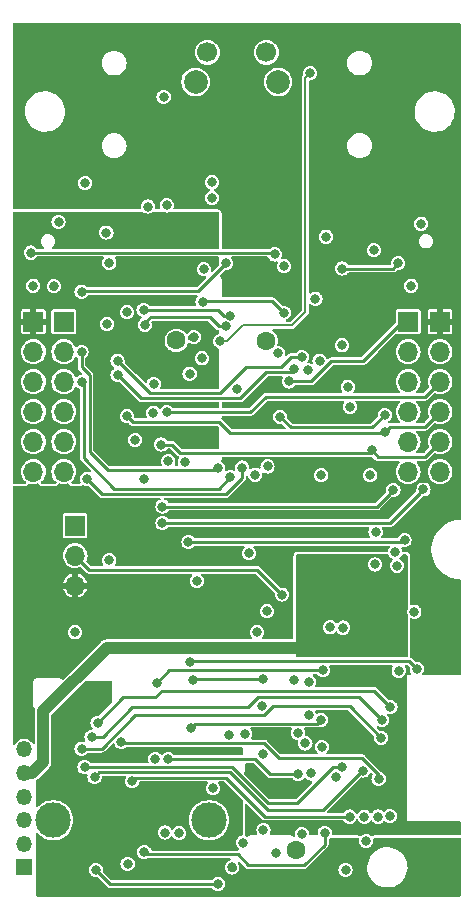
<source format=gbr>
%TF.GenerationSoftware,KiCad,Pcbnew,7.0.1-0*%
%TF.CreationDate,2024-02-14T11:54:31-05:00*%
%TF.ProjectId,Tympan_Rev_F,54796d70-616e-45f5-9265-765f462e6b69,rev?*%
%TF.SameCoordinates,Original*%
%TF.FileFunction,Copper,L2,Inr*%
%TF.FilePolarity,Positive*%
%FSLAX46Y46*%
G04 Gerber Fmt 4.6, Leading zero omitted, Abs format (unit mm)*
G04 Created by KiCad (PCBNEW 7.0.1-0) date 2024-02-14 11:54:31*
%MOMM*%
%LPD*%
G01*
G04 APERTURE LIST*
%TA.AperFunction,ComponentPad*%
%ADD10R,1.700000X1.700000*%
%TD*%
%TA.AperFunction,ComponentPad*%
%ADD11O,1.700000X1.700000*%
%TD*%
%TA.AperFunction,ComponentPad*%
%ADD12C,3.000000*%
%TD*%
%TA.AperFunction,ComponentPad*%
%ADD13R,1.350000X1.350000*%
%TD*%
%TA.AperFunction,ComponentPad*%
%ADD14O,1.350000X1.350000*%
%TD*%
%TA.AperFunction,ComponentPad*%
%ADD15C,1.700000*%
%TD*%
%TA.AperFunction,ComponentPad*%
%ADD16C,2.000000*%
%TD*%
%TA.AperFunction,ComponentPad*%
%ADD17C,1.600000*%
%TD*%
%TA.AperFunction,ViaPad*%
%ADD18C,0.800000*%
%TD*%
%TA.AperFunction,Conductor*%
%ADD19C,1.000000*%
%TD*%
%TA.AperFunction,Conductor*%
%ADD20C,0.200000*%
%TD*%
%TA.AperFunction,Conductor*%
%ADD21C,0.250000*%
%TD*%
G04 APERTURE END LIST*
D10*
X136175000Y-84500000D03*
D11*
X136175000Y-87040000D03*
X136175000Y-89580000D03*
X136175000Y-92120000D03*
X136175000Y-94660000D03*
X136175000Y-97200000D03*
D10*
X167900000Y-84500000D03*
D11*
X167900000Y-87040000D03*
X167900000Y-89580000D03*
X167900000Y-92120000D03*
X167900000Y-94660000D03*
X167900000Y-97200000D03*
D10*
X170600000Y-84500000D03*
D11*
X170600000Y-87040000D03*
X170600000Y-89580000D03*
X170600000Y-92120000D03*
X170600000Y-94660000D03*
X170600000Y-97200000D03*
D10*
X139700000Y-101760000D03*
D11*
X139700000Y-104300000D03*
X139700000Y-106840000D03*
D10*
X138750000Y-84500000D03*
D11*
X138750000Y-87040000D03*
X138750000Y-89580000D03*
X138750000Y-92120000D03*
X138750000Y-94660000D03*
X138750000Y-97200000D03*
D12*
X137850000Y-126700000D03*
X151050000Y-126700000D03*
D13*
X135400000Y-130700000D03*
D14*
X135400000Y-128700000D03*
X135400000Y-126700000D03*
X135400000Y-124700000D03*
X135400000Y-122700000D03*
X135400000Y-120700000D03*
D15*
X155900000Y-61700000D03*
X150900000Y-61700000D03*
D16*
X156900000Y-64200000D03*
X149900000Y-64200000D03*
D17*
X158445000Y-129270000D03*
X148285000Y-86090000D03*
X155865000Y-86100000D03*
D18*
X161850000Y-112100000D03*
X163650000Y-105400000D03*
X137000000Y-117500000D03*
X168424991Y-109048755D03*
X144150000Y-130400000D03*
X166950000Y-105150000D03*
X165150000Y-102300000D03*
X160600000Y-120500000D03*
X152000000Y-86150000D03*
X138299987Y-76050013D03*
X160550000Y-97500000D03*
X164350000Y-128450000D03*
X169000000Y-76200000D03*
X159600000Y-63450000D03*
X153400000Y-90200000D03*
X162600000Y-130900000D03*
X167100000Y-114050000D03*
X145550000Y-97800000D03*
X145600000Y-84750000D03*
X152450000Y-84900000D03*
X145500000Y-83500000D03*
X152856143Y-83986177D03*
X144800000Y-94500000D03*
X170650000Y-81450000D03*
X153000000Y-130700000D03*
X160800000Y-89600000D03*
X164800000Y-85700000D03*
X155200000Y-122900000D03*
X149750000Y-85800000D03*
X157300000Y-127300000D03*
X161250000Y-85000000D03*
X137900000Y-81500000D03*
X160500000Y-92500000D03*
X153900000Y-128600000D03*
X154100000Y-119400000D03*
X155600000Y-121100000D03*
X155650000Y-127550000D03*
X156700000Y-129500000D03*
X158600000Y-119324500D03*
X147300000Y-127750000D03*
X149650000Y-114800000D03*
X155600000Y-114750000D03*
X143624500Y-120100000D03*
X142400000Y-84700000D03*
X164200000Y-126400000D03*
X165400000Y-123200000D03*
X144092500Y-83692500D03*
X162950000Y-126400000D03*
X144550000Y-123400000D03*
X148500000Y-127800000D03*
X149500000Y-118900000D03*
X160525500Y-118200000D03*
X141450000Y-130900000D03*
X142600000Y-104700000D03*
X161804108Y-123067811D03*
X151800000Y-132100000D03*
X145849998Y-74750000D03*
X146350000Y-89770016D03*
X140250000Y-81950000D03*
X152500000Y-79550000D03*
X140550000Y-72750000D03*
X147200000Y-65450000D03*
X150600000Y-80050000D03*
X168150000Y-81450000D03*
X136150000Y-81450000D03*
X142600000Y-79500000D03*
X141600000Y-116300000D03*
X163100000Y-132300000D03*
X140250000Y-87050000D03*
X151400000Y-124000000D03*
X151800000Y-96850000D03*
X152700000Y-119475500D03*
X152850000Y-97650000D03*
X140250000Y-89600000D03*
X140700000Y-97800000D03*
X153850000Y-96850000D03*
X155500000Y-117000000D03*
X162975500Y-91700000D03*
X162400000Y-110400000D03*
X162800000Y-90000000D03*
X161300000Y-110375500D03*
X157200000Y-107600000D03*
X150000000Y-106450000D03*
X149400000Y-113300000D03*
X168625001Y-113874999D03*
X155100000Y-110800000D03*
X154950000Y-97450000D03*
X155950000Y-109000000D03*
X156000000Y-96750000D03*
X147100000Y-101550000D03*
X169200000Y-98700006D03*
X160050000Y-82550000D03*
X147455000Y-74650000D03*
X147450000Y-92150000D03*
X142350000Y-76950000D03*
X166650000Y-98750000D03*
X147100000Y-100150000D03*
X147000000Y-94900000D03*
X165100000Y-105050000D03*
X164800000Y-95400004D03*
X148994500Y-96375500D03*
X166800000Y-104000000D03*
X144100011Y-92500000D03*
X165925000Y-93850000D03*
X143300000Y-87800000D03*
X158900000Y-87474500D03*
X165625000Y-119725000D03*
X140250000Y-120650000D03*
X165350000Y-126400000D03*
X141100000Y-119650000D03*
X165675000Y-118225000D03*
X166351944Y-126351944D03*
X158235621Y-88535621D03*
X143300000Y-89000000D03*
X166400000Y-117100000D03*
X141600000Y-118450000D03*
X150800000Y-85800000D03*
X149500000Y-87100000D03*
X149400000Y-94824990D03*
X145200000Y-79600000D03*
X167600000Y-103000000D03*
X149300000Y-103150000D03*
X167050000Y-79550000D03*
X162300000Y-86500000D03*
X162300000Y-80000000D03*
X135950000Y-78650000D03*
X156850000Y-87150000D03*
X156600000Y-78800000D03*
X165925010Y-92400000D03*
X157050000Y-92550000D03*
X157800000Y-89550000D03*
X150500000Y-82825500D03*
X157382098Y-83744515D03*
X154425000Y-104100000D03*
X146500000Y-121500000D03*
X146600000Y-115119502D03*
X160700000Y-114000000D03*
X159200000Y-120200000D03*
X151300000Y-74000004D03*
X150450000Y-87600000D03*
X149400000Y-88900000D03*
X151300000Y-72699998D03*
X158224500Y-114850000D03*
X147595500Y-96325500D03*
X158600000Y-122800000D03*
X147600000Y-121525500D03*
X145565498Y-129400000D03*
X160834678Y-127779505D03*
X146324500Y-92200000D03*
X157400000Y-79800000D03*
X159500000Y-115000000D03*
X159387701Y-88587701D03*
X159700500Y-122750215D03*
X164700000Y-97500000D03*
X158900000Y-127879500D03*
X160400000Y-87800000D03*
X139700000Y-110800000D03*
X162300000Y-122200000D03*
X140500000Y-122200000D03*
X160950000Y-77300000D03*
X164100000Y-122500000D03*
X141350000Y-123050000D03*
X165000000Y-78450000D03*
X159500000Y-117800500D03*
D19*
X161850000Y-112100000D02*
X142400000Y-112100000D01*
X136050000Y-122700000D02*
X135600000Y-122700000D01*
X137000000Y-121750000D02*
X136050000Y-122700000D01*
X142400000Y-112100000D02*
X137000000Y-117500000D01*
X137000000Y-117500000D02*
X137000000Y-121750000D01*
D20*
X159200001Y-83699999D02*
X158100000Y-84800000D01*
X153915685Y-84800000D02*
X152565685Y-86150000D01*
X159600000Y-63450000D02*
X159200001Y-63849999D01*
X159200001Y-63849999D02*
X159200001Y-83699999D01*
X152565685Y-86150000D02*
X152000000Y-86150000D01*
X158100000Y-84800000D02*
X153915685Y-84800000D01*
D21*
X145650000Y-84550000D02*
X146100000Y-84100000D01*
X146100000Y-84100000D02*
X151084315Y-84100000D01*
X151084315Y-84100000D02*
X151884315Y-84900000D01*
X151884315Y-84900000D02*
X152450000Y-84900000D01*
X152290458Y-83986177D02*
X152856143Y-83986177D01*
X151804281Y-83500000D02*
X152290458Y-83986177D01*
X145500000Y-83500000D02*
X151804281Y-83500000D01*
X155600000Y-114750000D02*
X149700000Y-114750000D01*
X149700000Y-114750000D02*
X149650000Y-114800000D01*
X165400000Y-122845405D02*
X164004595Y-121450000D01*
X165400000Y-123200000D02*
X165400000Y-122845405D01*
X143724500Y-120200000D02*
X143624500Y-120100000D01*
X156975305Y-121450000D02*
X155725305Y-120200000D01*
X155725305Y-120200000D02*
X143724500Y-120200000D01*
X164004595Y-121450000D02*
X156975305Y-121450000D01*
X144850000Y-123100000D02*
X152500000Y-123100000D01*
X144550000Y-123400000D02*
X144850000Y-123100000D01*
X152500000Y-123100000D02*
X155800000Y-126400000D01*
X155800000Y-126400000D02*
X162950000Y-126400000D01*
X160525500Y-118200000D02*
X160200500Y-118525000D01*
X149875000Y-118525000D02*
X149500000Y-118900000D01*
X160200500Y-118525000D02*
X149875000Y-118525000D01*
X151800000Y-132100000D02*
X142650000Y-132100000D01*
X142650000Y-132100000D02*
X141450000Y-130900000D01*
X140300000Y-81900000D02*
X150150000Y-81900000D01*
X150150000Y-81900000D02*
X152500000Y-79550000D01*
X140250000Y-81950000D02*
X140300000Y-81900000D01*
X151600000Y-97050000D02*
X151800000Y-96850000D01*
X140925000Y-89025000D02*
X140925000Y-95525000D01*
X140250000Y-88350000D02*
X140925000Y-89025000D01*
X140250000Y-87050000D02*
X140250000Y-88350000D01*
X142450000Y-97050000D02*
X151600000Y-97050000D01*
X140925000Y-95525000D02*
X142450000Y-97050000D01*
X151874999Y-98625001D02*
X152850000Y-97650000D01*
X140250000Y-89600000D02*
X140450000Y-89800000D01*
X143025005Y-98625001D02*
X151874999Y-98625001D01*
X140450000Y-89800000D02*
X140450000Y-96049996D01*
X140450000Y-96049996D02*
X143025005Y-98625001D01*
X140700000Y-97800000D02*
X141975012Y-99075012D01*
X153850000Y-97723002D02*
X153850000Y-96850000D01*
X141975012Y-99075012D02*
X152497990Y-99075012D01*
X152497990Y-99075012D02*
X153850000Y-97723002D01*
X157200000Y-107600000D02*
X155100000Y-105500000D01*
X155100000Y-105500000D02*
X140900000Y-105500000D01*
X140900000Y-105500000D02*
X139700000Y-104300000D01*
X168000003Y-113250001D02*
X149449999Y-113250001D01*
X149449999Y-113250001D02*
X149400000Y-113300000D01*
X168625001Y-113874999D02*
X168000003Y-113250001D01*
X147100000Y-101550000D02*
X166350006Y-101550000D01*
X166350006Y-101550000D02*
X168800001Y-99100005D01*
X168800001Y-99100005D02*
X169200000Y-98700006D01*
X154550000Y-92150000D02*
X148015685Y-92150000D01*
X155850000Y-90850000D02*
X154550000Y-92150000D01*
X169330000Y-90850000D02*
X155850000Y-90850000D01*
X170600000Y-89580000D02*
X169330000Y-90850000D01*
X148015685Y-92150000D02*
X147450000Y-92150000D01*
X166250001Y-99149999D02*
X166650000Y-98750000D01*
X147100000Y-100150000D02*
X165250000Y-100150000D01*
X165250000Y-100150000D02*
X166250001Y-99149999D01*
X164600004Y-95600000D02*
X164800000Y-95400004D01*
X170600000Y-94660000D02*
X169310000Y-95950000D01*
X147900000Y-94900000D02*
X148600000Y-95600000D01*
X165349996Y-95950000D02*
X164800000Y-95400004D01*
X169310000Y-95950000D02*
X165349996Y-95950000D01*
X147000000Y-94900000D02*
X147900000Y-94900000D01*
X148600000Y-95600000D02*
X164600004Y-95600000D01*
X151900000Y-93000000D02*
X144600011Y-93000000D01*
X170600000Y-92120000D02*
X169320000Y-93400000D01*
X166400000Y-93400000D02*
X165850000Y-93950000D01*
X169320000Y-93400000D02*
X166400000Y-93400000D01*
X152850000Y-93950000D02*
X151900000Y-93000000D01*
X165850000Y-93950000D02*
X152850000Y-93950000D01*
X144600011Y-93000000D02*
X144100011Y-92500000D01*
X152000000Y-90550000D02*
X146050000Y-90550000D01*
X157998502Y-87474500D02*
X157123012Y-88349990D01*
X157123012Y-88349990D02*
X154200010Y-88349990D01*
X146050000Y-90550000D02*
X143300000Y-87800000D01*
X158900000Y-87474500D02*
X157998502Y-87474500D01*
X154200010Y-88349990D02*
X152000000Y-90550000D01*
X156449805Y-117075500D02*
X155725305Y-117800000D01*
X155725305Y-117800000D02*
X144800000Y-117800000D01*
X162975500Y-117075500D02*
X156449805Y-117075500D01*
X144800000Y-117800000D02*
X141950000Y-120650000D01*
X141950000Y-120650000D02*
X140250000Y-120650000D01*
X165625000Y-119725000D02*
X162975500Y-117075500D01*
X163725000Y-116275000D02*
X155199695Y-116275000D01*
X144550000Y-117150000D02*
X142050000Y-119650000D01*
X154324695Y-117150000D02*
X144550000Y-117150000D01*
X155199695Y-116275000D02*
X154324695Y-117150000D01*
X165675000Y-118225000D02*
X163725000Y-116275000D01*
X142050000Y-119650000D02*
X141100000Y-119650000D01*
X155900000Y-88800000D02*
X153700000Y-91000000D01*
X158235621Y-88535621D02*
X157971242Y-88800000D01*
X157971242Y-88800000D02*
X155900000Y-88800000D01*
X153700000Y-91000000D02*
X145300000Y-91000000D01*
X145300000Y-91000000D02*
X143300000Y-89000000D01*
X147019807Y-115725000D02*
X146469807Y-116275000D01*
X146469807Y-116275000D02*
X143775000Y-116275000D01*
X166400000Y-117100000D02*
X165025000Y-115725000D01*
X165025000Y-115725000D02*
X147019807Y-115725000D01*
X143775000Y-116275000D02*
X141600000Y-118450000D01*
X167450000Y-103150000D02*
X167600000Y-103000000D01*
X149300000Y-103150000D02*
X167450000Y-103150000D01*
X167050000Y-79550000D02*
X166600000Y-80000000D01*
X166600000Y-80000000D02*
X162300000Y-80000000D01*
X135950000Y-78650000D02*
X156450000Y-78650000D01*
X156450000Y-78650000D02*
X156600000Y-78800000D01*
X164875010Y-93450000D02*
X165925010Y-92400000D01*
X157050000Y-92550000D02*
X157950000Y-93450000D01*
X157950000Y-93450000D02*
X164875010Y-93450000D01*
X159700000Y-89550000D02*
X161400000Y-87850000D01*
X164050000Y-87850000D02*
X167400000Y-84500000D01*
X161400000Y-87850000D02*
X164050000Y-87850000D01*
X167400000Y-84500000D02*
X167900000Y-84500000D01*
X157800000Y-89550000D02*
X159700000Y-89550000D01*
X150500000Y-82825500D02*
X150550510Y-82774990D01*
X156412573Y-82774990D02*
X157382098Y-83744515D01*
X150550510Y-82774990D02*
X156412573Y-82774990D01*
X146600000Y-115119502D02*
X146600000Y-115100000D01*
X160675000Y-114025000D02*
X160700000Y-114000000D01*
X147675000Y-114025000D02*
X160675000Y-114025000D01*
X146600000Y-115100000D02*
X147675000Y-114025000D01*
X156200000Y-122800000D02*
X158600000Y-122800000D01*
X154950000Y-121550000D02*
X156200000Y-122800000D01*
X147624500Y-121550000D02*
X154950000Y-121550000D01*
X147600000Y-121525500D02*
X147624500Y-121550000D01*
X153462652Y-129600000D02*
X154362652Y-130500000D01*
X145765498Y-129600000D02*
X153462652Y-129600000D01*
X145565498Y-129400000D02*
X145765498Y-129600000D01*
X159100000Y-130500000D02*
X160834678Y-128765322D01*
X160834678Y-128765322D02*
X160834678Y-127779505D01*
X154362652Y-130500000D02*
X159100000Y-130500000D01*
X161550000Y-122200000D02*
X162300000Y-122200000D01*
X153000000Y-122200000D02*
X156050000Y-125250000D01*
X156050000Y-125250000D02*
X158500000Y-125250000D01*
X158500000Y-125250000D02*
X161550000Y-122200000D01*
X140500000Y-122200000D02*
X153000000Y-122200000D01*
X164000000Y-122500000D02*
X164100000Y-122500000D01*
X141350000Y-123050000D02*
X141750000Y-122650000D01*
X141750000Y-122650000D02*
X152813604Y-122650000D01*
X152813604Y-122650000D02*
X156013604Y-125850000D01*
X156013604Y-125850000D02*
X160650000Y-125850000D01*
X160650000Y-125850000D02*
X164000000Y-122500000D01*
%TA.AperFunction,Conductor*%
G36*
X145448236Y-75205254D02*
G01*
X145476680Y-75220457D01*
X145547157Y-75274536D01*
X145693236Y-75335044D01*
X145849998Y-75355682D01*
X146006760Y-75335044D01*
X146152839Y-75274536D01*
X146223315Y-75220457D01*
X146251760Y-75205254D01*
X146283582Y-75200000D01*
X147193942Y-75200000D01*
X147231827Y-75207535D01*
X147298238Y-75235044D01*
X147455000Y-75255682D01*
X147611762Y-75235044D01*
X147678172Y-75207535D01*
X147716058Y-75200000D01*
X151801000Y-75200000D01*
X151850500Y-75213263D01*
X151886737Y-75249500D01*
X151900000Y-75299000D01*
X151900000Y-78225500D01*
X151886737Y-78275000D01*
X151850500Y-78311237D01*
X151801000Y-78324500D01*
X137864211Y-78324500D01*
X137806546Y-78305972D01*
X137770465Y-78257322D01*
X137769474Y-78196762D01*
X137803944Y-78146958D01*
X137828282Y-78128282D01*
X137830444Y-78125464D01*
X137924536Y-78002841D01*
X137985044Y-77856762D01*
X138005682Y-77700000D01*
X137985044Y-77543238D01*
X137924536Y-77397159D01*
X137902139Y-77367970D01*
X137828282Y-77271717D01*
X137702841Y-77175464D01*
X137556761Y-77114955D01*
X137439362Y-77099500D01*
X137439361Y-77099500D01*
X137360639Y-77099500D01*
X137360638Y-77099500D01*
X137243238Y-77114955D01*
X137097158Y-77175464D01*
X136971717Y-77271717D01*
X136875464Y-77397158D01*
X136814955Y-77543238D01*
X136794318Y-77700000D01*
X136814955Y-77856761D01*
X136875464Y-78002841D01*
X136971717Y-78128282D01*
X136996056Y-78146958D01*
X137030526Y-78196762D01*
X137029535Y-78257322D01*
X136993454Y-78305972D01*
X136935789Y-78324500D01*
X136505971Y-78324500D01*
X136462184Y-78314290D01*
X136427429Y-78285767D01*
X136378282Y-78221717D01*
X136252841Y-78125464D01*
X136106761Y-78064955D01*
X135950000Y-78044318D01*
X135793238Y-78064955D01*
X135647158Y-78125464D01*
X135521717Y-78221717D01*
X135425464Y-78347158D01*
X135364955Y-78493238D01*
X135344318Y-78649999D01*
X135364955Y-78806761D01*
X135425464Y-78952841D01*
X135521717Y-79078282D01*
X135578325Y-79121718D01*
X135647159Y-79174536D01*
X135793238Y-79235044D01*
X135950000Y-79255682D01*
X136106762Y-79235044D01*
X136252841Y-79174536D01*
X136378282Y-79078282D01*
X136414783Y-79030713D01*
X136427429Y-79014233D01*
X136462184Y-78985710D01*
X136505971Y-78975500D01*
X142044797Y-78975500D01*
X142097076Y-78990429D01*
X142133587Y-79030713D01*
X142143320Y-79084204D01*
X142123339Y-79134767D01*
X142075464Y-79197158D01*
X142014955Y-79343238D01*
X141994318Y-79500000D01*
X142014955Y-79656761D01*
X142075464Y-79802841D01*
X142171717Y-79928282D01*
X142236879Y-79978282D01*
X142297159Y-80024536D01*
X142443238Y-80085044D01*
X142600000Y-80105682D01*
X142756762Y-80085044D01*
X142902841Y-80024536D01*
X143028282Y-79928282D01*
X143124536Y-79802841D01*
X143185044Y-79656762D01*
X143205682Y-79500000D01*
X143185044Y-79343238D01*
X143124536Y-79197159D01*
X143076660Y-79134766D01*
X143056680Y-79084204D01*
X143066413Y-79030713D01*
X143102924Y-78990429D01*
X143155203Y-78975500D01*
X151801000Y-78975500D01*
X151850500Y-78988763D01*
X151886737Y-79025000D01*
X151900000Y-79074500D01*
X151900000Y-79500353D01*
X151899153Y-79513275D01*
X151894318Y-79550000D01*
X151899153Y-79586725D01*
X151900000Y-79599647D01*
X151900000Y-79648665D01*
X151892464Y-79686551D01*
X151871004Y-79718669D01*
X151361269Y-80228404D01*
X151307392Y-80256078D01*
X151247478Y-80247190D01*
X151203955Y-80205068D01*
X151193112Y-80145478D01*
X151201068Y-80085044D01*
X151205682Y-80050000D01*
X151185044Y-79893238D01*
X151124536Y-79747159D01*
X151071810Y-79678445D01*
X151028282Y-79621717D01*
X150902841Y-79525464D01*
X150756761Y-79464955D01*
X150600000Y-79444318D01*
X150443238Y-79464955D01*
X150297158Y-79525464D01*
X150171717Y-79621717D01*
X150075464Y-79747158D01*
X150014955Y-79893238D01*
X149994318Y-80049999D01*
X150014955Y-80206761D01*
X150075464Y-80352841D01*
X150171717Y-80478282D01*
X150267970Y-80552139D01*
X150297159Y-80574536D01*
X150443238Y-80635044D01*
X150600000Y-80655682D01*
X150695478Y-80643112D01*
X150755068Y-80653955D01*
X150797190Y-80697478D01*
X150806078Y-80757392D01*
X150778404Y-80811269D01*
X150044170Y-81545504D01*
X150012052Y-81566964D01*
X149974166Y-81574500D01*
X140767605Y-81574500D01*
X140723818Y-81564290D01*
X140689063Y-81535767D01*
X140678282Y-81521717D01*
X140552841Y-81425464D01*
X140406761Y-81364955D01*
X140250000Y-81344318D01*
X140093238Y-81364955D01*
X139947158Y-81425464D01*
X139821717Y-81521717D01*
X139725464Y-81647158D01*
X139664955Y-81793238D01*
X139644318Y-81949999D01*
X139664955Y-82106761D01*
X139725464Y-82252841D01*
X139821717Y-82378282D01*
X139914518Y-82449490D01*
X139947159Y-82474536D01*
X140093238Y-82535044D01*
X140250000Y-82555682D01*
X140406762Y-82535044D01*
X140552841Y-82474536D01*
X140678282Y-82378282D01*
X140697497Y-82353241D01*
X140765795Y-82264233D01*
X140800550Y-82235710D01*
X140844337Y-82225500D01*
X150003860Y-82225500D01*
X150061526Y-82244029D01*
X150097607Y-82292679D01*
X150098596Y-82353241D01*
X150076819Y-82384703D01*
X150079652Y-82386877D01*
X149975464Y-82522658D01*
X149914955Y-82668738D01*
X149894318Y-82825500D01*
X149914955Y-82982261D01*
X149937884Y-83037614D01*
X149944943Y-83085203D01*
X149928736Y-83130501D01*
X149893088Y-83162810D01*
X149846420Y-83174500D01*
X146055971Y-83174500D01*
X146012184Y-83164290D01*
X145977429Y-83135767D01*
X145928282Y-83071717D01*
X145802841Y-82975464D01*
X145656761Y-82914955D01*
X145500000Y-82894318D01*
X145343238Y-82914955D01*
X145197158Y-82975464D01*
X145071717Y-83071717D01*
X144975464Y-83197158D01*
X144914955Y-83343238D01*
X144894318Y-83499999D01*
X144914955Y-83656761D01*
X144975464Y-83802841D01*
X145071717Y-83928282D01*
X145109626Y-83957370D01*
X145197159Y-84024536D01*
X145273738Y-84056256D01*
X145314394Y-84087451D01*
X145334005Y-84134797D01*
X145327316Y-84185605D01*
X145296119Y-84226261D01*
X145171717Y-84321717D01*
X145075464Y-84447158D01*
X145014955Y-84593238D01*
X144994318Y-84749999D01*
X145014955Y-84906761D01*
X145075464Y-85052841D01*
X145171717Y-85178282D01*
X145233254Y-85225500D01*
X145297159Y-85274536D01*
X145443238Y-85335044D01*
X145600000Y-85355682D01*
X145756762Y-85335044D01*
X145902841Y-85274536D01*
X146028282Y-85178282D01*
X146124536Y-85052841D01*
X146185044Y-84906762D01*
X146205682Y-84750000D01*
X146185044Y-84593238D01*
X146175808Y-84570942D01*
X146170176Y-84513739D01*
X146197276Y-84463049D01*
X146205836Y-84454488D01*
X146237953Y-84433034D01*
X146275833Y-84425500D01*
X150908481Y-84425500D01*
X150946367Y-84433036D01*
X150978485Y-84454496D01*
X151641045Y-85117056D01*
X151646879Y-85123423D01*
X151671860Y-85153194D01*
X151705530Y-85172633D01*
X151712792Y-85177260D01*
X151744631Y-85199554D01*
X151746080Y-85199942D01*
X151746083Y-85199943D01*
X151769965Y-85209834D01*
X151771270Y-85210588D01*
X151805047Y-85216543D01*
X151809535Y-85217335D01*
X151817955Y-85219201D01*
X151826624Y-85221524D01*
X151864635Y-85241311D01*
X151890724Y-85275310D01*
X151900000Y-85317150D01*
X151900000Y-85475295D01*
X151883316Y-85530296D01*
X151838886Y-85566758D01*
X151797671Y-85583830D01*
X151697157Y-85625464D01*
X151571717Y-85721717D01*
X151475464Y-85847158D01*
X151414955Y-85993238D01*
X151394318Y-86150000D01*
X151414955Y-86306761D01*
X151475464Y-86452841D01*
X151571717Y-86578282D01*
X151697157Y-86674535D01*
X151697158Y-86674535D01*
X151697159Y-86674536D01*
X151838886Y-86733241D01*
X151883316Y-86769704D01*
X151900000Y-86824705D01*
X151900000Y-90125500D01*
X151886737Y-90175000D01*
X151850500Y-90211237D01*
X151801000Y-90224500D01*
X146958928Y-90224500D01*
X146906650Y-90209571D01*
X146870138Y-90169287D01*
X146860405Y-90115797D01*
X146872183Y-90085989D01*
X146869548Y-90084898D01*
X146877462Y-90065794D01*
X146935044Y-89926778D01*
X146955682Y-89770016D01*
X146935044Y-89613254D01*
X146874536Y-89467175D01*
X146852139Y-89437987D01*
X146778282Y-89341733D01*
X146652841Y-89245480D01*
X146506761Y-89184971D01*
X146350000Y-89164334D01*
X146193238Y-89184971D01*
X146047158Y-89245480D01*
X145921717Y-89341733D01*
X145825464Y-89467174D01*
X145765603Y-89611691D01*
X145736944Y-89650333D01*
X145693453Y-89670903D01*
X145645401Y-89668542D01*
X145604135Y-89643809D01*
X144860325Y-88899999D01*
X148794318Y-88899999D01*
X148814955Y-89056761D01*
X148875464Y-89202841D01*
X148971717Y-89328282D01*
X149031385Y-89374066D01*
X149097159Y-89424536D01*
X149243238Y-89485044D01*
X149400000Y-89505682D01*
X149556762Y-89485044D01*
X149702841Y-89424536D01*
X149828282Y-89328282D01*
X149924536Y-89202841D01*
X149985044Y-89056762D01*
X150005682Y-88900000D01*
X149985044Y-88743238D01*
X149924536Y-88597159D01*
X149869208Y-88525054D01*
X149828282Y-88471717D01*
X149702841Y-88375464D01*
X149556761Y-88314955D01*
X149400000Y-88294318D01*
X149243238Y-88314955D01*
X149097158Y-88375464D01*
X148971717Y-88471717D01*
X148875464Y-88597158D01*
X148814955Y-88743238D01*
X148794318Y-88899999D01*
X144860325Y-88899999D01*
X143923292Y-87962966D01*
X143899550Y-87924784D01*
X143895143Y-87880043D01*
X143905682Y-87800000D01*
X143885044Y-87643238D01*
X143867134Y-87600000D01*
X149844318Y-87600000D01*
X149864955Y-87756761D01*
X149925464Y-87902841D01*
X150021717Y-88028282D01*
X150082993Y-88075300D01*
X150147159Y-88124536D01*
X150293238Y-88185044D01*
X150450000Y-88205682D01*
X150606762Y-88185044D01*
X150752841Y-88124536D01*
X150878282Y-88028282D01*
X150974536Y-87902841D01*
X151035044Y-87756762D01*
X151055682Y-87600000D01*
X151035044Y-87443238D01*
X150974536Y-87297159D01*
X150911459Y-87214955D01*
X150878282Y-87171717D01*
X150752841Y-87075464D01*
X150606761Y-87014955D01*
X150450000Y-86994318D01*
X150293238Y-87014955D01*
X150147158Y-87075464D01*
X150021717Y-87171717D01*
X149925464Y-87297158D01*
X149864955Y-87443238D01*
X149844318Y-87600000D01*
X143867134Y-87600000D01*
X143824536Y-87497159D01*
X143801132Y-87466658D01*
X143728282Y-87371717D01*
X143602841Y-87275464D01*
X143456761Y-87214955D01*
X143300000Y-87194318D01*
X143143238Y-87214955D01*
X142997158Y-87275464D01*
X142871717Y-87371717D01*
X142775464Y-87497158D01*
X142714955Y-87643238D01*
X142694318Y-87800000D01*
X142714955Y-87956761D01*
X142775464Y-88102841D01*
X142871717Y-88228282D01*
X142993147Y-88321458D01*
X143027298Y-88370230D01*
X143027298Y-88429770D01*
X142993147Y-88478542D01*
X142871717Y-88571717D01*
X142775464Y-88697158D01*
X142714955Y-88843238D01*
X142694318Y-88999999D01*
X142714955Y-89156761D01*
X142775464Y-89302841D01*
X142871717Y-89428282D01*
X142922403Y-89467174D01*
X142997159Y-89524536D01*
X143143238Y-89585044D01*
X143300000Y-89605682D01*
X143380043Y-89595143D01*
X143424784Y-89599550D01*
X143462966Y-89623292D01*
X145056730Y-91217056D01*
X145062564Y-91223423D01*
X145087545Y-91253194D01*
X145121215Y-91272633D01*
X145128477Y-91277260D01*
X145160316Y-91299554D01*
X145161765Y-91299942D01*
X145161768Y-91299943D01*
X145185650Y-91309834D01*
X145186955Y-91310588D01*
X145186956Y-91310588D01*
X145186958Y-91310589D01*
X145212029Y-91315008D01*
X145225228Y-91317336D01*
X145233638Y-91319199D01*
X145271193Y-91329263D01*
X145271193Y-91329262D01*
X145271194Y-91329263D01*
X145293978Y-91327269D01*
X145309897Y-91325876D01*
X145318525Y-91325500D01*
X151801000Y-91325500D01*
X151850500Y-91338763D01*
X151886737Y-91375000D01*
X151900000Y-91424500D01*
X151900000Y-91725500D01*
X151886737Y-91775000D01*
X151850500Y-91811237D01*
X151801000Y-91824500D01*
X148005971Y-91824500D01*
X147962184Y-91814290D01*
X147927429Y-91785767D01*
X147878282Y-91721717D01*
X147752841Y-91625464D01*
X147606761Y-91564955D01*
X147450000Y-91544318D01*
X147293238Y-91564955D01*
X147147158Y-91625464D01*
X147021717Y-91721717D01*
X146946609Y-91819601D01*
X146897837Y-91853752D01*
X146838297Y-91853752D01*
X146789525Y-91819602D01*
X146752780Y-91771716D01*
X146627341Y-91675464D01*
X146481261Y-91614955D01*
X146324500Y-91594318D01*
X146167738Y-91614955D01*
X146021658Y-91675464D01*
X145896217Y-91771717D01*
X145799964Y-91897158D01*
X145739455Y-92043238D01*
X145729350Y-92120000D01*
X145718818Y-92200000D01*
X145721534Y-92220636D01*
X145739455Y-92356761D01*
X145798787Y-92499999D01*
X145799964Y-92502841D01*
X145809474Y-92515234D01*
X145829454Y-92565796D01*
X145819721Y-92619286D01*
X145783210Y-92659571D01*
X145730931Y-92674500D01*
X144795607Y-92674500D01*
X144742414Y-92658996D01*
X144705882Y-92617339D01*
X144697454Y-92562578D01*
X144705693Y-92500000D01*
X144685055Y-92343238D01*
X144624547Y-92197159D01*
X144544321Y-92092606D01*
X144528293Y-92071717D01*
X144402852Y-91975464D01*
X144256772Y-91914955D01*
X144100011Y-91894318D01*
X143943249Y-91914955D01*
X143797169Y-91975464D01*
X143671728Y-92071717D01*
X143575475Y-92197158D01*
X143514966Y-92343238D01*
X143494329Y-92499999D01*
X143514966Y-92656761D01*
X143575475Y-92802841D01*
X143671728Y-92928282D01*
X143762176Y-92997684D01*
X143797170Y-93024536D01*
X143943249Y-93085044D01*
X144100011Y-93105682D01*
X144180054Y-93095143D01*
X144224795Y-93099550D01*
X144262977Y-93123292D01*
X144356741Y-93217056D01*
X144362575Y-93223423D01*
X144387556Y-93253194D01*
X144421226Y-93272633D01*
X144428488Y-93277260D01*
X144460327Y-93299554D01*
X144461776Y-93299942D01*
X144461779Y-93299943D01*
X144485661Y-93309834D01*
X144486966Y-93310588D01*
X144520743Y-93316543D01*
X144525231Y-93317335D01*
X144533658Y-93319203D01*
X144571204Y-93329264D01*
X144609920Y-93325876D01*
X144618548Y-93325500D01*
X151724166Y-93325500D01*
X151762052Y-93333036D01*
X151794170Y-93354496D01*
X151871004Y-93431330D01*
X151892464Y-93463448D01*
X151900000Y-93501334D01*
X151900000Y-95175500D01*
X151886737Y-95225000D01*
X151850500Y-95261237D01*
X151801000Y-95274500D01*
X148775835Y-95274500D01*
X148737949Y-95266964D01*
X148705831Y-95245504D01*
X148143268Y-94682942D01*
X148137434Y-94676574D01*
X148112454Y-94646805D01*
X148078794Y-94627370D01*
X148071514Y-94622732D01*
X148039685Y-94600446D01*
X148038225Y-94600055D01*
X148014352Y-94590166D01*
X148013045Y-94589412D01*
X148013043Y-94589411D01*
X148013042Y-94589411D01*
X147974778Y-94582663D01*
X147966350Y-94580795D01*
X147928807Y-94570735D01*
X147893330Y-94573839D01*
X147890093Y-94574123D01*
X147881466Y-94574500D01*
X147555971Y-94574500D01*
X147512184Y-94564290D01*
X147477429Y-94535767D01*
X147428282Y-94471717D01*
X147302841Y-94375464D01*
X147156761Y-94314955D01*
X147000000Y-94294318D01*
X146843238Y-94314955D01*
X146697158Y-94375464D01*
X146571717Y-94471717D01*
X146475464Y-94597158D01*
X146414955Y-94743238D01*
X146394318Y-94900000D01*
X146414955Y-95056761D01*
X146475464Y-95202841D01*
X146571717Y-95328282D01*
X146648309Y-95387052D01*
X146697159Y-95424536D01*
X146843238Y-95485044D01*
X147000000Y-95505682D01*
X147156762Y-95485044D01*
X147302841Y-95424536D01*
X147428282Y-95328282D01*
X147458108Y-95289412D01*
X147477429Y-95264233D01*
X147512184Y-95235710D01*
X147555971Y-95225500D01*
X147724166Y-95225500D01*
X147762052Y-95233036D01*
X147794170Y-95254496D01*
X148356741Y-95817068D01*
X148362565Y-95823424D01*
X148387545Y-95853194D01*
X148387547Y-95853195D01*
X148421201Y-95872625D01*
X148428480Y-95877261D01*
X148454036Y-95895156D01*
X148468282Y-95905131D01*
X148501821Y-95945697D01*
X148509829Y-95997719D01*
X148490041Y-96046493D01*
X148469964Y-96072657D01*
X148409455Y-96218738D01*
X148396444Y-96317573D01*
X148378492Y-96357891D01*
X148389861Y-96383426D01*
X148409455Y-96532261D01*
X148432384Y-96587614D01*
X148439443Y-96635203D01*
X148423236Y-96680501D01*
X148387588Y-96712810D01*
X148340920Y-96724500D01*
X148228369Y-96724500D01*
X148181701Y-96712810D01*
X148146053Y-96680501D01*
X148129846Y-96635203D01*
X148136904Y-96587616D01*
X148180544Y-96482262D01*
X148193556Y-96383424D01*
X148211506Y-96343105D01*
X148200138Y-96317573D01*
X148196937Y-96293260D01*
X148180544Y-96168738D01*
X148120036Y-96022659D01*
X148079245Y-95969499D01*
X148023782Y-95897217D01*
X147898341Y-95800964D01*
X147752261Y-95740455D01*
X147595500Y-95719818D01*
X147438738Y-95740455D01*
X147292658Y-95800964D01*
X147167217Y-95897217D01*
X147070964Y-96022658D01*
X147010455Y-96168738D01*
X146989818Y-96325500D01*
X147010455Y-96482261D01*
X147030293Y-96530153D01*
X147054095Y-96587616D01*
X147061154Y-96635203D01*
X147044947Y-96680501D01*
X147009299Y-96712810D01*
X146962631Y-96724500D01*
X142625834Y-96724500D01*
X142587948Y-96716964D01*
X142555830Y-96695504D01*
X141279496Y-95419170D01*
X141258036Y-95387052D01*
X141250500Y-95349166D01*
X141250500Y-94499999D01*
X144194318Y-94499999D01*
X144214955Y-94656761D01*
X144275464Y-94802841D01*
X144371717Y-94928282D01*
X144467970Y-95002139D01*
X144497159Y-95024536D01*
X144643238Y-95085044D01*
X144800000Y-95105682D01*
X144956762Y-95085044D01*
X145102841Y-95024536D01*
X145228282Y-94928282D01*
X145324536Y-94802841D01*
X145385044Y-94656762D01*
X145405682Y-94500000D01*
X145385044Y-94343238D01*
X145324536Y-94197159D01*
X145229688Y-94073550D01*
X145228282Y-94071717D01*
X145102841Y-93975464D01*
X144956761Y-93914955D01*
X144800000Y-93894318D01*
X144643238Y-93914955D01*
X144497158Y-93975464D01*
X144371717Y-94071717D01*
X144275464Y-94197158D01*
X144214955Y-94343238D01*
X144194318Y-94499999D01*
X141250500Y-94499999D01*
X141250500Y-89043526D01*
X141250877Y-89034897D01*
X141254263Y-88996194D01*
X141254263Y-88996193D01*
X141244199Y-88958638D01*
X141242335Y-88950223D01*
X141235589Y-88911958D01*
X141235588Y-88911956D01*
X141235588Y-88911955D01*
X141234834Y-88910650D01*
X141224943Y-88886768D01*
X141224554Y-88885317D01*
X141224554Y-88885316D01*
X141202257Y-88853473D01*
X141197626Y-88846203D01*
X141178193Y-88812543D01*
X141148434Y-88787573D01*
X141142066Y-88781739D01*
X140604496Y-88244170D01*
X140583036Y-88212052D01*
X140575500Y-88174166D01*
X140575500Y-87605971D01*
X140585710Y-87562184D01*
X140614233Y-87527429D01*
X140678282Y-87478282D01*
X140687201Y-87466658D01*
X140774536Y-87352841D01*
X140835044Y-87206762D01*
X140855682Y-87050000D01*
X140835044Y-86893238D01*
X140774536Y-86747159D01*
X140698862Y-86648538D01*
X140678282Y-86621717D01*
X140552841Y-86525464D01*
X140406761Y-86464955D01*
X140250000Y-86444318D01*
X140093238Y-86464955D01*
X139947157Y-86525464D01*
X139840436Y-86607354D01*
X139787721Y-86627524D01*
X139732551Y-86615608D01*
X139692859Y-86575480D01*
X139627686Y-86453550D01*
X139562047Y-86373570D01*
X139496410Y-86293590D01*
X139336450Y-86162315D01*
X139201159Y-86090000D01*
X147279658Y-86090000D01*
X147298975Y-86286130D01*
X147356185Y-86474727D01*
X147449088Y-86648536D01*
X147449090Y-86648538D01*
X147574117Y-86800883D01*
X147686651Y-86893238D01*
X147726463Y-86925911D01*
X147900272Y-87018814D01*
X147970110Y-87039999D01*
X148088868Y-87076024D01*
X148186934Y-87085682D01*
X148284999Y-87095341D01*
X148284999Y-87095340D01*
X148285000Y-87095341D01*
X148481132Y-87076024D01*
X148669727Y-87018814D01*
X148843538Y-86925910D01*
X148995883Y-86800883D01*
X149120910Y-86648538D01*
X149135246Y-86621717D01*
X149213814Y-86474728D01*
X149253308Y-86344532D01*
X149277471Y-86303842D01*
X149317760Y-86279016D01*
X149364970Y-86275727D01*
X149408312Y-86294728D01*
X149447157Y-86324535D01*
X149447158Y-86324535D01*
X149447159Y-86324536D01*
X149593238Y-86385044D01*
X149750000Y-86405682D01*
X149906762Y-86385044D01*
X150052841Y-86324536D01*
X150178282Y-86228282D01*
X150274536Y-86102841D01*
X150335044Y-85956762D01*
X150355682Y-85800000D01*
X150335044Y-85643238D01*
X150274536Y-85497159D01*
X150221646Y-85428231D01*
X150178282Y-85371717D01*
X150052841Y-85275464D01*
X149906761Y-85214955D01*
X149750000Y-85194318D01*
X149593238Y-85214955D01*
X149447158Y-85275464D01*
X149321717Y-85371717D01*
X149237276Y-85481764D01*
X149189532Y-85515585D01*
X149131031Y-85516542D01*
X149082207Y-85484302D01*
X148995883Y-85379117D01*
X148869395Y-85275310D01*
X148843536Y-85254088D01*
X148669727Y-85161185D01*
X148481130Y-85103975D01*
X148285000Y-85084658D01*
X148088869Y-85103975D01*
X147900272Y-85161185D01*
X147726463Y-85254088D01*
X147574117Y-85379117D01*
X147449088Y-85531463D01*
X147356185Y-85705272D01*
X147298975Y-85893869D01*
X147279658Y-86090000D01*
X139201159Y-86090000D01*
X139153954Y-86064768D01*
X139153953Y-86064767D01*
X139153952Y-86064767D01*
X138955933Y-86004699D01*
X138750000Y-85984416D01*
X138544066Y-86004699D01*
X138346047Y-86064767D01*
X138163549Y-86162315D01*
X138003590Y-86293590D01*
X137872315Y-86453549D01*
X137774767Y-86636047D01*
X137714699Y-86834066D01*
X137694416Y-87039999D01*
X137714699Y-87245933D01*
X137774767Y-87443952D01*
X137774768Y-87443954D01*
X137872315Y-87626450D01*
X138003590Y-87786410D01*
X138163550Y-87917685D01*
X138346046Y-88015232D01*
X138544066Y-88075300D01*
X138750000Y-88095583D01*
X138955934Y-88075300D01*
X139153954Y-88015232D01*
X139336450Y-87917685D01*
X139496410Y-87786410D01*
X139627685Y-87626450D01*
X139638632Y-87605971D01*
X139685278Y-87518702D01*
X139724970Y-87478574D01*
X139780140Y-87466658D01*
X139832854Y-87486827D01*
X139874395Y-87518702D01*
X139885768Y-87527429D01*
X139914290Y-87562185D01*
X139924500Y-87605971D01*
X139924500Y-88331466D01*
X139924123Y-88340096D01*
X139920735Y-88378807D01*
X139930795Y-88416350D01*
X139932663Y-88424778D01*
X139939411Y-88463042D01*
X139939412Y-88463045D01*
X139940166Y-88464352D01*
X139950055Y-88488225D01*
X139950446Y-88489685D01*
X139972732Y-88521514D01*
X139977370Y-88528794D01*
X139996803Y-88562452D01*
X139996805Y-88562454D01*
X139996806Y-88562455D01*
X140026589Y-88587446D01*
X140032931Y-88593257D01*
X140270635Y-88830962D01*
X140297044Y-88878482D01*
X140294376Y-88932785D01*
X140263435Y-88977491D01*
X140213552Y-88999116D01*
X140093238Y-89014955D01*
X139947158Y-89075464D01*
X139844227Y-89154446D01*
X139791512Y-89174616D01*
X139736342Y-89162700D01*
X139696650Y-89122573D01*
X139661472Y-89056761D01*
X139627685Y-88993550D01*
X139496410Y-88833590D01*
X139336450Y-88702315D01*
X139153954Y-88604768D01*
X139153953Y-88604767D01*
X139153952Y-88604767D01*
X138955933Y-88544699D01*
X138749999Y-88524416D01*
X138544066Y-88544699D01*
X138346047Y-88604767D01*
X138163549Y-88702315D01*
X138003590Y-88833590D01*
X137872315Y-88993549D01*
X137774767Y-89176047D01*
X137714699Y-89374066D01*
X137694416Y-89579999D01*
X137714699Y-89785933D01*
X137757424Y-89926778D01*
X137774768Y-89983954D01*
X137872315Y-90166450D01*
X138003590Y-90326410D01*
X138163550Y-90457685D01*
X138346046Y-90555232D01*
X138544066Y-90615300D01*
X138750000Y-90635583D01*
X138955934Y-90615300D01*
X139153954Y-90555232D01*
X139336450Y-90457685D01*
X139496410Y-90326410D01*
X139627685Y-90166450D01*
X139649574Y-90125500D01*
X139681487Y-90065794D01*
X139721179Y-90025666D01*
X139776348Y-90013750D01*
X139829064Y-90033920D01*
X139947157Y-90124535D01*
X139947158Y-90124535D01*
X139947159Y-90124536D01*
X140014833Y-90152567D01*
X140063386Y-90172679D01*
X140107816Y-90209142D01*
X140124500Y-90264143D01*
X140124500Y-96031462D01*
X140124123Y-96040092D01*
X140120735Y-96078803D01*
X140130795Y-96116346D01*
X140132663Y-96124774D01*
X140136159Y-96144596D01*
X140139412Y-96163041D01*
X140140166Y-96164348D01*
X140150055Y-96188221D01*
X140150446Y-96189681D01*
X140172732Y-96221510D01*
X140177370Y-96228790D01*
X140196803Y-96262448D01*
X140196805Y-96262450D01*
X140196806Y-96262451D01*
X140226583Y-96287437D01*
X140232938Y-96293260D01*
X141013328Y-97073650D01*
X141039589Y-97120543D01*
X141037479Y-97174247D01*
X141007619Y-97218934D01*
X140958811Y-97241435D01*
X140905439Y-97235118D01*
X140856763Y-97214955D01*
X140700000Y-97194318D01*
X140543238Y-97214955D01*
X140397158Y-97275464D01*
X140271717Y-97371717D01*
X140175464Y-97497158D01*
X140114955Y-97643238D01*
X140094318Y-97800000D01*
X140114955Y-97956761D01*
X140138974Y-98014748D01*
X140143002Y-98024472D01*
X140159009Y-98063114D01*
X140166068Y-98110703D01*
X140149861Y-98156001D01*
X140114213Y-98188310D01*
X140067545Y-98200000D01*
X139464096Y-98200000D01*
X139407091Y-98181941D01*
X139370883Y-98134352D01*
X139368682Y-98074596D01*
X139401291Y-98024472D01*
X139415417Y-98012878D01*
X139496410Y-97946410D01*
X139627685Y-97786450D01*
X139725232Y-97603954D01*
X139785300Y-97405934D01*
X139805583Y-97200000D01*
X139785300Y-96994066D01*
X139725232Y-96796046D01*
X139627685Y-96613550D01*
X139496410Y-96453590D01*
X139336450Y-96322315D01*
X139153954Y-96224768D01*
X139153953Y-96224767D01*
X139153952Y-96224767D01*
X138955933Y-96164699D01*
X138750000Y-96144416D01*
X138544066Y-96164699D01*
X138346047Y-96224767D01*
X138163549Y-96322315D01*
X138003590Y-96453590D01*
X137872315Y-96613549D01*
X137774767Y-96796047D01*
X137714699Y-96994066D01*
X137694416Y-97200000D01*
X137714699Y-97405933D01*
X137774767Y-97603952D01*
X137774768Y-97603954D01*
X137872315Y-97786450D01*
X138003590Y-97946410D01*
X138075783Y-98005657D01*
X138098709Y-98024472D01*
X138131318Y-98074596D01*
X138129117Y-98134352D01*
X138092909Y-98181941D01*
X138035904Y-98200000D01*
X136889096Y-98200000D01*
X136832091Y-98181941D01*
X136795883Y-98134352D01*
X136793682Y-98074596D01*
X136826291Y-98024472D01*
X136840417Y-98012878D01*
X136921410Y-97946410D01*
X137052685Y-97786450D01*
X137150232Y-97603954D01*
X137210300Y-97405934D01*
X137230583Y-97200000D01*
X137210300Y-96994066D01*
X137150232Y-96796046D01*
X137052685Y-96613550D01*
X136921410Y-96453590D01*
X136761450Y-96322315D01*
X136578954Y-96224768D01*
X136578953Y-96224767D01*
X136578952Y-96224767D01*
X136380933Y-96164699D01*
X136175000Y-96144416D01*
X135969066Y-96164699D01*
X135771047Y-96224767D01*
X135588549Y-96322315D01*
X135428590Y-96453590D01*
X135297315Y-96613549D01*
X135199767Y-96796047D01*
X135139699Y-96994066D01*
X135119416Y-97200000D01*
X135139699Y-97405933D01*
X135199767Y-97603952D01*
X135199768Y-97603954D01*
X135297315Y-97786450D01*
X135428590Y-97946410D01*
X135500783Y-98005657D01*
X135523709Y-98024472D01*
X135556318Y-98074596D01*
X135554117Y-98134352D01*
X135517909Y-98181941D01*
X135460904Y-98200000D01*
X134524500Y-98200000D01*
X134475000Y-98186737D01*
X134438763Y-98150500D01*
X134425500Y-98101000D01*
X134425500Y-94659999D01*
X135119416Y-94659999D01*
X135139699Y-94865933D01*
X135197586Y-95056761D01*
X135199768Y-95063954D01*
X135297315Y-95246450D01*
X135428590Y-95406410D01*
X135588550Y-95537685D01*
X135771046Y-95635232D01*
X135969065Y-95695299D01*
X135969066Y-95695300D01*
X136174999Y-95715583D01*
X136174999Y-95715582D01*
X136175000Y-95715583D01*
X136380934Y-95695300D01*
X136578954Y-95635232D01*
X136761450Y-95537685D01*
X136921410Y-95406410D01*
X137052685Y-95246450D01*
X137150232Y-95063954D01*
X137210300Y-94865934D01*
X137230583Y-94660000D01*
X137230583Y-94659999D01*
X137694416Y-94659999D01*
X137714699Y-94865933D01*
X137772586Y-95056761D01*
X137774768Y-95063954D01*
X137872315Y-95246450D01*
X138003590Y-95406410D01*
X138163550Y-95537685D01*
X138346046Y-95635232D01*
X138544065Y-95695299D01*
X138544066Y-95695300D01*
X138749999Y-95715583D01*
X138749999Y-95715582D01*
X138750000Y-95715583D01*
X138955934Y-95695300D01*
X139153954Y-95635232D01*
X139336450Y-95537685D01*
X139496410Y-95406410D01*
X139627685Y-95246450D01*
X139725232Y-95063954D01*
X139785300Y-94865934D01*
X139805583Y-94660000D01*
X139804283Y-94646806D01*
X139785300Y-94454066D01*
X139743102Y-94314956D01*
X139725232Y-94256046D01*
X139627685Y-94073550D01*
X139496410Y-93913590D01*
X139336450Y-93782315D01*
X139153954Y-93684768D01*
X139153953Y-93684767D01*
X139153952Y-93684767D01*
X138955933Y-93624699D01*
X138750000Y-93604416D01*
X138544066Y-93624699D01*
X138346047Y-93684767D01*
X138163549Y-93782315D01*
X138003590Y-93913590D01*
X137872315Y-94073549D01*
X137774767Y-94256047D01*
X137714699Y-94454066D01*
X137694416Y-94659999D01*
X137230583Y-94659999D01*
X137229283Y-94646806D01*
X137210300Y-94454066D01*
X137168102Y-94314956D01*
X137150232Y-94256046D01*
X137052685Y-94073550D01*
X136921410Y-93913590D01*
X136761450Y-93782315D01*
X136578954Y-93684768D01*
X136578953Y-93684767D01*
X136578952Y-93684767D01*
X136380933Y-93624699D01*
X136175000Y-93604416D01*
X135969066Y-93624699D01*
X135771047Y-93684767D01*
X135588549Y-93782315D01*
X135428590Y-93913590D01*
X135297315Y-94073549D01*
X135199767Y-94256047D01*
X135139699Y-94454066D01*
X135119416Y-94659999D01*
X134425500Y-94659999D01*
X134425500Y-92120000D01*
X135119416Y-92120000D01*
X135139699Y-92325933D01*
X135197112Y-92515199D01*
X135199768Y-92523954D01*
X135297315Y-92706450D01*
X135428590Y-92866410D01*
X135588550Y-92997685D01*
X135771046Y-93095232D01*
X135969066Y-93155300D01*
X136175000Y-93175583D01*
X136380934Y-93155300D01*
X136578954Y-93095232D01*
X136761450Y-92997685D01*
X136921410Y-92866410D01*
X137052685Y-92706450D01*
X137150232Y-92523954D01*
X137210300Y-92325934D01*
X137230583Y-92120000D01*
X137694416Y-92120000D01*
X137714699Y-92325933D01*
X137772112Y-92515199D01*
X137774768Y-92523954D01*
X137872315Y-92706450D01*
X138003590Y-92866410D01*
X138163550Y-92997685D01*
X138346046Y-93095232D01*
X138544066Y-93155300D01*
X138750000Y-93175583D01*
X138955934Y-93155300D01*
X139153954Y-93095232D01*
X139336450Y-92997685D01*
X139496410Y-92866410D01*
X139627685Y-92706450D01*
X139725232Y-92523954D01*
X139785300Y-92325934D01*
X139805583Y-92120000D01*
X139785300Y-91914066D01*
X139725232Y-91716046D01*
X139627685Y-91533550D01*
X139496410Y-91373590D01*
X139336450Y-91242315D01*
X139153954Y-91144768D01*
X139153953Y-91144767D01*
X139153952Y-91144767D01*
X138955933Y-91084699D01*
X138750000Y-91064416D01*
X138544066Y-91084699D01*
X138346047Y-91144767D01*
X138163549Y-91242315D01*
X138003590Y-91373590D01*
X137872315Y-91533549D01*
X137774767Y-91716047D01*
X137714699Y-91914066D01*
X137694416Y-92120000D01*
X137230583Y-92120000D01*
X137210300Y-91914066D01*
X137150232Y-91716046D01*
X137052685Y-91533550D01*
X136921410Y-91373590D01*
X136761450Y-91242315D01*
X136578954Y-91144768D01*
X136578953Y-91144767D01*
X136578952Y-91144767D01*
X136380933Y-91084699D01*
X136175000Y-91064416D01*
X135969066Y-91084699D01*
X135771047Y-91144767D01*
X135588549Y-91242315D01*
X135428590Y-91373590D01*
X135297315Y-91533549D01*
X135199767Y-91716047D01*
X135139699Y-91914066D01*
X135119416Y-92120000D01*
X134425500Y-92120000D01*
X134425500Y-89579999D01*
X135119416Y-89579999D01*
X135139699Y-89785933D01*
X135182424Y-89926778D01*
X135199768Y-89983954D01*
X135297315Y-90166450D01*
X135428590Y-90326410D01*
X135588550Y-90457685D01*
X135771046Y-90555232D01*
X135969066Y-90615300D01*
X136175000Y-90635583D01*
X136380934Y-90615300D01*
X136578954Y-90555232D01*
X136761450Y-90457685D01*
X136921410Y-90326410D01*
X137052685Y-90166450D01*
X137150232Y-89983954D01*
X137210300Y-89785934D01*
X137230583Y-89580000D01*
X137219470Y-89467174D01*
X137210300Y-89374066D01*
X137158360Y-89202841D01*
X137150232Y-89176046D01*
X137052685Y-88993550D01*
X136921410Y-88833590D01*
X136761450Y-88702315D01*
X136578954Y-88604768D01*
X136578953Y-88604767D01*
X136578952Y-88604767D01*
X136380933Y-88544699D01*
X136174999Y-88524416D01*
X135969066Y-88544699D01*
X135771047Y-88604767D01*
X135588549Y-88702315D01*
X135428590Y-88833590D01*
X135297315Y-88993549D01*
X135199767Y-89176047D01*
X135139699Y-89374066D01*
X135119416Y-89579999D01*
X134425500Y-89579999D01*
X134425500Y-87039999D01*
X135119416Y-87039999D01*
X135139699Y-87245933D01*
X135199767Y-87443952D01*
X135199768Y-87443954D01*
X135297315Y-87626450D01*
X135428590Y-87786410D01*
X135588550Y-87917685D01*
X135771046Y-88015232D01*
X135969066Y-88075300D01*
X136175000Y-88095583D01*
X136380934Y-88075300D01*
X136578954Y-88015232D01*
X136761450Y-87917685D01*
X136921410Y-87786410D01*
X137052685Y-87626450D01*
X137150232Y-87443954D01*
X137210300Y-87245934D01*
X137230583Y-87040000D01*
X137210300Y-86834066D01*
X137150232Y-86636046D01*
X137052685Y-86453550D01*
X136921410Y-86293590D01*
X136761450Y-86162315D01*
X136578954Y-86064768D01*
X136578953Y-86064767D01*
X136578952Y-86064767D01*
X136380933Y-86004699D01*
X136175000Y-85984416D01*
X135969066Y-86004699D01*
X135771047Y-86064767D01*
X135588549Y-86162315D01*
X135428590Y-86293590D01*
X135297315Y-86453549D01*
X135199767Y-86636047D01*
X135139699Y-86834066D01*
X135119416Y-87039999D01*
X134425500Y-87039999D01*
X134425500Y-85369697D01*
X135125000Y-85369697D01*
X135136604Y-85428036D01*
X135180807Y-85494192D01*
X135246963Y-85538395D01*
X135305303Y-85550000D01*
X135924999Y-85550000D01*
X135925000Y-85549999D01*
X136425000Y-85549999D01*
X136425001Y-85550000D01*
X137044697Y-85550000D01*
X137103036Y-85538395D01*
X137169192Y-85494192D01*
X137213395Y-85428036D01*
X137224990Y-85369747D01*
X137699500Y-85369747D01*
X137711133Y-85428231D01*
X137755447Y-85494552D01*
X137788358Y-85516542D01*
X137821769Y-85538867D01*
X137880252Y-85550500D01*
X139619747Y-85550500D01*
X139619748Y-85550500D01*
X139678231Y-85538867D01*
X139744552Y-85494552D01*
X139788867Y-85428231D01*
X139800500Y-85369748D01*
X139800500Y-84700000D01*
X141794318Y-84700000D01*
X141814955Y-84856761D01*
X141875464Y-85002841D01*
X141971717Y-85128282D01*
X142036879Y-85178282D01*
X142097159Y-85224536D01*
X142243238Y-85285044D01*
X142400000Y-85305682D01*
X142556762Y-85285044D01*
X142702841Y-85224536D01*
X142828282Y-85128282D01*
X142924536Y-85002841D01*
X142985044Y-84856762D01*
X143005682Y-84700000D01*
X142985044Y-84543238D01*
X142924536Y-84397159D01*
X142902139Y-84367971D01*
X142828282Y-84271717D01*
X142702841Y-84175464D01*
X142556761Y-84114955D01*
X142400000Y-84094318D01*
X142243238Y-84114955D01*
X142097158Y-84175464D01*
X141971717Y-84271717D01*
X141875464Y-84397158D01*
X141814955Y-84543238D01*
X141794318Y-84700000D01*
X139800500Y-84700000D01*
X139800500Y-83692500D01*
X143486818Y-83692500D01*
X143507455Y-83849261D01*
X143567964Y-83995341D01*
X143664217Y-84120782D01*
X143748697Y-84185605D01*
X143789659Y-84217036D01*
X143935738Y-84277544D01*
X144092500Y-84298182D01*
X144249262Y-84277544D01*
X144395341Y-84217036D01*
X144520782Y-84120782D01*
X144617036Y-83995341D01*
X144677544Y-83849262D01*
X144698182Y-83692500D01*
X144677544Y-83535738D01*
X144617036Y-83389659D01*
X144581416Y-83343238D01*
X144520782Y-83264217D01*
X144395341Y-83167964D01*
X144249261Y-83107455D01*
X144092500Y-83086818D01*
X143935738Y-83107455D01*
X143789658Y-83167964D01*
X143664217Y-83264217D01*
X143567964Y-83389658D01*
X143507455Y-83535738D01*
X143486818Y-83692500D01*
X139800500Y-83692500D01*
X139800500Y-83630252D01*
X139788867Y-83571769D01*
X139774162Y-83549762D01*
X139744552Y-83505447D01*
X139678231Y-83461133D01*
X139619748Y-83449500D01*
X137880252Y-83449500D01*
X137851010Y-83455316D01*
X137821768Y-83461133D01*
X137755447Y-83505447D01*
X137711133Y-83571768D01*
X137699500Y-83630253D01*
X137699500Y-85369747D01*
X137224990Y-85369747D01*
X137225000Y-85369697D01*
X137225000Y-84750001D01*
X137224999Y-84750000D01*
X136425001Y-84750000D01*
X136425000Y-84750001D01*
X136425000Y-85549999D01*
X135925000Y-85549999D01*
X135925000Y-84750001D01*
X135924999Y-84750000D01*
X135125001Y-84750000D01*
X135125000Y-84750001D01*
X135125000Y-85369697D01*
X134425500Y-85369697D01*
X134425500Y-84249999D01*
X135125000Y-84249999D01*
X135125001Y-84250000D01*
X135924999Y-84250000D01*
X135925000Y-84249999D01*
X136425000Y-84249999D01*
X136425001Y-84250000D01*
X137224999Y-84250000D01*
X137225000Y-84249999D01*
X137225000Y-83630303D01*
X137213395Y-83571963D01*
X137169192Y-83505807D01*
X137103036Y-83461604D01*
X137044697Y-83450000D01*
X136425001Y-83450000D01*
X136425000Y-83450001D01*
X136425000Y-84249999D01*
X135925000Y-84249999D01*
X135925000Y-83450001D01*
X135924999Y-83450000D01*
X135305303Y-83450000D01*
X135246963Y-83461604D01*
X135180807Y-83505807D01*
X135136604Y-83571963D01*
X135125000Y-83630303D01*
X135125000Y-84249999D01*
X134425500Y-84249999D01*
X134425500Y-81449999D01*
X135544318Y-81449999D01*
X135564955Y-81606761D01*
X135625464Y-81752841D01*
X135721717Y-81878282D01*
X135786879Y-81928282D01*
X135847159Y-81974536D01*
X135993238Y-82035044D01*
X136150000Y-82055682D01*
X136306762Y-82035044D01*
X136452841Y-81974536D01*
X136578282Y-81878282D01*
X136674536Y-81752841D01*
X136735044Y-81606762D01*
X136749100Y-81499999D01*
X137294318Y-81499999D01*
X137314955Y-81656761D01*
X137375464Y-81802841D01*
X137471717Y-81928282D01*
X137567970Y-82002139D01*
X137597159Y-82024536D01*
X137743238Y-82085044D01*
X137900000Y-82105682D01*
X138056762Y-82085044D01*
X138202841Y-82024536D01*
X138328282Y-81928282D01*
X138424536Y-81802841D01*
X138485044Y-81656762D01*
X138505682Y-81500000D01*
X138485044Y-81343238D01*
X138424536Y-81197159D01*
X138386169Y-81147158D01*
X138328282Y-81071717D01*
X138202841Y-80975464D01*
X138056761Y-80914955D01*
X137900000Y-80894318D01*
X137743238Y-80914955D01*
X137597158Y-80975464D01*
X137471717Y-81071717D01*
X137375464Y-81197158D01*
X137314955Y-81343238D01*
X137294318Y-81499999D01*
X136749100Y-81499999D01*
X136755682Y-81450000D01*
X136735044Y-81293238D01*
X136674536Y-81147159D01*
X136652139Y-81117971D01*
X136578282Y-81021717D01*
X136452841Y-80925464D01*
X136306761Y-80864955D01*
X136150000Y-80844318D01*
X135993238Y-80864955D01*
X135847158Y-80925464D01*
X135721717Y-81021717D01*
X135625464Y-81147158D01*
X135564955Y-81293238D01*
X135544318Y-81449999D01*
X134425500Y-81449999D01*
X134425500Y-76950000D01*
X141744318Y-76950000D01*
X141764955Y-77106761D01*
X141825464Y-77252841D01*
X141921717Y-77378282D01*
X142017971Y-77452139D01*
X142047159Y-77474536D01*
X142193238Y-77535044D01*
X142350000Y-77555682D01*
X142506762Y-77535044D01*
X142652841Y-77474536D01*
X142778282Y-77378282D01*
X142874536Y-77252841D01*
X142935044Y-77106762D01*
X142955682Y-76950000D01*
X142935044Y-76793238D01*
X142874536Y-76647159D01*
X142818820Y-76574548D01*
X142778282Y-76521717D01*
X142652841Y-76425464D01*
X142506761Y-76364955D01*
X142350000Y-76344318D01*
X142193238Y-76364955D01*
X142047158Y-76425464D01*
X141921717Y-76521717D01*
X141825464Y-76647158D01*
X141764955Y-76793238D01*
X141744318Y-76950000D01*
X134425500Y-76950000D01*
X134425500Y-76050012D01*
X137694305Y-76050012D01*
X137714942Y-76206774D01*
X137775451Y-76352854D01*
X137871704Y-76478295D01*
X137928295Y-76521718D01*
X137997146Y-76574549D01*
X138143225Y-76635057D01*
X138299987Y-76655695D01*
X138456749Y-76635057D01*
X138602828Y-76574549D01*
X138728269Y-76478295D01*
X138824523Y-76352854D01*
X138885031Y-76206775D01*
X138905669Y-76050013D01*
X138885031Y-75893251D01*
X138824523Y-75747172D01*
X138802126Y-75717984D01*
X138728269Y-75621730D01*
X138602828Y-75525477D01*
X138456748Y-75464968D01*
X138299987Y-75444331D01*
X138143225Y-75464968D01*
X137997145Y-75525477D01*
X137871704Y-75621730D01*
X137775451Y-75747171D01*
X137714942Y-75893251D01*
X137694305Y-76050012D01*
X134425500Y-76050012D01*
X134425500Y-75299000D01*
X134438763Y-75249500D01*
X134475000Y-75213263D01*
X134524500Y-75200000D01*
X145416414Y-75200000D01*
X145448236Y-75205254D01*
G37*
%TD.AperFunction*%
%TA.AperFunction,Conductor*%
G36*
X153050062Y-130287949D02*
G01*
X153080552Y-130305821D01*
X153233743Y-130369276D01*
X153254510Y-130374695D01*
X153299516Y-130400483D01*
X153325305Y-130445489D01*
X153330724Y-130466255D01*
X153379845Y-130584842D01*
X153386534Y-130609807D01*
X153396706Y-130687078D01*
X153396706Y-130712920D01*
X153386534Y-130790192D01*
X153379850Y-130815145D01*
X153377277Y-130821358D01*
X153377277Y-130821359D01*
X153377277Y-130821360D01*
X153350020Y-130887162D01*
X153337098Y-130909542D01*
X153289651Y-130971376D01*
X153271376Y-130989651D01*
X153209543Y-131037097D01*
X153187162Y-131050019D01*
X153115157Y-131079845D01*
X153090192Y-131086534D01*
X153012920Y-131096706D01*
X152987078Y-131096706D01*
X152909806Y-131086534D01*
X152884841Y-131079845D01*
X152812836Y-131050019D01*
X152790455Y-131037097D01*
X152728622Y-130989651D01*
X152710347Y-130971376D01*
X152662901Y-130909543D01*
X152649980Y-130887165D01*
X152620149Y-130815145D01*
X152613464Y-130790192D01*
X152603291Y-130712913D01*
X152603291Y-130687085D01*
X152613464Y-130609800D01*
X152620149Y-130584851D01*
X152649984Y-130512824D01*
X152662899Y-130490456D01*
X152710349Y-130428617D01*
X152728617Y-130410349D01*
X152790457Y-130362898D01*
X152812831Y-130349980D01*
X152919445Y-130305821D01*
X152949939Y-130287947D01*
X153000000Y-130274358D01*
X153050062Y-130287949D01*
G37*
%TD.AperFunction*%
%TA.AperFunction,Conductor*%
G36*
X166558709Y-113590430D02*
G01*
X166595220Y-113630714D01*
X166604953Y-113684204D01*
X166584972Y-113734768D01*
X166575464Y-113747158D01*
X166514955Y-113893238D01*
X166494318Y-114050000D01*
X166514955Y-114206761D01*
X166575464Y-114352841D01*
X166671717Y-114478282D01*
X166767970Y-114552139D01*
X166797159Y-114574536D01*
X166943238Y-114635044D01*
X167100000Y-114655682D01*
X167256762Y-114635044D01*
X167402841Y-114574536D01*
X167528282Y-114478282D01*
X167622458Y-114355548D01*
X167654472Y-114333391D01*
X167651264Y-114326432D01*
X167657580Y-114273064D01*
X167685044Y-114206762D01*
X167705682Y-114050000D01*
X167685044Y-113893238D01*
X167624536Y-113747159D01*
X167615027Y-113734767D01*
X167595047Y-113684204D01*
X167604780Y-113630714D01*
X167641291Y-113590430D01*
X167693570Y-113575501D01*
X167824169Y-113575501D01*
X167862055Y-113583037D01*
X167894173Y-113604497D01*
X168001707Y-113712031D01*
X168025449Y-113750212D01*
X168029856Y-113794956D01*
X168019319Y-113874998D01*
X168039956Y-114031760D01*
X168100465Y-114177840D01*
X168148724Y-114240733D01*
X168168705Y-114291297D01*
X168158972Y-114344787D01*
X168122461Y-114385071D01*
X168070182Y-114400000D01*
X167794918Y-114400000D01*
X167800000Y-114415816D01*
X167800000Y-126800000D01*
X172275500Y-126800000D01*
X172325000Y-126813263D01*
X172361237Y-126849500D01*
X172374500Y-126899000D01*
X172374500Y-127897732D01*
X172359011Y-127950901D01*
X172317391Y-127987432D01*
X172262662Y-127995896D01*
X172251987Y-127994500D01*
X172251985Y-127994500D01*
X165035657Y-127994500D01*
X165035654Y-127994500D01*
X164978155Y-128002707D01*
X164924958Y-128018213D01*
X164883914Y-128036810D01*
X164831742Y-128044985D01*
X164782790Y-128025176D01*
X164652842Y-127925464D01*
X164506761Y-127864955D01*
X164370636Y-127847034D01*
X164350000Y-127844318D01*
X164349999Y-127844318D01*
X164193238Y-127864955D01*
X164047158Y-127925464D01*
X163917209Y-128025177D01*
X163868256Y-128044986D01*
X163816083Y-128036810D01*
X163775040Y-128018213D01*
X163721844Y-128002707D01*
X163664346Y-127994500D01*
X163664343Y-127994500D01*
X161524943Y-127994500D01*
X161471750Y-127978996D01*
X161435219Y-127937339D01*
X161426790Y-127882578D01*
X161427195Y-127879500D01*
X161440360Y-127779505D01*
X161419722Y-127622743D01*
X161359214Y-127476664D01*
X161330995Y-127439888D01*
X161262960Y-127351222D01*
X161137519Y-127254969D01*
X160991439Y-127194460D01*
X160834678Y-127173823D01*
X160677916Y-127194460D01*
X160531836Y-127254969D01*
X160406395Y-127351222D01*
X160310142Y-127476663D01*
X160249633Y-127622743D01*
X160232253Y-127754763D01*
X160228996Y-127779505D01*
X160241522Y-127874652D01*
X160242566Y-127882578D01*
X160234137Y-127937339D01*
X160197606Y-127978996D01*
X160144413Y-127994500D01*
X159603430Y-127994500D01*
X159550238Y-127978996D01*
X159513706Y-127937341D01*
X159505277Y-127882581D01*
X159505682Y-127879502D01*
X159505043Y-127874652D01*
X159485044Y-127722738D01*
X159424536Y-127576659D01*
X159361503Y-127494512D01*
X159328282Y-127451217D01*
X159202841Y-127354964D01*
X159056761Y-127294455D01*
X158920637Y-127276534D01*
X158900000Y-127273818D01*
X158899999Y-127273818D01*
X158743238Y-127294455D01*
X158597158Y-127354964D01*
X158471717Y-127451217D01*
X158375464Y-127576658D01*
X158314955Y-127722738D01*
X158294318Y-127879500D01*
X158310661Y-128003639D01*
X158299703Y-128063443D01*
X158255859Y-128105565D01*
X158195663Y-128114117D01*
X158141821Y-128085875D01*
X158125975Y-128069714D01*
X158083156Y-128036297D01*
X158033079Y-128015266D01*
X158033077Y-128015265D01*
X158033076Y-128015265D01*
X157983021Y-128001677D01*
X157946488Y-127996807D01*
X157929183Y-127994500D01*
X157929182Y-127994500D01*
X156264023Y-127994500D01*
X156217355Y-127982810D01*
X156181707Y-127950501D01*
X156165500Y-127905204D01*
X156172559Y-127857614D01*
X156215161Y-127754763D01*
X156235044Y-127706762D01*
X156255682Y-127550000D01*
X156235044Y-127393238D01*
X156174536Y-127247159D01*
X156151729Y-127217436D01*
X156078282Y-127121717D01*
X155952841Y-127025464D01*
X155806761Y-126964955D01*
X155650000Y-126944318D01*
X155493238Y-126964955D01*
X155347158Y-127025464D01*
X155221717Y-127121717D01*
X155125464Y-127247158D01*
X155064955Y-127393238D01*
X155044318Y-127550000D01*
X155064955Y-127706761D01*
X155127441Y-127857614D01*
X155134500Y-127905204D01*
X155118293Y-127950501D01*
X155082645Y-127982810D01*
X155035977Y-127994500D01*
X154532452Y-127994500D01*
X154482525Y-128000657D01*
X154435855Y-128012348D01*
X154388913Y-128030455D01*
X154347779Y-128059425D01*
X154332957Y-128072860D01*
X154293138Y-128094847D01*
X154247689Y-128096707D01*
X154206207Y-128078047D01*
X154202841Y-128075464D01*
X154196554Y-128072860D01*
X154160232Y-128057814D01*
X154125373Y-128033500D01*
X154103921Y-127996807D01*
X154099832Y-127954504D01*
X154105500Y-127907497D01*
X154105500Y-125404834D01*
X154122185Y-125349833D01*
X154166614Y-125313370D01*
X154223814Y-125307736D01*
X154274504Y-125334830D01*
X155556730Y-126617056D01*
X155562564Y-126623423D01*
X155587544Y-126653193D01*
X155587545Y-126653194D01*
X155621215Y-126672633D01*
X155628477Y-126677260D01*
X155660316Y-126699554D01*
X155661765Y-126699942D01*
X155661768Y-126699943D01*
X155685650Y-126709834D01*
X155686955Y-126710588D01*
X155720732Y-126716543D01*
X155725220Y-126717335D01*
X155733647Y-126719203D01*
X155771193Y-126729264D01*
X155809909Y-126725876D01*
X155818537Y-126725500D01*
X162394029Y-126725500D01*
X162437816Y-126735710D01*
X162472571Y-126764233D01*
X162521717Y-126828282D01*
X162584531Y-126876480D01*
X162647159Y-126924536D01*
X162793238Y-126985044D01*
X162950000Y-127005682D01*
X163106762Y-126985044D01*
X163252841Y-126924536D01*
X163378282Y-126828282D01*
X163474536Y-126702841D01*
X163483536Y-126681110D01*
X163519999Y-126636683D01*
X163575000Y-126619998D01*
X163630001Y-126636683D01*
X163666464Y-126681112D01*
X163675464Y-126702842D01*
X163771717Y-126828282D01*
X163834531Y-126876480D01*
X163897159Y-126924536D01*
X164043238Y-126985044D01*
X164200000Y-127005682D01*
X164356762Y-126985044D01*
X164502841Y-126924536D01*
X164628282Y-126828282D01*
X164696458Y-126739432D01*
X164745230Y-126705282D01*
X164804770Y-126705282D01*
X164853542Y-126739433D01*
X164921717Y-126828282D01*
X164984531Y-126876480D01*
X165047159Y-126924536D01*
X165193238Y-126985044D01*
X165350000Y-127005682D01*
X165506762Y-126985044D01*
X165652841Y-126924536D01*
X165778282Y-126828282D01*
X165795099Y-126806364D01*
X165835755Y-126775168D01*
X165886563Y-126768478D01*
X165933909Y-126788089D01*
X166049103Y-126876480D01*
X166195182Y-126936988D01*
X166351944Y-126957626D01*
X166508706Y-126936988D01*
X166654785Y-126876480D01*
X166780226Y-126780226D01*
X166876480Y-126654785D01*
X166936988Y-126508706D01*
X166957626Y-126351944D01*
X166936988Y-126195182D01*
X166876480Y-126049103D01*
X166854083Y-126019915D01*
X166780226Y-125923661D01*
X166654785Y-125827408D01*
X166508705Y-125766899D01*
X166372580Y-125748978D01*
X166351944Y-125746262D01*
X166351943Y-125746262D01*
X166195182Y-125766899D01*
X166049102Y-125827408D01*
X165923661Y-125923661D01*
X165906841Y-125945582D01*
X165866185Y-125976777D01*
X165815378Y-125983465D01*
X165768034Y-125963854D01*
X165652841Y-125875464D01*
X165506761Y-125814955D01*
X165370636Y-125797034D01*
X165350000Y-125794318D01*
X165349999Y-125794318D01*
X165193238Y-125814955D01*
X165047158Y-125875464D01*
X164921717Y-125971717D01*
X164853542Y-126060566D01*
X164804770Y-126094717D01*
X164745230Y-126094717D01*
X164696458Y-126060566D01*
X164628282Y-125971717D01*
X164502841Y-125875464D01*
X164356761Y-125814955D01*
X164220636Y-125797034D01*
X164200000Y-125794318D01*
X164199999Y-125794318D01*
X164043238Y-125814955D01*
X163897158Y-125875464D01*
X163771717Y-125971717D01*
X163675465Y-126097157D01*
X163666464Y-126118888D01*
X163630001Y-126163317D01*
X163575000Y-126180001D01*
X163519999Y-126163317D01*
X163483536Y-126118888D01*
X163474536Y-126097159D01*
X163432534Y-126042421D01*
X163378282Y-125971717D01*
X163252841Y-125875464D01*
X163106761Y-125814955D01*
X162970636Y-125797034D01*
X162950000Y-125794318D01*
X162949999Y-125794318D01*
X162793238Y-125814955D01*
X162647158Y-125875464D01*
X162521717Y-125971717D01*
X162472571Y-126035767D01*
X162437816Y-126064290D01*
X162394029Y-126074500D01*
X161124833Y-126074500D01*
X161069832Y-126057815D01*
X161033369Y-126013386D01*
X161027735Y-125956186D01*
X161054829Y-125905496D01*
X162260325Y-124700000D01*
X163848670Y-123111655D01*
X163886847Y-123087917D01*
X163931591Y-123083510D01*
X163943235Y-123085043D01*
X163943238Y-123085044D01*
X164100000Y-123105682D01*
X164256762Y-123085044D01*
X164402841Y-123024536D01*
X164528282Y-122928282D01*
X164624536Y-122802841D01*
X164647672Y-122746983D01*
X164676328Y-122708346D01*
X164719819Y-122687775D01*
X164767872Y-122690136D01*
X164809138Y-122714869D01*
X164864421Y-122770152D01*
X164888834Y-122810384D01*
X164891914Y-122857344D01*
X164879810Y-122884852D01*
X164880452Y-122885118D01*
X164814955Y-123043238D01*
X164798589Y-123167555D01*
X164794318Y-123200000D01*
X164796614Y-123217440D01*
X164814955Y-123356761D01*
X164875464Y-123502841D01*
X164971717Y-123628282D01*
X165003742Y-123652855D01*
X165097159Y-123724536D01*
X165243238Y-123785044D01*
X165400000Y-123805682D01*
X165556762Y-123785044D01*
X165702841Y-123724536D01*
X165828282Y-123628282D01*
X165924536Y-123502841D01*
X165985044Y-123356762D01*
X166005682Y-123200000D01*
X165985044Y-123043238D01*
X165924536Y-122897159D01*
X165893985Y-122857344D01*
X165828282Y-122771717D01*
X165702842Y-122675465D01*
X165702841Y-122675464D01*
X165700892Y-122674657D01*
X165673506Y-122657626D01*
X165653394Y-122633118D01*
X165623428Y-122607973D01*
X165617060Y-122602139D01*
X164247863Y-121232942D01*
X164242029Y-121226574D01*
X164217049Y-121196805D01*
X164183389Y-121177370D01*
X164176109Y-121172732D01*
X164144280Y-121150446D01*
X164142820Y-121150055D01*
X164118947Y-121140166D01*
X164117640Y-121139412D01*
X164117638Y-121139411D01*
X164117637Y-121139411D01*
X164079373Y-121132663D01*
X164070945Y-121130795D01*
X164033402Y-121120735D01*
X163997925Y-121123839D01*
X163994688Y-121124123D01*
X163986061Y-121124500D01*
X161064211Y-121124500D01*
X161006546Y-121105972D01*
X160970465Y-121057322D01*
X160969474Y-120996762D01*
X161003944Y-120946958D01*
X161028282Y-120928282D01*
X161028282Y-120928281D01*
X161124536Y-120802841D01*
X161185044Y-120656762D01*
X161205682Y-120500000D01*
X161185044Y-120343238D01*
X161124536Y-120197159D01*
X161077096Y-120135334D01*
X161028282Y-120071717D01*
X160902841Y-119975464D01*
X160756761Y-119914955D01*
X160600000Y-119894318D01*
X160443238Y-119914955D01*
X160297158Y-119975464D01*
X160171717Y-120071717D01*
X160075464Y-120197158D01*
X160014955Y-120343238D01*
X159994318Y-120499999D01*
X160014955Y-120656761D01*
X160075464Y-120802841D01*
X160171717Y-120928282D01*
X160196056Y-120946958D01*
X160230526Y-120996762D01*
X160229535Y-121057322D01*
X160193454Y-121105972D01*
X160135789Y-121124500D01*
X157151139Y-121124500D01*
X157113253Y-121116964D01*
X157081135Y-121095504D01*
X155968573Y-119982942D01*
X155962739Y-119976574D01*
X155937759Y-119946805D01*
X155904099Y-119927370D01*
X155896819Y-119922732D01*
X155864990Y-119900446D01*
X155863530Y-119900055D01*
X155839657Y-119890166D01*
X155838350Y-119889412D01*
X155838348Y-119889411D01*
X155838347Y-119889411D01*
X155800083Y-119882663D01*
X155791655Y-119880795D01*
X155754112Y-119870735D01*
X155718635Y-119873839D01*
X155715398Y-119874123D01*
X155706771Y-119874500D01*
X154693569Y-119874500D01*
X154641290Y-119859571D01*
X154604779Y-119819286D01*
X154595046Y-119765796D01*
X154615025Y-119715234D01*
X154624536Y-119702841D01*
X154685044Y-119556762D01*
X154705682Y-119400000D01*
X154685044Y-119243238D01*
X154624536Y-119097159D01*
X154557478Y-119009767D01*
X154537498Y-118959203D01*
X154547231Y-118905713D01*
X154583742Y-118865429D01*
X154636021Y-118850500D01*
X158006047Y-118850500D01*
X158058326Y-118865429D01*
X158094837Y-118905713D01*
X158104570Y-118959203D01*
X158084589Y-119009767D01*
X158075464Y-119021658D01*
X158014955Y-119167738D01*
X157994318Y-119324499D01*
X158014955Y-119481261D01*
X158075464Y-119627341D01*
X158171717Y-119752782D01*
X158258388Y-119819286D01*
X158297159Y-119849036D01*
X158443238Y-119909544D01*
X158531178Y-119921121D01*
X158578523Y-119940732D01*
X158609720Y-119981388D01*
X158616409Y-120032196D01*
X158596028Y-120187008D01*
X158594318Y-120200000D01*
X158597034Y-120220637D01*
X158614955Y-120356761D01*
X158675464Y-120502841D01*
X158771717Y-120628282D01*
X158828325Y-120671718D01*
X158897159Y-120724536D01*
X159043238Y-120785044D01*
X159200000Y-120805682D01*
X159356762Y-120785044D01*
X159502841Y-120724536D01*
X159628282Y-120628282D01*
X159724536Y-120502841D01*
X159785044Y-120356762D01*
X159805682Y-120200000D01*
X159785044Y-120043238D01*
X159724536Y-119897159D01*
X159664782Y-119819286D01*
X159628282Y-119771717D01*
X159502841Y-119675464D01*
X159356761Y-119614955D01*
X159268821Y-119603378D01*
X159221476Y-119583767D01*
X159190279Y-119543111D01*
X159183590Y-119492303D01*
X159185044Y-119481261D01*
X159205682Y-119324500D01*
X159185044Y-119167738D01*
X159124536Y-119021659D01*
X159115411Y-119009767D01*
X159095430Y-118959203D01*
X159105163Y-118905713D01*
X159141674Y-118865429D01*
X159193953Y-118850500D01*
X160181966Y-118850500D01*
X160190593Y-118850876D01*
X160203857Y-118852037D01*
X160229305Y-118854264D01*
X160229305Y-118854263D01*
X160229307Y-118854264D01*
X160266859Y-118844201D01*
X160275277Y-118842335D01*
X160313545Y-118835588D01*
X160314846Y-118834836D01*
X160338732Y-118824942D01*
X160340184Y-118824554D01*
X160360660Y-118810215D01*
X160393914Y-118795147D01*
X160430365Y-118793157D01*
X160525500Y-118805682D01*
X160682262Y-118785044D01*
X160828341Y-118724536D01*
X160953782Y-118628282D01*
X161050036Y-118502841D01*
X161110544Y-118356762D01*
X161131182Y-118200000D01*
X161110544Y-118043238D01*
X161050036Y-117897159D01*
X161027639Y-117867971D01*
X160953782Y-117771717D01*
X160828341Y-117675464D01*
X160682261Y-117614955D01*
X160569511Y-117600112D01*
X160554628Y-117598152D01*
X160525500Y-117584724D01*
X160496371Y-117598152D01*
X160483246Y-117599880D01*
X160368738Y-117614955D01*
X160259425Y-117660234D01*
X160222659Y-117675464D01*
X160222658Y-117675464D01*
X160210618Y-117680452D01*
X160209253Y-117677158D01*
X160174594Y-117689763D01*
X160117095Y-117674346D01*
X160078832Y-117628742D01*
X160077090Y-117624536D01*
X160041197Y-117537883D01*
X160034139Y-117490296D01*
X160050346Y-117444999D01*
X160085994Y-117412690D01*
X160132662Y-117401000D01*
X160483449Y-117401000D01*
X160525500Y-117414057D01*
X160567551Y-117401000D01*
X162799666Y-117401000D01*
X162837552Y-117408536D01*
X162869670Y-117429996D01*
X165001706Y-119562032D01*
X165025448Y-119600213D01*
X165029855Y-119644957D01*
X165019318Y-119724999D01*
X165039955Y-119881761D01*
X165100464Y-120027841D01*
X165196717Y-120153282D01*
X165257601Y-120199999D01*
X165322159Y-120249536D01*
X165468238Y-120310044D01*
X165625000Y-120330682D01*
X165781762Y-120310044D01*
X165927841Y-120249536D01*
X166053282Y-120153282D01*
X166149536Y-120027841D01*
X166210044Y-119881762D01*
X166230682Y-119725000D01*
X166210044Y-119568238D01*
X166149536Y-119422159D01*
X166074600Y-119324500D01*
X166053282Y-119296717D01*
X165927841Y-119200464D01*
X165781761Y-119139955D01*
X165645637Y-119122034D01*
X165625000Y-119119318D01*
X165624999Y-119119318D01*
X165544957Y-119129855D01*
X165500213Y-119125448D01*
X165462032Y-119101706D01*
X165276322Y-118915996D01*
X165250061Y-118869103D01*
X165252171Y-118815399D01*
X165282031Y-118770712D01*
X165330839Y-118748211D01*
X165384210Y-118754527D01*
X165518238Y-118810044D01*
X165675000Y-118830682D01*
X165831762Y-118810044D01*
X165977841Y-118749536D01*
X166103282Y-118653282D01*
X166199536Y-118527841D01*
X166260044Y-118381762D01*
X166280682Y-118225000D01*
X166260044Y-118068238D01*
X166199536Y-117922159D01*
X166199535Y-117922158D01*
X166199535Y-117922157D01*
X166137378Y-117841152D01*
X166117766Y-117793801D01*
X166124460Y-117742989D01*
X166155665Y-117702333D01*
X166203018Y-117682729D01*
X166229929Y-117686278D01*
X166230316Y-117683343D01*
X166252611Y-117686278D01*
X166400000Y-117705682D01*
X166556762Y-117685044D01*
X166702841Y-117624536D01*
X166828282Y-117528282D01*
X166924536Y-117402841D01*
X166985044Y-117256762D01*
X167005682Y-117100000D01*
X166985044Y-116943238D01*
X166924536Y-116797159D01*
X166882903Y-116742902D01*
X166828282Y-116671717D01*
X166702841Y-116575464D01*
X166556761Y-116514955D01*
X166420637Y-116497034D01*
X166400000Y-116494318D01*
X166399999Y-116494318D01*
X166319957Y-116504855D01*
X166275213Y-116500448D01*
X166237032Y-116476706D01*
X165268268Y-115507942D01*
X165262434Y-115501574D01*
X165237454Y-115471805D01*
X165203794Y-115452370D01*
X165196514Y-115447732D01*
X165164685Y-115425446D01*
X165163225Y-115425055D01*
X165139352Y-115415166D01*
X165138045Y-115414412D01*
X165138043Y-115414411D01*
X165138042Y-115414411D01*
X165099778Y-115407663D01*
X165091350Y-115405795D01*
X165053807Y-115395735D01*
X165018330Y-115398839D01*
X165015093Y-115399123D01*
X165006466Y-115399500D01*
X160132662Y-115399500D01*
X160085994Y-115387810D01*
X160050346Y-115355501D01*
X160034139Y-115310203D01*
X160041197Y-115262616D01*
X160085044Y-115156762D01*
X160105682Y-115000000D01*
X160085044Y-114843238D01*
X160024536Y-114697159D01*
X159976874Y-114635044D01*
X159928282Y-114571717D01*
X159871363Y-114528042D01*
X159836893Y-114478238D01*
X159837884Y-114417678D01*
X159873965Y-114369028D01*
X159931630Y-114350500D01*
X160163212Y-114350500D01*
X160206999Y-114360710D01*
X160241754Y-114389233D01*
X160271717Y-114428282D01*
X160367971Y-114502139D01*
X160397159Y-114524536D01*
X160543238Y-114585044D01*
X160700000Y-114605682D01*
X160856762Y-114585044D01*
X161002841Y-114524536D01*
X161128282Y-114428282D01*
X161224536Y-114302841D01*
X161285044Y-114156762D01*
X161305682Y-114000000D01*
X161285044Y-113843238D01*
X161230842Y-113712384D01*
X161223784Y-113664798D01*
X161239991Y-113619500D01*
X161275639Y-113587191D01*
X161322307Y-113575501D01*
X166506430Y-113575501D01*
X166558709Y-113590430D01*
G37*
%TD.AperFunction*%
%TA.AperFunction,Conductor*%
G36*
X154812052Y-121883036D02*
G01*
X154844170Y-121904496D01*
X155956730Y-123017056D01*
X155962564Y-123023423D01*
X155982223Y-123046852D01*
X155987545Y-123053194D01*
X156021215Y-123072633D01*
X156028477Y-123077260D01*
X156060316Y-123099554D01*
X156061765Y-123099942D01*
X156061768Y-123099943D01*
X156085650Y-123109834D01*
X156086955Y-123110588D01*
X156120732Y-123116543D01*
X156125220Y-123117335D01*
X156133647Y-123119203D01*
X156171193Y-123129264D01*
X156209906Y-123125876D01*
X156218534Y-123125500D01*
X158044029Y-123125500D01*
X158087816Y-123135710D01*
X158122571Y-123164233D01*
X158171717Y-123228282D01*
X158267970Y-123302139D01*
X158297159Y-123324536D01*
X158443238Y-123385044D01*
X158600000Y-123405682D01*
X158756762Y-123385044D01*
X158902841Y-123324536D01*
X159028282Y-123228282D01*
X159090809Y-123146794D01*
X159139580Y-123112645D01*
X159199120Y-123112645D01*
X159247892Y-123146796D01*
X159272217Y-123178497D01*
X159337099Y-123228282D01*
X159397659Y-123274751D01*
X159543738Y-123335259D01*
X159700500Y-123355897D01*
X159700503Y-123355896D01*
X159707601Y-123356831D01*
X159757485Y-123378456D01*
X159788426Y-123423161D01*
X159791094Y-123477464D01*
X159764684Y-123524988D01*
X158394170Y-124895504D01*
X158362052Y-124916964D01*
X158324166Y-124924500D01*
X156225835Y-124924500D01*
X156187949Y-124916964D01*
X156155831Y-124895504D01*
X155123091Y-123862764D01*
X154014323Y-122753997D01*
X153989133Y-122711179D01*
X153987914Y-122661514D01*
X154010973Y-122617510D01*
X154013680Y-122614522D01*
X154013685Y-122614519D01*
X154054182Y-122569836D01*
X154079966Y-122515323D01*
X154096651Y-122460322D01*
X154105500Y-122400666D01*
X154105500Y-121974500D01*
X154105500Y-121974499D01*
X154118763Y-121925000D01*
X154155000Y-121888763D01*
X154204500Y-121875500D01*
X154774166Y-121875500D01*
X154812052Y-121883036D01*
G37*
%TD.AperFunction*%
%TA.AperFunction,Conductor*%
G36*
X172325000Y-59238763D02*
G01*
X172361237Y-59275000D01*
X172374500Y-59324500D01*
X172374500Y-101175500D01*
X172361237Y-101225000D01*
X172325000Y-101261237D01*
X172275500Y-101274500D01*
X172247234Y-101274500D01*
X171943932Y-101311328D01*
X171647288Y-101384443D01*
X171361602Y-101492790D01*
X171091079Y-101634771D01*
X170839629Y-101808333D01*
X170610937Y-102010937D01*
X170408333Y-102239629D01*
X170234771Y-102491079D01*
X170092790Y-102761602D01*
X169984443Y-103047288D01*
X169911328Y-103343932D01*
X169874500Y-103647232D01*
X169874500Y-103952766D01*
X169911328Y-104256067D01*
X169984443Y-104552711D01*
X169984444Y-104552714D01*
X169984445Y-104552717D01*
X170069223Y-104776257D01*
X170092790Y-104838397D01*
X170203847Y-105049999D01*
X170234774Y-105108925D01*
X170277438Y-105170735D01*
X170408333Y-105360370D01*
X170610937Y-105589062D01*
X170839629Y-105791666D01*
X170930655Y-105854496D01*
X171091075Y-105965226D01*
X171091079Y-105965228D01*
X171336329Y-106093945D01*
X171361608Y-106107212D01*
X171647283Y-106215555D01*
X171943934Y-106288672D01*
X172205316Y-106320410D01*
X172247234Y-106325500D01*
X172247235Y-106325500D01*
X172275500Y-106325500D01*
X172325000Y-106338763D01*
X172361237Y-106375000D01*
X172374500Y-106424500D01*
X172374500Y-114301000D01*
X172361237Y-114350500D01*
X172325000Y-114386737D01*
X172275500Y-114400000D01*
X169179820Y-114400000D01*
X169127541Y-114385071D01*
X169091030Y-114344787D01*
X169081297Y-114291297D01*
X169101278Y-114240733D01*
X169127345Y-114206761D01*
X169149537Y-114177840D01*
X169210045Y-114031761D01*
X169230683Y-113874999D01*
X169210045Y-113718237D01*
X169149537Y-113572158D01*
X169060991Y-113456762D01*
X169053283Y-113446716D01*
X168927842Y-113350463D01*
X168781762Y-113289954D01*
X168645637Y-113272033D01*
X168625001Y-113269317D01*
X168625000Y-113269317D01*
X168544958Y-113279854D01*
X168500214Y-113275447D01*
X168462033Y-113251705D01*
X168243271Y-113032943D01*
X168237437Y-113026575D01*
X168212753Y-112997159D01*
X168212458Y-112996807D01*
X168212457Y-112996806D01*
X168178797Y-112977371D01*
X168171517Y-112972733D01*
X168139688Y-112950447D01*
X168138228Y-112950056D01*
X168114353Y-112940166D01*
X168113048Y-112939413D01*
X168113045Y-112939412D01*
X168102910Y-112933560D01*
X168063623Y-112891610D01*
X168054262Y-112834903D01*
X168055500Y-112825500D01*
X168055500Y-109693848D01*
X168067190Y-109647180D01*
X168099498Y-109611533D01*
X168144796Y-109595325D01*
X168192386Y-109602384D01*
X168214474Y-109611533D01*
X168268229Y-109633799D01*
X168424991Y-109654437D01*
X168581753Y-109633799D01*
X168727832Y-109573291D01*
X168853273Y-109477037D01*
X168949527Y-109351596D01*
X169010035Y-109205517D01*
X169030673Y-109048755D01*
X169010035Y-108891993D01*
X168949527Y-108745914D01*
X168912115Y-108697158D01*
X168853273Y-108620472D01*
X168727832Y-108524219D01*
X168581752Y-108463710D01*
X168424991Y-108443073D01*
X168268229Y-108463710D01*
X168192386Y-108495126D01*
X168144796Y-108502185D01*
X168099498Y-108485977D01*
X168067190Y-108450330D01*
X168055500Y-108403662D01*
X168055500Y-104299000D01*
X168048498Y-104245815D01*
X168035235Y-104196316D01*
X168026598Y-104175464D01*
X168014706Y-104146751D01*
X167982047Y-104104190D01*
X167945810Y-104067953D01*
X167903249Y-104035294D01*
X167903248Y-104035293D01*
X167853683Y-104014764D01*
X167804184Y-104001501D01*
X167751000Y-103994500D01*
X167491778Y-103994500D01*
X167446065Y-103983314D01*
X167410682Y-103952283D01*
X167393625Y-103908421D01*
X167385044Y-103843238D01*
X167348777Y-103755682D01*
X167334190Y-103720467D01*
X167327502Y-103669661D01*
X167347113Y-103622316D01*
X167387769Y-103591119D01*
X167438577Y-103584430D01*
X167443236Y-103585043D01*
X167443238Y-103585044D01*
X167600000Y-103605682D01*
X167756762Y-103585044D01*
X167902841Y-103524536D01*
X168028282Y-103428282D01*
X168124536Y-103302841D01*
X168185044Y-103156762D01*
X168205682Y-103000000D01*
X168185044Y-102843238D01*
X168124536Y-102697159D01*
X168069523Y-102625464D01*
X168028282Y-102571717D01*
X167902841Y-102475464D01*
X167756761Y-102414955D01*
X167600000Y-102394318D01*
X167443238Y-102414955D01*
X167297158Y-102475464D01*
X167171717Y-102571717D01*
X167075464Y-102697158D01*
X167075464Y-102697159D01*
X167048031Y-102763386D01*
X167011571Y-102807815D01*
X166956569Y-102824500D01*
X165705203Y-102824500D01*
X165652924Y-102809571D01*
X165616413Y-102769287D01*
X165606680Y-102715796D01*
X165626661Y-102665233D01*
X165674536Y-102602841D01*
X165735044Y-102456762D01*
X165755682Y-102300000D01*
X165735044Y-102143238D01*
X165680842Y-102012385D01*
X165673784Y-101964796D01*
X165689991Y-101919499D01*
X165725639Y-101887190D01*
X165772307Y-101875500D01*
X166331472Y-101875500D01*
X166340099Y-101875876D01*
X166353363Y-101877037D01*
X166378811Y-101879264D01*
X166378811Y-101879263D01*
X166378813Y-101879264D01*
X166416365Y-101869201D01*
X166424783Y-101867335D01*
X166463051Y-101860588D01*
X166464352Y-101859836D01*
X166488238Y-101849942D01*
X166489690Y-101849554D01*
X166521535Y-101827254D01*
X166528791Y-101822632D01*
X166562461Y-101803194D01*
X166587448Y-101773414D01*
X166593260Y-101767070D01*
X169037035Y-99323297D01*
X169075215Y-99299557D01*
X169119959Y-99295150D01*
X169125418Y-99295868D01*
X169200000Y-99305688D01*
X169356762Y-99285050D01*
X169502841Y-99224542D01*
X169628282Y-99128288D01*
X169724536Y-99002847D01*
X169785044Y-98856768D01*
X169805682Y-98700006D01*
X169785044Y-98543244D01*
X169724536Y-98397165D01*
X169681114Y-98340576D01*
X169628282Y-98271723D01*
X169502841Y-98175470D01*
X169356761Y-98114961D01*
X169200000Y-98094324D01*
X169043238Y-98114961D01*
X168897158Y-98175470D01*
X168771717Y-98271723D01*
X168675464Y-98397164D01*
X168614955Y-98543244D01*
X168594318Y-98700006D01*
X168604855Y-98780047D01*
X168600448Y-98824791D01*
X168576706Y-98862972D01*
X166244176Y-101195504D01*
X166212058Y-101216964D01*
X166174172Y-101224500D01*
X147655971Y-101224500D01*
X147612184Y-101214290D01*
X147577429Y-101185767D01*
X147528282Y-101121717D01*
X147402841Y-101025464D01*
X147256761Y-100964955D01*
X147144011Y-100950112D01*
X147129128Y-100948152D01*
X147099999Y-100935183D01*
X147070870Y-100948153D01*
X146943238Y-100964955D01*
X146797158Y-101025464D01*
X146671717Y-101121717D01*
X146575464Y-101247158D01*
X146514955Y-101393238D01*
X146494318Y-101549999D01*
X146514955Y-101706761D01*
X146575464Y-101852841D01*
X146671717Y-101978282D01*
X146714276Y-102010938D01*
X146797159Y-102074536D01*
X146943238Y-102135044D01*
X147100000Y-102155682D01*
X147256762Y-102135044D01*
X147402841Y-102074536D01*
X147528282Y-101978282D01*
X147573388Y-101919499D01*
X147577429Y-101914233D01*
X147612184Y-101885710D01*
X147655971Y-101875500D01*
X164527693Y-101875500D01*
X164574361Y-101887190D01*
X164610009Y-101919499D01*
X164626216Y-101964796D01*
X164619157Y-102012386D01*
X164564955Y-102143238D01*
X164544318Y-102299999D01*
X164564955Y-102456761D01*
X164625464Y-102602841D01*
X164673339Y-102665233D01*
X164693320Y-102715796D01*
X164683587Y-102769287D01*
X164647076Y-102809571D01*
X164594797Y-102824500D01*
X149855971Y-102824500D01*
X149812184Y-102814290D01*
X149777429Y-102785767D01*
X149728282Y-102721717D01*
X149602841Y-102625464D01*
X149456761Y-102564955D01*
X149300000Y-102544318D01*
X149143238Y-102564955D01*
X148997158Y-102625464D01*
X148871717Y-102721717D01*
X148775464Y-102847158D01*
X148714955Y-102993238D01*
X148694318Y-103150000D01*
X148714955Y-103306761D01*
X148775464Y-103452841D01*
X148871717Y-103578282D01*
X148967971Y-103652139D01*
X148997159Y-103674536D01*
X149143238Y-103735044D01*
X149300000Y-103755682D01*
X149456762Y-103735044D01*
X149602841Y-103674536D01*
X149728282Y-103578282D01*
X149769523Y-103524536D01*
X149777429Y-103514233D01*
X149812184Y-103485710D01*
X149855971Y-103475500D01*
X153960789Y-103475500D01*
X154018454Y-103494028D01*
X154054535Y-103542678D01*
X154055526Y-103603238D01*
X154021056Y-103653042D01*
X153996717Y-103671717D01*
X153900464Y-103797158D01*
X153839955Y-103943238D01*
X153819318Y-104099999D01*
X153839955Y-104256761D01*
X153900464Y-104402841D01*
X153996717Y-104528282D01*
X154028562Y-104552717D01*
X154122159Y-104624536D01*
X154268238Y-104685044D01*
X154425000Y-104705682D01*
X154581762Y-104685044D01*
X154727841Y-104624536D01*
X154853282Y-104528282D01*
X154949536Y-104402841D01*
X155010044Y-104256762D01*
X155030682Y-104100000D01*
X155010044Y-103943238D01*
X154949536Y-103797159D01*
X154872803Y-103697158D01*
X154853282Y-103671717D01*
X154828944Y-103653042D01*
X154794474Y-103603238D01*
X154795465Y-103542678D01*
X154831546Y-103494028D01*
X154889211Y-103475500D01*
X166244797Y-103475500D01*
X166297076Y-103490429D01*
X166333587Y-103530713D01*
X166343320Y-103584204D01*
X166323339Y-103634767D01*
X166275464Y-103697158D01*
X166214955Y-103843238D01*
X166206374Y-103908422D01*
X166189317Y-103952284D01*
X166153934Y-103983314D01*
X166108221Y-103994500D01*
X158499000Y-103994500D01*
X158445815Y-104001501D01*
X158396316Y-104014764D01*
X158346751Y-104035293D01*
X158304192Y-104067951D01*
X158267951Y-104104192D01*
X158235293Y-104146751D01*
X158214764Y-104196316D01*
X158201501Y-104245815D01*
X158194500Y-104299000D01*
X158194500Y-111300500D01*
X158181237Y-111350000D01*
X158145000Y-111386237D01*
X158095500Y-111399500D01*
X155596792Y-111399500D01*
X155539128Y-111380972D01*
X155503047Y-111332325D01*
X155502054Y-111271765D01*
X155523379Y-111240949D01*
X155520348Y-111238623D01*
X155569888Y-111174059D01*
X155624536Y-111102841D01*
X155685044Y-110956762D01*
X155705682Y-110800000D01*
X155685044Y-110643238D01*
X155624536Y-110497159D01*
X155602139Y-110467970D01*
X155528282Y-110371717D01*
X155402841Y-110275464D01*
X155256761Y-110214955D01*
X155100000Y-110194318D01*
X154943238Y-110214955D01*
X154797158Y-110275464D01*
X154671717Y-110371717D01*
X154575464Y-110497158D01*
X154514955Y-110643238D01*
X154494318Y-110800000D01*
X154514955Y-110956761D01*
X154575464Y-111102841D01*
X154679652Y-111238623D01*
X154676620Y-111240949D01*
X154697946Y-111271765D01*
X154696953Y-111332325D01*
X154660872Y-111380972D01*
X154603208Y-111399500D01*
X142424144Y-111399500D01*
X142418167Y-111399319D01*
X142415841Y-111399178D01*
X142357394Y-111395642D01*
X142297484Y-111406620D01*
X142291577Y-111407519D01*
X142231125Y-111414860D01*
X142219522Y-111419260D01*
X142202273Y-111424068D01*
X142190070Y-111426304D01*
X142134533Y-111451299D01*
X142129010Y-111453586D01*
X142072070Y-111475180D01*
X142061853Y-111482232D01*
X142046259Y-111491027D01*
X142034943Y-111496120D01*
X141987000Y-111533681D01*
X141982187Y-111537223D01*
X141932070Y-111571818D01*
X141891695Y-111617390D01*
X141887598Y-111621743D01*
X138723666Y-114785675D01*
X138680847Y-114810865D01*
X138631183Y-114812085D01*
X138587179Y-114789027D01*
X138584187Y-114786315D01*
X138539504Y-114745818D01*
X138484991Y-114720034D01*
X138467856Y-114714836D01*
X138429991Y-114703349D01*
X138408572Y-114700172D01*
X138370334Y-114694500D01*
X136449271Y-114694500D01*
X136395993Y-114701526D01*
X136346411Y-114714836D01*
X136296782Y-114735433D01*
X136254187Y-114768194D01*
X136217936Y-114804542D01*
X136185289Y-114847229D01*
X136164826Y-114896918D01*
X136151652Y-114946532D01*
X136144772Y-114999825D01*
X136144772Y-114999829D01*
X136144772Y-114999830D01*
X136145527Y-115276263D01*
X136150006Y-116915662D01*
X136158997Y-116975225D01*
X136175793Y-117030123D01*
X136201669Y-117084517D01*
X136201670Y-117084518D01*
X136242205Y-117129074D01*
X136286647Y-117165420D01*
X136292294Y-117170038D01*
X136291810Y-117170629D01*
X136320189Y-117198759D01*
X136334457Y-117244119D01*
X136328243Y-117278205D01*
X136328472Y-117278247D01*
X136324067Y-117302279D01*
X136319258Y-117319531D01*
X136314860Y-117331129D01*
X136307521Y-117391562D01*
X136306622Y-117397469D01*
X136295641Y-117457395D01*
X136299319Y-117518177D01*
X136299500Y-117524155D01*
X136299500Y-120137509D01*
X136286236Y-120187009D01*
X136250000Y-120223246D01*
X136200500Y-120236509D01*
X136150999Y-120223245D01*
X136114763Y-120187008D01*
X136112196Y-120182562D01*
X136112195Y-120182560D01*
X135989050Y-120045793D01*
X135985533Y-120043238D01*
X135892250Y-119975464D01*
X135840161Y-119937619D01*
X135672034Y-119862764D01*
X135492019Y-119824500D01*
X135307981Y-119824500D01*
X135127966Y-119862764D01*
X135127963Y-119862765D01*
X135127964Y-119862765D01*
X134959840Y-119937618D01*
X134810950Y-120045792D01*
X134687802Y-120182563D01*
X134610236Y-120316912D01*
X134574000Y-120353149D01*
X134524500Y-120366412D01*
X134475000Y-120353148D01*
X134438763Y-120316912D01*
X134425500Y-120267412D01*
X134425500Y-110800000D01*
X139094318Y-110800000D01*
X139114955Y-110956761D01*
X139175464Y-111102841D01*
X139271717Y-111228282D01*
X139328386Y-111271765D01*
X139397159Y-111324536D01*
X139543238Y-111385044D01*
X139700000Y-111405682D01*
X139856762Y-111385044D01*
X140002841Y-111324536D01*
X140128282Y-111228282D01*
X140224536Y-111102841D01*
X140285044Y-110956762D01*
X140305682Y-110800000D01*
X140285044Y-110643238D01*
X140224536Y-110497159D01*
X140202139Y-110467970D01*
X140128282Y-110371717D01*
X140002841Y-110275464D01*
X139856761Y-110214955D01*
X139700000Y-110194318D01*
X139543238Y-110214955D01*
X139397158Y-110275464D01*
X139271717Y-110371717D01*
X139175464Y-110497158D01*
X139114955Y-110643238D01*
X139094318Y-110800000D01*
X134425500Y-110800000D01*
X134425500Y-108999999D01*
X155344318Y-108999999D01*
X155364955Y-109156761D01*
X155425464Y-109302841D01*
X155521717Y-109428282D01*
X155585257Y-109477037D01*
X155647159Y-109524536D01*
X155793238Y-109585044D01*
X155950000Y-109605682D01*
X156106762Y-109585044D01*
X156252841Y-109524536D01*
X156378282Y-109428282D01*
X156474536Y-109302841D01*
X156535044Y-109156762D01*
X156555682Y-109000000D01*
X156535044Y-108843238D01*
X156474536Y-108697159D01*
X156415693Y-108620473D01*
X156378282Y-108571717D01*
X156252841Y-108475464D01*
X156106761Y-108414955D01*
X155950000Y-108394318D01*
X155793238Y-108414955D01*
X155647158Y-108475464D01*
X155521717Y-108571717D01*
X155425464Y-108697158D01*
X155364955Y-108843238D01*
X155344318Y-108999999D01*
X134425500Y-108999999D01*
X134425500Y-107090000D01*
X138678589Y-107090000D01*
X138725231Y-107243763D01*
X138822730Y-107426170D01*
X138953945Y-107586054D01*
X139113829Y-107717269D01*
X139296236Y-107814768D01*
X139449999Y-107861411D01*
X139450000Y-107861411D01*
X139950000Y-107861411D01*
X140103763Y-107814768D01*
X140286170Y-107717269D01*
X140446054Y-107586054D01*
X140577269Y-107426170D01*
X140674768Y-107243763D01*
X140721411Y-107090000D01*
X139950001Y-107090000D01*
X139950000Y-107090001D01*
X139950000Y-107861411D01*
X139450000Y-107861411D01*
X139450000Y-107090001D01*
X139449999Y-107090000D01*
X138678589Y-107090000D01*
X134425500Y-107090000D01*
X134425500Y-106589999D01*
X138678588Y-106589999D01*
X138678589Y-106590000D01*
X139449999Y-106590000D01*
X139450000Y-106589999D01*
X139450000Y-105818589D01*
X139449999Y-105818588D01*
X139950000Y-105818588D01*
X139950000Y-106589999D01*
X139950001Y-106590000D01*
X140721411Y-106590000D01*
X140721411Y-106589999D01*
X140674768Y-106436236D01*
X140577269Y-106253829D01*
X140446054Y-106093945D01*
X140286170Y-105962730D01*
X140103763Y-105865231D01*
X139950000Y-105818588D01*
X139449999Y-105818588D01*
X139296236Y-105865231D01*
X139113829Y-105962730D01*
X138953945Y-106093945D01*
X138822730Y-106253829D01*
X138725231Y-106436236D01*
X138678588Y-106589999D01*
X134425500Y-106589999D01*
X134425500Y-104300000D01*
X138644416Y-104300000D01*
X138664699Y-104505933D01*
X138724767Y-104703952D01*
X138724768Y-104703954D01*
X138822315Y-104886450D01*
X138953590Y-105046410D01*
X139113550Y-105177685D01*
X139296046Y-105275232D01*
X139494066Y-105335300D01*
X139700000Y-105355583D01*
X139905934Y-105335300D01*
X139992155Y-105309145D01*
X140103952Y-105275233D01*
X140103954Y-105275232D01*
X140111498Y-105271199D01*
X140151691Y-105259718D01*
X140193041Y-105265850D01*
X140228175Y-105288502D01*
X140656741Y-105717068D01*
X140662565Y-105723424D01*
X140687545Y-105753194D01*
X140687547Y-105753195D01*
X140721203Y-105772627D01*
X140728473Y-105777257D01*
X140760316Y-105799554D01*
X140761761Y-105799941D01*
X140761768Y-105799943D01*
X140785650Y-105809834D01*
X140786955Y-105810588D01*
X140786956Y-105810588D01*
X140786958Y-105810589D01*
X140812029Y-105815008D01*
X140825228Y-105817336D01*
X140833638Y-105819199D01*
X140871193Y-105829263D01*
X140871193Y-105829262D01*
X140871194Y-105829263D01*
X140893978Y-105827269D01*
X140909897Y-105825876D01*
X140918525Y-105825500D01*
X149535789Y-105825500D01*
X149593454Y-105844028D01*
X149629535Y-105892678D01*
X149630526Y-105953238D01*
X149596056Y-106003042D01*
X149571717Y-106021717D01*
X149475464Y-106147158D01*
X149414955Y-106293238D01*
X149394318Y-106450000D01*
X149414955Y-106606761D01*
X149475464Y-106752841D01*
X149571717Y-106878282D01*
X149667971Y-106952139D01*
X149697159Y-106974536D01*
X149843238Y-107035044D01*
X150000000Y-107055682D01*
X150156762Y-107035044D01*
X150302841Y-106974536D01*
X150428282Y-106878282D01*
X150524536Y-106752841D01*
X150585044Y-106606762D01*
X150605682Y-106450000D01*
X150585044Y-106293238D01*
X150524536Y-106147159D01*
X150483704Y-106093945D01*
X150428282Y-106021717D01*
X150403944Y-106003042D01*
X150369474Y-105953238D01*
X150370465Y-105892678D01*
X150406546Y-105844028D01*
X150464211Y-105825500D01*
X154924166Y-105825500D01*
X154962052Y-105833036D01*
X154994170Y-105854496D01*
X156576706Y-107437032D01*
X156600448Y-107475213D01*
X156604855Y-107519957D01*
X156594318Y-107599999D01*
X156614955Y-107756761D01*
X156675464Y-107902841D01*
X156771717Y-108028282D01*
X156867971Y-108102139D01*
X156897159Y-108124536D01*
X157043238Y-108185044D01*
X157200000Y-108205682D01*
X157356762Y-108185044D01*
X157502841Y-108124536D01*
X157628282Y-108028282D01*
X157724536Y-107902841D01*
X157785044Y-107756762D01*
X157805682Y-107600000D01*
X157785044Y-107443238D01*
X157724536Y-107297159D01*
X157683564Y-107243763D01*
X157628282Y-107171717D01*
X157502841Y-107075464D01*
X157356761Y-107014955D01*
X157220637Y-106997034D01*
X157200000Y-106994318D01*
X157199999Y-106994318D01*
X157119957Y-107004855D01*
X157075213Y-107000448D01*
X157037032Y-106976706D01*
X155343268Y-105282942D01*
X155337434Y-105276574D01*
X155312454Y-105246805D01*
X155278794Y-105227370D01*
X155271514Y-105222732D01*
X155239685Y-105200446D01*
X155238225Y-105200055D01*
X155214352Y-105190166D01*
X155213045Y-105189412D01*
X155213043Y-105189411D01*
X155213042Y-105189411D01*
X155174778Y-105182663D01*
X155166350Y-105180795D01*
X155128807Y-105170735D01*
X155093330Y-105173839D01*
X155090093Y-105174123D01*
X155081466Y-105174500D01*
X143193569Y-105174500D01*
X143141290Y-105159571D01*
X143104779Y-105119286D01*
X143095046Y-105065796D01*
X143115025Y-105015234D01*
X143124536Y-105002841D01*
X143185044Y-104856762D01*
X143205682Y-104700000D01*
X143185044Y-104543238D01*
X143124536Y-104397159D01*
X143102139Y-104367971D01*
X143028282Y-104271717D01*
X142902841Y-104175464D01*
X142756761Y-104114955D01*
X142600000Y-104094318D01*
X142443238Y-104114955D01*
X142297158Y-104175464D01*
X142171717Y-104271717D01*
X142075464Y-104397158D01*
X142014955Y-104543238D01*
X141994318Y-104700000D01*
X142014955Y-104856761D01*
X142075463Y-105002839D01*
X142075464Y-105002841D01*
X142084974Y-105015234D01*
X142104954Y-105065796D01*
X142095221Y-105119286D01*
X142058710Y-105159571D01*
X142006431Y-105174500D01*
X141075835Y-105174500D01*
X141037949Y-105166964D01*
X141005831Y-105145504D01*
X140688502Y-104828175D01*
X140665850Y-104793041D01*
X140659718Y-104751691D01*
X140671199Y-104711498D01*
X140675232Y-104703954D01*
X140676432Y-104700000D01*
X140721109Y-104552717D01*
X140735300Y-104505934D01*
X140755583Y-104300000D01*
X140735300Y-104094066D01*
X140675232Y-103896046D01*
X140577685Y-103713550D01*
X140446410Y-103553590D01*
X140286450Y-103422315D01*
X140103954Y-103324768D01*
X140103953Y-103324767D01*
X140103952Y-103324767D01*
X139905933Y-103264699D01*
X139700000Y-103244416D01*
X139494066Y-103264699D01*
X139296047Y-103324767D01*
X139113549Y-103422315D01*
X138953590Y-103553590D01*
X138822315Y-103713549D01*
X138724767Y-103896047D01*
X138664699Y-104094066D01*
X138644416Y-104300000D01*
X134425500Y-104300000D01*
X134425500Y-102629747D01*
X138649500Y-102629747D01*
X138661133Y-102688231D01*
X138705447Y-102754552D01*
X138718667Y-102763385D01*
X138771769Y-102798867D01*
X138830252Y-102810500D01*
X140569747Y-102810500D01*
X140569748Y-102810500D01*
X140628231Y-102798867D01*
X140694552Y-102754552D01*
X140738867Y-102688231D01*
X140750500Y-102629748D01*
X140750500Y-100890252D01*
X140738867Y-100831769D01*
X140724162Y-100809762D01*
X140694552Y-100765447D01*
X140628231Y-100721133D01*
X140569748Y-100709500D01*
X138830252Y-100709500D01*
X138801010Y-100715316D01*
X138771768Y-100721133D01*
X138705447Y-100765447D01*
X138661133Y-100831768D01*
X138649500Y-100890253D01*
X138649500Y-102629747D01*
X134425500Y-102629747D01*
X134425500Y-98504500D01*
X134438763Y-98455000D01*
X134475000Y-98418763D01*
X134524500Y-98405500D01*
X135460907Y-98405500D01*
X135522966Y-98395904D01*
X135579966Y-98377847D01*
X135579968Y-98377845D01*
X135579971Y-98377845D01*
X135636237Y-98349955D01*
X135681453Y-98306374D01*
X135717661Y-98258785D01*
X135725623Y-98244105D01*
X135755310Y-98210600D01*
X135796719Y-98193596D01*
X135841385Y-98196569D01*
X135864844Y-98203685D01*
X135969066Y-98235300D01*
X136175000Y-98255583D01*
X136380934Y-98235300D01*
X136508614Y-98196568D01*
X136553278Y-98193595D01*
X136594687Y-98210598D01*
X136624374Y-98244102D01*
X136624376Y-98244105D01*
X136632339Y-98258785D01*
X136642183Y-98271723D01*
X136668546Y-98306373D01*
X136713763Y-98349955D01*
X136770033Y-98377847D01*
X136827033Y-98395904D01*
X136889093Y-98405500D01*
X136889096Y-98405500D01*
X138035904Y-98405500D01*
X138035907Y-98405500D01*
X138097966Y-98395904D01*
X138154966Y-98377847D01*
X138154968Y-98377845D01*
X138154971Y-98377845D01*
X138211237Y-98349955D01*
X138256453Y-98306374D01*
X138292661Y-98258785D01*
X138300623Y-98244105D01*
X138330310Y-98210600D01*
X138371719Y-98193596D01*
X138416385Y-98196569D01*
X138439844Y-98203685D01*
X138544066Y-98235300D01*
X138750000Y-98255583D01*
X138955934Y-98235300D01*
X139083614Y-98196568D01*
X139128278Y-98193595D01*
X139169687Y-98210598D01*
X139199374Y-98244102D01*
X139199376Y-98244105D01*
X139207339Y-98258785D01*
X139217183Y-98271723D01*
X139243546Y-98306373D01*
X139288763Y-98349955D01*
X139345033Y-98377847D01*
X139402033Y-98395904D01*
X139464093Y-98405500D01*
X139464096Y-98405500D01*
X140067545Y-98405500D01*
X140067548Y-98405500D01*
X140117474Y-98399342D01*
X140117477Y-98399341D01*
X140117479Y-98399341D01*
X140164147Y-98387651D01*
X140211085Y-98369545D01*
X140252217Y-98340576D01*
X140267041Y-98327140D01*
X140306858Y-98305153D01*
X140352309Y-98303292D01*
X140393792Y-98321952D01*
X140397159Y-98324536D01*
X140543238Y-98385044D01*
X140700000Y-98405682D01*
X140780043Y-98395143D01*
X140824784Y-98399550D01*
X140862965Y-98423291D01*
X141302645Y-98862972D01*
X141731753Y-99292080D01*
X141737577Y-99298436D01*
X141762557Y-99328206D01*
X141762559Y-99328207D01*
X141796215Y-99347639D01*
X141803485Y-99352269D01*
X141835328Y-99374566D01*
X141836773Y-99374953D01*
X141836780Y-99374955D01*
X141860662Y-99384846D01*
X141861967Y-99385600D01*
X141861968Y-99385600D01*
X141861970Y-99385601D01*
X141887041Y-99390020D01*
X141900240Y-99392348D01*
X141908650Y-99394211D01*
X141946205Y-99404275D01*
X141946205Y-99404274D01*
X141946206Y-99404275D01*
X141968990Y-99402281D01*
X141984909Y-99400888D01*
X141993537Y-99400512D01*
X146842535Y-99400512D01*
X146894262Y-99415101D01*
X146930745Y-99454567D01*
X146941230Y-99507279D01*
X146922628Y-99557703D01*
X146880421Y-99590975D01*
X146858018Y-99600255D01*
X146797157Y-99625464D01*
X146671717Y-99721717D01*
X146575464Y-99847158D01*
X146514955Y-99993238D01*
X146494318Y-100149999D01*
X146514955Y-100306761D01*
X146575464Y-100452841D01*
X146671717Y-100578282D01*
X146767971Y-100652139D01*
X146797159Y-100674536D01*
X146909654Y-100721133D01*
X146943238Y-100735044D01*
X147070870Y-100751847D01*
X147099999Y-100764816D01*
X147129128Y-100751847D01*
X147256762Y-100735044D01*
X147402841Y-100674536D01*
X147528282Y-100578282D01*
X147528281Y-100578282D01*
X147577429Y-100514233D01*
X147612184Y-100485710D01*
X147655971Y-100475500D01*
X165231466Y-100475500D01*
X165240093Y-100475876D01*
X165253357Y-100477037D01*
X165278805Y-100479264D01*
X165278805Y-100479263D01*
X165278807Y-100479264D01*
X165316359Y-100469201D01*
X165324777Y-100467335D01*
X165363045Y-100460588D01*
X165364346Y-100459836D01*
X165388232Y-100449942D01*
X165389684Y-100449554D01*
X165421529Y-100427254D01*
X165428785Y-100422632D01*
X165462455Y-100403194D01*
X165487442Y-100373414D01*
X165493254Y-100367070D01*
X166487037Y-99373288D01*
X166525214Y-99349550D01*
X166569954Y-99345143D01*
X166650000Y-99355682D01*
X166806762Y-99335044D01*
X166952841Y-99274536D01*
X167078282Y-99178282D01*
X167174536Y-99052841D01*
X167235044Y-98906762D01*
X167255682Y-98750000D01*
X167235044Y-98593238D01*
X167174536Y-98447159D01*
X167142570Y-98405500D01*
X167078282Y-98321717D01*
X166952841Y-98225464D01*
X166806761Y-98164955D01*
X166650000Y-98144318D01*
X166493238Y-98164955D01*
X166347158Y-98225464D01*
X166221717Y-98321717D01*
X166125464Y-98447158D01*
X166064955Y-98593238D01*
X166044318Y-98750000D01*
X166054855Y-98830042D01*
X166050448Y-98874786D01*
X166026706Y-98912967D01*
X165144170Y-99795504D01*
X165112052Y-99816964D01*
X165074166Y-99824500D01*
X147655971Y-99824500D01*
X147612184Y-99814290D01*
X147577429Y-99785767D01*
X147528282Y-99721717D01*
X147402842Y-99625464D01*
X147354884Y-99605599D01*
X147319578Y-99590975D01*
X147277372Y-99557703D01*
X147258770Y-99507279D01*
X147269255Y-99454567D01*
X147305738Y-99415101D01*
X147357465Y-99400512D01*
X152479456Y-99400512D01*
X152488083Y-99400888D01*
X152501347Y-99402049D01*
X152526795Y-99404276D01*
X152526795Y-99404275D01*
X152526797Y-99404276D01*
X152564349Y-99394213D01*
X152572767Y-99392347D01*
X152611035Y-99385600D01*
X152612336Y-99384848D01*
X152636222Y-99374954D01*
X152637674Y-99374566D01*
X152669519Y-99352266D01*
X152676775Y-99347644D01*
X152710445Y-99328206D01*
X152735432Y-99298426D01*
X152741247Y-99292080D01*
X154067066Y-97966260D01*
X154073410Y-97960446D01*
X154103194Y-97935457D01*
X154122632Y-97901787D01*
X154127254Y-97894531D01*
X154149554Y-97862686D01*
X154149942Y-97861234D01*
X154159838Y-97837345D01*
X154160588Y-97836047D01*
X154167335Y-97797779D01*
X154169204Y-97789350D01*
X154179264Y-97751808D01*
X154175877Y-97713094D01*
X154175500Y-97704465D01*
X154175500Y-97647082D01*
X154190089Y-97595355D01*
X154229555Y-97558872D01*
X154282267Y-97548387D01*
X154332690Y-97566989D01*
X154365964Y-97609196D01*
X154425464Y-97752841D01*
X154521717Y-97878282D01*
X154596230Y-97935457D01*
X154647159Y-97974536D01*
X154793238Y-98035044D01*
X154950000Y-98055682D01*
X155106762Y-98035044D01*
X155252841Y-97974536D01*
X155378282Y-97878282D01*
X155474536Y-97752841D01*
X155535044Y-97606762D01*
X155549100Y-97499999D01*
X159944318Y-97499999D01*
X159964955Y-97656761D01*
X160025464Y-97802841D01*
X160121717Y-97928282D01*
X160217971Y-98002139D01*
X160247159Y-98024536D01*
X160393238Y-98085044D01*
X160550000Y-98105682D01*
X160706762Y-98085044D01*
X160852841Y-98024536D01*
X160978282Y-97928282D01*
X161074536Y-97802841D01*
X161135044Y-97656762D01*
X161155682Y-97500000D01*
X161155682Y-97499999D01*
X164094318Y-97499999D01*
X164114955Y-97656761D01*
X164175464Y-97802841D01*
X164271717Y-97928282D01*
X164367971Y-98002139D01*
X164397159Y-98024536D01*
X164543238Y-98085044D01*
X164700000Y-98105682D01*
X164856762Y-98085044D01*
X165002841Y-98024536D01*
X165128282Y-97928282D01*
X165224536Y-97802841D01*
X165285044Y-97656762D01*
X165305682Y-97500000D01*
X165285044Y-97343238D01*
X165224536Y-97197159D01*
X165165274Y-97119927D01*
X165128282Y-97071717D01*
X165002841Y-96975464D01*
X164856761Y-96914955D01*
X164700000Y-96894318D01*
X164543238Y-96914955D01*
X164397158Y-96975464D01*
X164271717Y-97071717D01*
X164175464Y-97197158D01*
X164114955Y-97343238D01*
X164094318Y-97499999D01*
X161155682Y-97499999D01*
X161135044Y-97343238D01*
X161074536Y-97197159D01*
X161015274Y-97119927D01*
X160978282Y-97071717D01*
X160852841Y-96975464D01*
X160706761Y-96914955D01*
X160550000Y-96894318D01*
X160393238Y-96914955D01*
X160247158Y-96975464D01*
X160121717Y-97071717D01*
X160025464Y-97197158D01*
X159964955Y-97343238D01*
X159944318Y-97499999D01*
X155549100Y-97499999D01*
X155555682Y-97450000D01*
X155545284Y-97371020D01*
X155554647Y-97314314D01*
X155593937Y-97272364D01*
X155649912Y-97259312D01*
X155684037Y-97272156D01*
X155685118Y-97269548D01*
X155697157Y-97274535D01*
X155697159Y-97274536D01*
X155843238Y-97335044D01*
X156000000Y-97355682D01*
X156156762Y-97335044D01*
X156302841Y-97274536D01*
X156428282Y-97178282D01*
X156524536Y-97052841D01*
X156585044Y-96906762D01*
X156605682Y-96750000D01*
X156585044Y-96593238D01*
X156524536Y-96447159D01*
X156489043Y-96400903D01*
X156428282Y-96321717D01*
X156302841Y-96225464D01*
X156156761Y-96164955D01*
X156000000Y-96144318D01*
X155843238Y-96164955D01*
X155697158Y-96225464D01*
X155571717Y-96321717D01*
X155475464Y-96447158D01*
X155414955Y-96593238D01*
X155394318Y-96750000D01*
X155404715Y-96828978D01*
X155395353Y-96885685D01*
X155356063Y-96927635D01*
X155300090Y-96940687D01*
X155265962Y-96927843D01*
X155264882Y-96930452D01*
X155252842Y-96925464D01*
X155252841Y-96925464D01*
X155177648Y-96894318D01*
X155106761Y-96864955D01*
X154950000Y-96844318D01*
X154793238Y-96864955D01*
X154647157Y-96925464D01*
X154612729Y-96951882D01*
X154558936Y-96972127D01*
X154502961Y-96959075D01*
X154463672Y-96917124D01*
X154454310Y-96860417D01*
X154455682Y-96850000D01*
X154435044Y-96693238D01*
X154374536Y-96547159D01*
X154302739Y-96453591D01*
X154278282Y-96421717D01*
X154152841Y-96325464D01*
X154006761Y-96264955D01*
X153850000Y-96244318D01*
X153693238Y-96264955D01*
X153547158Y-96325464D01*
X153421717Y-96421717D01*
X153325464Y-96547158D01*
X153264955Y-96693238D01*
X153244318Y-96850000D01*
X153265569Y-97011422D01*
X153258880Y-97062230D01*
X153227683Y-97102886D01*
X153180338Y-97122497D01*
X153129530Y-97115808D01*
X153006761Y-97064955D01*
X152850000Y-97044318D01*
X152693238Y-97064955D01*
X152547158Y-97125464D01*
X152530554Y-97138205D01*
X152483209Y-97157814D01*
X152432401Y-97151124D01*
X152391746Y-97119927D01*
X152372136Y-97072581D01*
X152378824Y-97021776D01*
X152385044Y-97006762D01*
X152405682Y-96850000D01*
X152385044Y-96693238D01*
X152324536Y-96547159D01*
X152252739Y-96453591D01*
X152228282Y-96421717D01*
X152122647Y-96340661D01*
X152088825Y-96292914D01*
X152087871Y-96234410D01*
X152096971Y-96203194D01*
X152097287Y-96202111D01*
X152105500Y-96144596D01*
X152105500Y-96024500D01*
X152118763Y-95975000D01*
X152155000Y-95938763D01*
X152204500Y-95925500D01*
X164479784Y-95925500D01*
X164517670Y-95933036D01*
X164610084Y-95971315D01*
X164643238Y-95985048D01*
X164800000Y-96005686D01*
X164880043Y-95995147D01*
X164924784Y-95999554D01*
X164962966Y-96023296D01*
X165106726Y-96167056D01*
X165112560Y-96173423D01*
X165137541Y-96203194D01*
X165171211Y-96222633D01*
X165178473Y-96227260D01*
X165210312Y-96249554D01*
X165211757Y-96249941D01*
X165211764Y-96249943D01*
X165235646Y-96259834D01*
X165236951Y-96260588D01*
X165270728Y-96266543D01*
X165275216Y-96267335D01*
X165283643Y-96269203D01*
X165321189Y-96279264D01*
X165359905Y-96275876D01*
X165368533Y-96275500D01*
X167093907Y-96275500D01*
X167150912Y-96293559D01*
X167187120Y-96341147D01*
X167189321Y-96400903D01*
X167156715Y-96451025D01*
X167153590Y-96453590D01*
X167153589Y-96453591D01*
X167022315Y-96613549D01*
X166924767Y-96796047D01*
X166864699Y-96994066D01*
X166844416Y-97200000D01*
X166864699Y-97405933D01*
X166924767Y-97603952D01*
X166924768Y-97603954D01*
X167022315Y-97786450D01*
X167153590Y-97946410D01*
X167313550Y-98077685D01*
X167496046Y-98175232D01*
X167694066Y-98235300D01*
X167900000Y-98255583D01*
X168105934Y-98235300D01*
X168303954Y-98175232D01*
X168486450Y-98077685D01*
X168646410Y-97946410D01*
X168777685Y-97786450D01*
X168875232Y-97603954D01*
X168935300Y-97405934D01*
X168955583Y-97200000D01*
X169544416Y-97200000D01*
X169564699Y-97405933D01*
X169624767Y-97603952D01*
X169624768Y-97603954D01*
X169722315Y-97786450D01*
X169853590Y-97946410D01*
X170013550Y-98077685D01*
X170196046Y-98175232D01*
X170394066Y-98235300D01*
X170600000Y-98255583D01*
X170805934Y-98235300D01*
X171003954Y-98175232D01*
X171186450Y-98077685D01*
X171346410Y-97946410D01*
X171477685Y-97786450D01*
X171575232Y-97603954D01*
X171635300Y-97405934D01*
X171655583Y-97200000D01*
X171635300Y-96994066D01*
X171575232Y-96796046D01*
X171477685Y-96613550D01*
X171346410Y-96453590D01*
X171186450Y-96322315D01*
X171003954Y-96224768D01*
X171003953Y-96224767D01*
X171003952Y-96224767D01*
X170805933Y-96164699D01*
X170600000Y-96144416D01*
X170394066Y-96164699D01*
X170196047Y-96224767D01*
X170013549Y-96322315D01*
X169853590Y-96453590D01*
X169722315Y-96613549D01*
X169624767Y-96796047D01*
X169564699Y-96994066D01*
X169544416Y-97200000D01*
X168955583Y-97200000D01*
X168935300Y-96994066D01*
X168875232Y-96796046D01*
X168777685Y-96613550D01*
X168646410Y-96453590D01*
X168643284Y-96451025D01*
X168610679Y-96400903D01*
X168612880Y-96341147D01*
X168649088Y-96293559D01*
X168706093Y-96275500D01*
X169291466Y-96275500D01*
X169300093Y-96275876D01*
X169313357Y-96277037D01*
X169338805Y-96279264D01*
X169338805Y-96279263D01*
X169338807Y-96279264D01*
X169376359Y-96269201D01*
X169384777Y-96267335D01*
X169423045Y-96260588D01*
X169424346Y-96259836D01*
X169448232Y-96249942D01*
X169449684Y-96249554D01*
X169481529Y-96227254D01*
X169488785Y-96222632D01*
X169522455Y-96203194D01*
X169547442Y-96173414D01*
X169553254Y-96167070D01*
X170071825Y-95648500D01*
X170106955Y-95625851D01*
X170148304Y-95619718D01*
X170188496Y-95631196D01*
X170196046Y-95635232D01*
X170196048Y-95635232D01*
X170196049Y-95635233D01*
X170394066Y-95695300D01*
X170599999Y-95715583D01*
X170599999Y-95715582D01*
X170600000Y-95715583D01*
X170805934Y-95695300D01*
X171003954Y-95635232D01*
X171186450Y-95537685D01*
X171346410Y-95406410D01*
X171477685Y-95246450D01*
X171575232Y-95063954D01*
X171635300Y-94865934D01*
X171655583Y-94660000D01*
X171635300Y-94454066D01*
X171575232Y-94256046D01*
X171477685Y-94073550D01*
X171346410Y-93913590D01*
X171186450Y-93782315D01*
X171003954Y-93684768D01*
X171003953Y-93684767D01*
X171003952Y-93684767D01*
X170805933Y-93624699D01*
X170600000Y-93604416D01*
X170394066Y-93624699D01*
X170196047Y-93684767D01*
X170013549Y-93782315D01*
X169853590Y-93913590D01*
X169722315Y-94073549D01*
X169624767Y-94256047D01*
X169564699Y-94454066D01*
X169544416Y-94659999D01*
X169564699Y-94865933D01*
X169624766Y-95063952D01*
X169628803Y-95071503D01*
X169640281Y-95111696D01*
X169634148Y-95153044D01*
X169611497Y-95188175D01*
X169399671Y-95400002D01*
X169300578Y-95499096D01*
X169204171Y-95595503D01*
X169172053Y-95616964D01*
X169134167Y-95624500D01*
X168657353Y-95624500D01*
X168600348Y-95606441D01*
X168564140Y-95558852D01*
X168561939Y-95499096D01*
X168594548Y-95448972D01*
X168599893Y-95444584D01*
X168646410Y-95406410D01*
X168777685Y-95246450D01*
X168875232Y-95063954D01*
X168935300Y-94865934D01*
X168955583Y-94660000D01*
X168935300Y-94454066D01*
X168875232Y-94256046D01*
X168777685Y-94073550D01*
X168646410Y-93913590D01*
X168631102Y-93901027D01*
X168598494Y-93850904D01*
X168600695Y-93791147D01*
X168636903Y-93743559D01*
X168693908Y-93725500D01*
X169301466Y-93725500D01*
X169310093Y-93725876D01*
X169323357Y-93727037D01*
X169348805Y-93729264D01*
X169348805Y-93729263D01*
X169348807Y-93729264D01*
X169386359Y-93719201D01*
X169394777Y-93717335D01*
X169433045Y-93710588D01*
X169434346Y-93709836D01*
X169458232Y-93699942D01*
X169459684Y-93699554D01*
X169491529Y-93677254D01*
X169498785Y-93672632D01*
X169532455Y-93653194D01*
X169557442Y-93623414D01*
X169563254Y-93617070D01*
X170071825Y-93108500D01*
X170106955Y-93085851D01*
X170148304Y-93079718D01*
X170188496Y-93091196D01*
X170196046Y-93095232D01*
X170196048Y-93095232D01*
X170196049Y-93095233D01*
X170349044Y-93141643D01*
X170394066Y-93155300D01*
X170600000Y-93175583D01*
X170805934Y-93155300D01*
X171003954Y-93095232D01*
X171186450Y-92997685D01*
X171346410Y-92866410D01*
X171477685Y-92706450D01*
X171575232Y-92523954D01*
X171635300Y-92325934D01*
X171655583Y-92120000D01*
X171635300Y-91914066D01*
X171575232Y-91716046D01*
X171477685Y-91533550D01*
X171346410Y-91373590D01*
X171186450Y-91242315D01*
X171003954Y-91144768D01*
X171003953Y-91144767D01*
X171003952Y-91144767D01*
X170805933Y-91084699D01*
X170599999Y-91064416D01*
X170394066Y-91084699D01*
X170196047Y-91144767D01*
X170013549Y-91242315D01*
X169853590Y-91373590D01*
X169722315Y-91533549D01*
X169624767Y-91716047D01*
X169564699Y-91914066D01*
X169544416Y-92120000D01*
X169564699Y-92325933D01*
X169624766Y-92523952D01*
X169628803Y-92531503D01*
X169640281Y-92571696D01*
X169634148Y-92613044D01*
X169611497Y-92648175D01*
X169483099Y-92776574D01*
X169310578Y-92949096D01*
X169214171Y-93045503D01*
X169182053Y-93066964D01*
X169144167Y-93074500D01*
X168669538Y-93074500D01*
X168612533Y-93056441D01*
X168576325Y-93008852D01*
X168574124Y-92949096D01*
X168606733Y-92898972D01*
X168609204Y-92896943D01*
X168646410Y-92866410D01*
X168777685Y-92706450D01*
X168875232Y-92523954D01*
X168935300Y-92325934D01*
X168955583Y-92120000D01*
X168935300Y-91914066D01*
X168875232Y-91716046D01*
X168777685Y-91533550D01*
X168646410Y-91373590D01*
X168618915Y-91351026D01*
X168586309Y-91300904D01*
X168588510Y-91241148D01*
X168624718Y-91193559D01*
X168681723Y-91175500D01*
X169311466Y-91175500D01*
X169320093Y-91175876D01*
X169333357Y-91177037D01*
X169358805Y-91179264D01*
X169358805Y-91179263D01*
X169358807Y-91179264D01*
X169396359Y-91169201D01*
X169404777Y-91167335D01*
X169443045Y-91160588D01*
X169444346Y-91159836D01*
X169468232Y-91149942D01*
X169469684Y-91149554D01*
X169501529Y-91127254D01*
X169508785Y-91122632D01*
X169542455Y-91103194D01*
X169567442Y-91073414D01*
X169573254Y-91067070D01*
X170071825Y-90568500D01*
X170106955Y-90545851D01*
X170148304Y-90539718D01*
X170188496Y-90551196D01*
X170196046Y-90555232D01*
X170394066Y-90615300D01*
X170600000Y-90635583D01*
X170805934Y-90615300D01*
X171003954Y-90555232D01*
X171186450Y-90457685D01*
X171346410Y-90326410D01*
X171477685Y-90166450D01*
X171575232Y-89983954D01*
X171635300Y-89785934D01*
X171655583Y-89580000D01*
X171635300Y-89374066D01*
X171575232Y-89176046D01*
X171477685Y-88993550D01*
X171346410Y-88833590D01*
X171186450Y-88702315D01*
X171003954Y-88604768D01*
X171003953Y-88604767D01*
X171003952Y-88604767D01*
X170805933Y-88544699D01*
X170599999Y-88524416D01*
X170394066Y-88544699D01*
X170196047Y-88604767D01*
X170013549Y-88702315D01*
X169853590Y-88833590D01*
X169722315Y-88993549D01*
X169624767Y-89176047D01*
X169564699Y-89374066D01*
X169544416Y-89579999D01*
X169564699Y-89785933D01*
X169624766Y-89983952D01*
X169628803Y-89991503D01*
X169640281Y-90031696D01*
X169634148Y-90073044D01*
X169611497Y-90108175D01*
X169505528Y-90214145D01*
X169320578Y-90399096D01*
X169224171Y-90495503D01*
X169192053Y-90516964D01*
X169154167Y-90524500D01*
X168681723Y-90524500D01*
X168624718Y-90506441D01*
X168588510Y-90458852D01*
X168586309Y-90399096D01*
X168618915Y-90348973D01*
X168646410Y-90326410D01*
X168777685Y-90166450D01*
X168875232Y-89983954D01*
X168935300Y-89785934D01*
X168955583Y-89580000D01*
X168935300Y-89374066D01*
X168875232Y-89176046D01*
X168777685Y-88993550D01*
X168646410Y-88833590D01*
X168486450Y-88702315D01*
X168303954Y-88604768D01*
X168303953Y-88604767D01*
X168303952Y-88604767D01*
X168105933Y-88544699D01*
X167899999Y-88524416D01*
X167694066Y-88544699D01*
X167496047Y-88604767D01*
X167313549Y-88702315D01*
X167153590Y-88833590D01*
X167022315Y-88993549D01*
X166924767Y-89176047D01*
X166864699Y-89374066D01*
X166844416Y-89579999D01*
X166864699Y-89785933D01*
X166923047Y-89978282D01*
X166924768Y-89983954D01*
X167022315Y-90166450D01*
X167153590Y-90326410D01*
X167181084Y-90348973D01*
X167213691Y-90399096D01*
X167211490Y-90458852D01*
X167175282Y-90506441D01*
X167118277Y-90524500D01*
X163355203Y-90524500D01*
X163302924Y-90509571D01*
X163266413Y-90469287D01*
X163256680Y-90415796D01*
X163276661Y-90365233D01*
X163283161Y-90356762D01*
X163324536Y-90302841D01*
X163385044Y-90156762D01*
X163405682Y-90000000D01*
X163385044Y-89843238D01*
X163324536Y-89697159D01*
X163261460Y-89614956D01*
X163228282Y-89571717D01*
X163102841Y-89475464D01*
X162956761Y-89414955D01*
X162800000Y-89394318D01*
X162643238Y-89414955D01*
X162497158Y-89475464D01*
X162371717Y-89571717D01*
X162275464Y-89697158D01*
X162214955Y-89843238D01*
X162194318Y-90000000D01*
X162214955Y-90156761D01*
X162249080Y-90239145D01*
X162275464Y-90302841D01*
X162310861Y-90348972D01*
X162323339Y-90365233D01*
X162343320Y-90415796D01*
X162333587Y-90469287D01*
X162297076Y-90509571D01*
X162244797Y-90524500D01*
X155868534Y-90524500D01*
X155859906Y-90524123D01*
X155856050Y-90523785D01*
X155821191Y-90520735D01*
X155783649Y-90530794D01*
X155775223Y-90532662D01*
X155736956Y-90539410D01*
X155735645Y-90540168D01*
X155711780Y-90550053D01*
X155710318Y-90550444D01*
X155678484Y-90572734D01*
X155671204Y-90577371D01*
X155637544Y-90596805D01*
X155612569Y-90626569D01*
X155606736Y-90632936D01*
X154444170Y-91795504D01*
X154412052Y-91816964D01*
X154374166Y-91824500D01*
X152204500Y-91824500D01*
X152155000Y-91811237D01*
X152118763Y-91775000D01*
X152105500Y-91725500D01*
X152105500Y-91424500D01*
X152118763Y-91375000D01*
X152155000Y-91338763D01*
X152204500Y-91325500D01*
X153681466Y-91325500D01*
X153690093Y-91325876D01*
X153703357Y-91327037D01*
X153728805Y-91329264D01*
X153728805Y-91329263D01*
X153728807Y-91329264D01*
X153766359Y-91319201D01*
X153774777Y-91317335D01*
X153813045Y-91310588D01*
X153814346Y-91309836D01*
X153838232Y-91299942D01*
X153839684Y-91299554D01*
X153871529Y-91277254D01*
X153878785Y-91272632D01*
X153912455Y-91253194D01*
X153937442Y-91223414D01*
X153943254Y-91217070D01*
X156005829Y-89154496D01*
X156037948Y-89133036D01*
X156075834Y-89125500D01*
X157177693Y-89125500D01*
X157224361Y-89137190D01*
X157260009Y-89169499D01*
X157276216Y-89214796D01*
X157269157Y-89262386D01*
X157214955Y-89393238D01*
X157194318Y-89549999D01*
X157214955Y-89706761D01*
X157275464Y-89852841D01*
X157371717Y-89978282D01*
X157467971Y-90052139D01*
X157497159Y-90074536D01*
X157643238Y-90135044D01*
X157800000Y-90155682D01*
X157956762Y-90135044D01*
X158102841Y-90074536D01*
X158228282Y-89978282D01*
X158228282Y-89978281D01*
X158277429Y-89914233D01*
X158312184Y-89885710D01*
X158355971Y-89875500D01*
X159681466Y-89875500D01*
X159690093Y-89875876D01*
X159703357Y-89877037D01*
X159728805Y-89879264D01*
X159728805Y-89879263D01*
X159728807Y-89879264D01*
X159766359Y-89869201D01*
X159774777Y-89867335D01*
X159813045Y-89860588D01*
X159814346Y-89859836D01*
X159838232Y-89849942D01*
X159839684Y-89849554D01*
X159871529Y-89827254D01*
X159878785Y-89822632D01*
X159912455Y-89803194D01*
X159937442Y-89773414D01*
X159943254Y-89767070D01*
X161505829Y-88204496D01*
X161537948Y-88183036D01*
X161575834Y-88175500D01*
X164031466Y-88175500D01*
X164040093Y-88175876D01*
X164053357Y-88177037D01*
X164078805Y-88179264D01*
X164078805Y-88179263D01*
X164078807Y-88179264D01*
X164116359Y-88169201D01*
X164124777Y-88167335D01*
X164163045Y-88160588D01*
X164164346Y-88159836D01*
X164188232Y-88149942D01*
X164189684Y-88149554D01*
X164221529Y-88127254D01*
X164228785Y-88122632D01*
X164262455Y-88103194D01*
X164287442Y-88073414D01*
X164293254Y-88067070D01*
X165320325Y-87039999D01*
X166844416Y-87039999D01*
X166864699Y-87245933D01*
X166924767Y-87443952D01*
X166924768Y-87443954D01*
X167022315Y-87626450D01*
X167153590Y-87786410D01*
X167313550Y-87917685D01*
X167496046Y-88015232D01*
X167694066Y-88075300D01*
X167900000Y-88095583D01*
X168105934Y-88075300D01*
X168303954Y-88015232D01*
X168486450Y-87917685D01*
X168646410Y-87786410D01*
X168777685Y-87626450D01*
X168875232Y-87443954D01*
X168935300Y-87245934D01*
X168955583Y-87040000D01*
X168955583Y-87039999D01*
X169544416Y-87039999D01*
X169564699Y-87245933D01*
X169624767Y-87443952D01*
X169624768Y-87443954D01*
X169722315Y-87626450D01*
X169853590Y-87786410D01*
X170013550Y-87917685D01*
X170196046Y-88015232D01*
X170394066Y-88075300D01*
X170600000Y-88095583D01*
X170805934Y-88075300D01*
X171003954Y-88015232D01*
X171186450Y-87917685D01*
X171346410Y-87786410D01*
X171477685Y-87626450D01*
X171575232Y-87443954D01*
X171635300Y-87245934D01*
X171655583Y-87040000D01*
X171635300Y-86834066D01*
X171575232Y-86636046D01*
X171477685Y-86453550D01*
X171346410Y-86293590D01*
X171186450Y-86162315D01*
X171003954Y-86064768D01*
X171003953Y-86064767D01*
X171003952Y-86064767D01*
X170805933Y-86004699D01*
X170600000Y-85984416D01*
X170394066Y-86004699D01*
X170196047Y-86064767D01*
X170013549Y-86162315D01*
X169853590Y-86293590D01*
X169722315Y-86453549D01*
X169624767Y-86636047D01*
X169564699Y-86834066D01*
X169544416Y-87039999D01*
X168955583Y-87039999D01*
X168935300Y-86834066D01*
X168875232Y-86636046D01*
X168777685Y-86453550D01*
X168646410Y-86293590D01*
X168486450Y-86162315D01*
X168303954Y-86064768D01*
X168303953Y-86064767D01*
X168303952Y-86064767D01*
X168105933Y-86004699D01*
X167900000Y-85984416D01*
X167694066Y-86004699D01*
X167496047Y-86064767D01*
X167313549Y-86162315D01*
X167153590Y-86293590D01*
X167022315Y-86453549D01*
X166924767Y-86636047D01*
X166864699Y-86834066D01*
X166844416Y-87039999D01*
X165320325Y-87039999D01*
X166824216Y-85536108D01*
X166862396Y-85512368D01*
X166907142Y-85507961D01*
X166949217Y-85523798D01*
X166971769Y-85538867D01*
X167030252Y-85550500D01*
X168769747Y-85550500D01*
X168769748Y-85550500D01*
X168828231Y-85538867D01*
X168894552Y-85494552D01*
X168938867Y-85428231D01*
X168950500Y-85369748D01*
X168950500Y-85369697D01*
X169550000Y-85369697D01*
X169561604Y-85428036D01*
X169605807Y-85494192D01*
X169671963Y-85538395D01*
X169730303Y-85550000D01*
X170349999Y-85550000D01*
X170350000Y-85549999D01*
X170850000Y-85549999D01*
X170850001Y-85550000D01*
X171469697Y-85550000D01*
X171528036Y-85538395D01*
X171594192Y-85494192D01*
X171638395Y-85428036D01*
X171650000Y-85369697D01*
X171650000Y-84750001D01*
X171649999Y-84750000D01*
X170850001Y-84750000D01*
X170850000Y-84750001D01*
X170850000Y-85549999D01*
X170350000Y-85549999D01*
X170350000Y-84750001D01*
X170349999Y-84750000D01*
X169550001Y-84750000D01*
X169550000Y-84750001D01*
X169550000Y-85369697D01*
X168950500Y-85369697D01*
X168950500Y-84249999D01*
X169550000Y-84249999D01*
X169550001Y-84250000D01*
X170349999Y-84250000D01*
X170350000Y-84249999D01*
X170850000Y-84249999D01*
X170850001Y-84250000D01*
X171649999Y-84250000D01*
X171650000Y-84249999D01*
X171650000Y-83630303D01*
X171638395Y-83571963D01*
X171594192Y-83505807D01*
X171528036Y-83461604D01*
X171469697Y-83450000D01*
X170850001Y-83450000D01*
X170850000Y-83450001D01*
X170850000Y-84249999D01*
X170350000Y-84249999D01*
X170350000Y-83450001D01*
X170349999Y-83450000D01*
X169730303Y-83450000D01*
X169671963Y-83461604D01*
X169605807Y-83505807D01*
X169561604Y-83571963D01*
X169550000Y-83630303D01*
X169550000Y-84249999D01*
X168950500Y-84249999D01*
X168950500Y-83630252D01*
X168938867Y-83571769D01*
X168913977Y-83534519D01*
X168894552Y-83505447D01*
X168828231Y-83461133D01*
X168769748Y-83449500D01*
X167030252Y-83449500D01*
X167001010Y-83455316D01*
X166971768Y-83461133D01*
X166905447Y-83505447D01*
X166861133Y-83571768D01*
X166849500Y-83630253D01*
X166849500Y-84549165D01*
X166841964Y-84587051D01*
X166820504Y-84619169D01*
X163944170Y-87495504D01*
X163912052Y-87516964D01*
X163874166Y-87524500D01*
X161418534Y-87524500D01*
X161409906Y-87524123D01*
X161406050Y-87523785D01*
X161371191Y-87520735D01*
X161333649Y-87530794D01*
X161325223Y-87532662D01*
X161286956Y-87539410D01*
X161285645Y-87540168D01*
X161261780Y-87550053D01*
X161260318Y-87550444D01*
X161228484Y-87572734D01*
X161221204Y-87577371D01*
X161187544Y-87596805D01*
X161162569Y-87626569D01*
X161156736Y-87632936D01*
X161137082Y-87652590D01*
X161095816Y-87677323D01*
X161047764Y-87679684D01*
X161004273Y-87659114D01*
X160975614Y-87620472D01*
X160957761Y-87577371D01*
X160924536Y-87497159D01*
X160890530Y-87452841D01*
X160828282Y-87371717D01*
X160702841Y-87275464D01*
X160556761Y-87214955D01*
X160400000Y-87194318D01*
X160243238Y-87214955D01*
X160097158Y-87275464D01*
X159971717Y-87371717D01*
X159875464Y-87497158D01*
X159814955Y-87643238D01*
X159794318Y-87800000D01*
X159814566Y-87953802D01*
X159807877Y-88004610D01*
X159776680Y-88045266D01*
X159729335Y-88064877D01*
X159678527Y-88058188D01*
X159544462Y-88002656D01*
X159448517Y-87990025D01*
X159401171Y-87970414D01*
X159369975Y-87929757D01*
X159363286Y-87878949D01*
X159382895Y-87831608D01*
X159424536Y-87777341D01*
X159485044Y-87631262D01*
X159505682Y-87474500D01*
X159485044Y-87317738D01*
X159424536Y-87171659D01*
X159399315Y-87138790D01*
X159328282Y-87046217D01*
X159202841Y-86949964D01*
X159056761Y-86889455D01*
X158900000Y-86868818D01*
X158743238Y-86889455D01*
X158597158Y-86949964D01*
X158471717Y-87046217D01*
X158422571Y-87110267D01*
X158387816Y-87138790D01*
X158344029Y-87149000D01*
X158017036Y-87149000D01*
X158008408Y-87148623D01*
X158004552Y-87148285D01*
X157969693Y-87145235D01*
X157932151Y-87155294D01*
X157923725Y-87157162D01*
X157885458Y-87163910D01*
X157884147Y-87164668D01*
X157860282Y-87174553D01*
X157858820Y-87174944D01*
X157826986Y-87197234D01*
X157819706Y-87201871D01*
X157786046Y-87221305D01*
X157761071Y-87251069D01*
X157755238Y-87257436D01*
X157595443Y-87417231D01*
X157548549Y-87443492D01*
X157494845Y-87441381D01*
X157450157Y-87411520D01*
X157427657Y-87362710D01*
X157433977Y-87309337D01*
X157435044Y-87306762D01*
X157455682Y-87150000D01*
X157435044Y-86993238D01*
X157374536Y-86847159D01*
X157295231Y-86743806D01*
X157278282Y-86721717D01*
X157152841Y-86625464D01*
X157006761Y-86564955D01*
X156894276Y-86550147D01*
X156842739Y-86527134D01*
X156825244Y-86500000D01*
X161694318Y-86500000D01*
X161714955Y-86656761D01*
X161775464Y-86802841D01*
X161871717Y-86928282D01*
X161967971Y-87002139D01*
X161997159Y-87024536D01*
X162143238Y-87085044D01*
X162300000Y-87105682D01*
X162456762Y-87085044D01*
X162602841Y-87024536D01*
X162728282Y-86928282D01*
X162824536Y-86802841D01*
X162885044Y-86656762D01*
X162905682Y-86500000D01*
X162885044Y-86343238D01*
X162824536Y-86197159D01*
X162778449Y-86137097D01*
X162728282Y-86071717D01*
X162602841Y-85975464D01*
X162456761Y-85914955D01*
X162300000Y-85894318D01*
X162143238Y-85914955D01*
X161997158Y-85975464D01*
X161871717Y-86071717D01*
X161775464Y-86197158D01*
X161714955Y-86343238D01*
X161694318Y-86500000D01*
X156825244Y-86500000D01*
X156812153Y-86479697D01*
X156812461Y-86423255D01*
X156813421Y-86420092D01*
X156851024Y-86296132D01*
X156851024Y-86296130D01*
X156851025Y-86296128D01*
X156870341Y-86100000D01*
X156867571Y-86071878D01*
X156851024Y-85903868D01*
X156807839Y-85761508D01*
X156793814Y-85715272D01*
X156700911Y-85541463D01*
X156661100Y-85492954D01*
X156575883Y-85389117D01*
X156488951Y-85317774D01*
X156438085Y-85276028D01*
X156405476Y-85225904D01*
X156407677Y-85166148D01*
X156443885Y-85118559D01*
X156500890Y-85100500D01*
X158034835Y-85100500D01*
X158050755Y-85103097D01*
X158057764Y-85102772D01*
X158057765Y-85102773D01*
X158104641Y-85100606D01*
X158109214Y-85100500D01*
X158127844Y-85100500D01*
X158127951Y-85100480D01*
X158141571Y-85098898D01*
X158169992Y-85097585D01*
X158178982Y-85093615D01*
X158200772Y-85086866D01*
X158210433Y-85085061D01*
X158234623Y-85070082D01*
X158246722Y-85063704D01*
X158272765Y-85052206D01*
X158279710Y-85045259D01*
X158297597Y-85031091D01*
X158305952Y-85025919D01*
X158323095Y-85003216D01*
X158332082Y-84992887D01*
X159366406Y-83958563D01*
X159379497Y-83949146D01*
X159384226Y-83943958D01*
X159384229Y-83943957D01*
X159415878Y-83909238D01*
X159418995Y-83905974D01*
X159432175Y-83892796D01*
X159432239Y-83892701D01*
X159440746Y-83881960D01*
X159459917Y-83860932D01*
X159463467Y-83851765D01*
X159474105Y-83831584D01*
X159479657Y-83823480D01*
X159486170Y-83795784D01*
X159490222Y-83782701D01*
X159500501Y-83756172D01*
X159500501Y-83746347D01*
X159503131Y-83723678D01*
X159505380Y-83714118D01*
X159501449Y-83685945D01*
X159500501Y-83672268D01*
X159500501Y-83086021D01*
X159515430Y-83033742D01*
X159555714Y-82997231D01*
X159609204Y-82987498D01*
X159659768Y-83007479D01*
X159747159Y-83074536D01*
X159893238Y-83135044D01*
X160050000Y-83155682D01*
X160206762Y-83135044D01*
X160352841Y-83074536D01*
X160478282Y-82978282D01*
X160574536Y-82852841D01*
X160635044Y-82706762D01*
X160655682Y-82550000D01*
X160635044Y-82393238D01*
X160574536Y-82247159D01*
X160552139Y-82217971D01*
X160478282Y-82121717D01*
X160352841Y-82025464D01*
X160206761Y-81964955D01*
X160050000Y-81944318D01*
X159893238Y-81964955D01*
X159747158Y-82025464D01*
X159659768Y-82092521D01*
X159609204Y-82112502D01*
X159555714Y-82102769D01*
X159515430Y-82066258D01*
X159500501Y-82013979D01*
X159500501Y-81449999D01*
X167544318Y-81449999D01*
X167564955Y-81606761D01*
X167625464Y-81752841D01*
X167721717Y-81878282D01*
X167807778Y-81944318D01*
X167847159Y-81974536D01*
X167993238Y-82035044D01*
X168150000Y-82055682D01*
X168306762Y-82035044D01*
X168452841Y-81974536D01*
X168578282Y-81878282D01*
X168674536Y-81752841D01*
X168735044Y-81606762D01*
X168755682Y-81450000D01*
X168735044Y-81293238D01*
X168674536Y-81147159D01*
X168639571Y-81101591D01*
X168578282Y-81021717D01*
X168452841Y-80925464D01*
X168306761Y-80864955D01*
X168150000Y-80844318D01*
X167993238Y-80864955D01*
X167847158Y-80925464D01*
X167721717Y-81021717D01*
X167625464Y-81147158D01*
X167564955Y-81293238D01*
X167544318Y-81449999D01*
X159500501Y-81449999D01*
X159500501Y-80000000D01*
X161694318Y-80000000D01*
X161714955Y-80156761D01*
X161775464Y-80302841D01*
X161871717Y-80428282D01*
X161936879Y-80478282D01*
X161997159Y-80524536D01*
X162143238Y-80585044D01*
X162300000Y-80605682D01*
X162456762Y-80585044D01*
X162602841Y-80524536D01*
X162728282Y-80428282D01*
X162745624Y-80405682D01*
X162777429Y-80364233D01*
X162812184Y-80335710D01*
X162855971Y-80325500D01*
X166581466Y-80325500D01*
X166590093Y-80325876D01*
X166603357Y-80327037D01*
X166628805Y-80329264D01*
X166628805Y-80329263D01*
X166628807Y-80329264D01*
X166666359Y-80319201D01*
X166674777Y-80317335D01*
X166713045Y-80310588D01*
X166714346Y-80309836D01*
X166738232Y-80299942D01*
X166739684Y-80299554D01*
X166771529Y-80277254D01*
X166778785Y-80272632D01*
X166812455Y-80253194D01*
X166837442Y-80223414D01*
X166843254Y-80217070D01*
X166887034Y-80173290D01*
X166925214Y-80149550D01*
X166969954Y-80145143D01*
X167050000Y-80155682D01*
X167206762Y-80135044D01*
X167352841Y-80074536D01*
X167478282Y-79978282D01*
X167574536Y-79852841D01*
X167635044Y-79706762D01*
X167655682Y-79550000D01*
X167635044Y-79393238D01*
X167574536Y-79247159D01*
X167533990Y-79194318D01*
X167478282Y-79121717D01*
X167352841Y-79025464D01*
X167206761Y-78964955D01*
X167050000Y-78944318D01*
X166893238Y-78964955D01*
X166747158Y-79025464D01*
X166621717Y-79121717D01*
X166525464Y-79247158D01*
X166464955Y-79393238D01*
X166444318Y-79550000D01*
X166445974Y-79562578D01*
X166437545Y-79617340D01*
X166401014Y-79658996D01*
X166347821Y-79674500D01*
X162855971Y-79674500D01*
X162812184Y-79664290D01*
X162777429Y-79635767D01*
X162728282Y-79571717D01*
X162602841Y-79475464D01*
X162456761Y-79414955D01*
X162300000Y-79394318D01*
X162143238Y-79414955D01*
X161997158Y-79475464D01*
X161871717Y-79571717D01*
X161775464Y-79697158D01*
X161714955Y-79843238D01*
X161694318Y-80000000D01*
X159500501Y-80000000D01*
X159500501Y-78450000D01*
X164394318Y-78450000D01*
X164414955Y-78606761D01*
X164475464Y-78752841D01*
X164571717Y-78878282D01*
X164657778Y-78944318D01*
X164697159Y-78974536D01*
X164843238Y-79035044D01*
X165000000Y-79055682D01*
X165156762Y-79035044D01*
X165302841Y-78974536D01*
X165428282Y-78878282D01*
X165524536Y-78752841D01*
X165585044Y-78606762D01*
X165605682Y-78450000D01*
X165585044Y-78293238D01*
X165524536Y-78147159D01*
X165502139Y-78117971D01*
X165428282Y-78021717D01*
X165302841Y-77925464D01*
X165156761Y-77864955D01*
X165000000Y-77844318D01*
X164843238Y-77864955D01*
X164697158Y-77925464D01*
X164571717Y-78021717D01*
X164475464Y-78147158D01*
X164414955Y-78293238D01*
X164394318Y-78450000D01*
X159500501Y-78450000D01*
X159500501Y-77299999D01*
X160344318Y-77299999D01*
X160364955Y-77456761D01*
X160425464Y-77602841D01*
X160521717Y-77728282D01*
X160617970Y-77802139D01*
X160647159Y-77824536D01*
X160793238Y-77885044D01*
X160950000Y-77905682D01*
X161106762Y-77885044D01*
X161252841Y-77824536D01*
X161378282Y-77728282D01*
X161399984Y-77699999D01*
X168794318Y-77699999D01*
X168814955Y-77856761D01*
X168875464Y-78002841D01*
X168971717Y-78128282D01*
X169057778Y-78194318D01*
X169097159Y-78224536D01*
X169218990Y-78275000D01*
X169243238Y-78285044D01*
X169360638Y-78300500D01*
X169360639Y-78300500D01*
X169439361Y-78300500D01*
X169439362Y-78300500D01*
X169498061Y-78292771D01*
X169556762Y-78285044D01*
X169702841Y-78224536D01*
X169828282Y-78128282D01*
X169924536Y-78002841D01*
X169985044Y-77856762D01*
X170005682Y-77700000D01*
X169985044Y-77543238D01*
X169924536Y-77397159D01*
X169902139Y-77367970D01*
X169828282Y-77271717D01*
X169702841Y-77175464D01*
X169556761Y-77114955D01*
X169439362Y-77099500D01*
X169439361Y-77099500D01*
X169360639Y-77099500D01*
X169360638Y-77099500D01*
X169243238Y-77114955D01*
X169097158Y-77175464D01*
X168971717Y-77271717D01*
X168875464Y-77397158D01*
X168814955Y-77543238D01*
X168794318Y-77699999D01*
X161399984Y-77699999D01*
X161474536Y-77602841D01*
X161535044Y-77456762D01*
X161555682Y-77300000D01*
X161535044Y-77143238D01*
X161474536Y-76997159D01*
X161438349Y-76949999D01*
X161378282Y-76871717D01*
X161252841Y-76775464D01*
X161106761Y-76714955D01*
X160950000Y-76694318D01*
X160793238Y-76714955D01*
X160647158Y-76775464D01*
X160521717Y-76871717D01*
X160425464Y-76997158D01*
X160364955Y-77143238D01*
X160344318Y-77299999D01*
X159500501Y-77299999D01*
X159500501Y-76199999D01*
X168394318Y-76199999D01*
X168414955Y-76356761D01*
X168475464Y-76502841D01*
X168571717Y-76628282D01*
X168657778Y-76694318D01*
X168697159Y-76724536D01*
X168843238Y-76785044D01*
X169000000Y-76805682D01*
X169156762Y-76785044D01*
X169302841Y-76724536D01*
X169428282Y-76628282D01*
X169524536Y-76502841D01*
X169585044Y-76356762D01*
X169605682Y-76200000D01*
X169585044Y-76043238D01*
X169524536Y-75897159D01*
X169502139Y-75867971D01*
X169428282Y-75771717D01*
X169302841Y-75675464D01*
X169156761Y-75614955D01*
X169000000Y-75594318D01*
X168843238Y-75614955D01*
X168697158Y-75675464D01*
X168571717Y-75771717D01*
X168475464Y-75897158D01*
X168414955Y-76043238D01*
X168394318Y-76199999D01*
X159500501Y-76199999D01*
X159500501Y-69600000D01*
X162744416Y-69600000D01*
X162764699Y-69805933D01*
X162824767Y-70003952D01*
X162824768Y-70003954D01*
X162922315Y-70186450D01*
X163053590Y-70346410D01*
X163213550Y-70477685D01*
X163396046Y-70575232D01*
X163594065Y-70635299D01*
X163594066Y-70635300D01*
X163748389Y-70650500D01*
X163748392Y-70650500D01*
X163851608Y-70650500D01*
X163851611Y-70650500D01*
X163967352Y-70639100D01*
X164005934Y-70635300D01*
X164203954Y-70575232D01*
X164386450Y-70477685D01*
X164546410Y-70346410D01*
X164677685Y-70186450D01*
X164775232Y-70003954D01*
X164835300Y-69805934D01*
X164855583Y-69600000D01*
X164835300Y-69394066D01*
X164775232Y-69196046D01*
X164677685Y-69013550D01*
X164546410Y-68853590D01*
X164386450Y-68722315D01*
X164203954Y-68624768D01*
X164203953Y-68624767D01*
X164203952Y-68624767D01*
X164005933Y-68564699D01*
X163851611Y-68549500D01*
X163851608Y-68549500D01*
X163748392Y-68549500D01*
X163748389Y-68549500D01*
X163594066Y-68564699D01*
X163396047Y-68624767D01*
X163213549Y-68722315D01*
X163053590Y-68853590D01*
X162922315Y-69013549D01*
X162824767Y-69196047D01*
X162764699Y-69394066D01*
X162744416Y-69600000D01*
X159500501Y-69600000D01*
X159500501Y-66634678D01*
X168445748Y-66634678D01*
X168455748Y-66895591D01*
X168505462Y-67151927D01*
X168593720Y-67397666D01*
X168718459Y-67627059D01*
X168871812Y-67828238D01*
X168876750Y-67834716D01*
X169064886Y-68015778D01*
X169177491Y-68094982D01*
X169278459Y-68166001D01*
X169512451Y-68281859D01*
X169651997Y-68326020D01*
X169761395Y-68360641D01*
X170019445Y-68400500D01*
X170215171Y-68400500D01*
X170215177Y-68400500D01*
X170410344Y-68385516D01*
X170664586Y-68326021D01*
X170906766Y-68228414D01*
X171131208Y-68094982D01*
X171332652Y-67928852D01*
X171506375Y-67733920D01*
X171648306Y-67514753D01*
X171755118Y-67276489D01*
X171824307Y-67024713D01*
X171854252Y-66765325D01*
X171844251Y-66504407D01*
X171794538Y-66248073D01*
X171706279Y-66002332D01*
X171642610Y-65885247D01*
X171581540Y-65772940D01*
X171423252Y-65565287D01*
X171423250Y-65565284D01*
X171235114Y-65384222D01*
X171021544Y-65234001D01*
X171021540Y-65233998D01*
X170787548Y-65118140D01*
X170538609Y-65039360D01*
X170538607Y-65039359D01*
X170538605Y-65039359D01*
X170280555Y-64999500D01*
X170084823Y-64999500D01*
X169938447Y-65010737D01*
X169889654Y-65014484D01*
X169635414Y-65073979D01*
X169393231Y-65171587D01*
X169168795Y-65305015D01*
X168967345Y-65471149D01*
X168793623Y-65666081D01*
X168651695Y-65885244D01*
X168544881Y-66123513D01*
X168475693Y-66375284D01*
X168445748Y-66634678D01*
X159500501Y-66634678D01*
X159500501Y-64155470D01*
X159516016Y-64102261D01*
X159557698Y-64065729D01*
X159587573Y-64061146D01*
X159587078Y-64057383D01*
X159599999Y-64055681D01*
X159600000Y-64055682D01*
X159756762Y-64035044D01*
X159902841Y-63974536D01*
X160028282Y-63878282D01*
X160124536Y-63752841D01*
X160185044Y-63606762D01*
X160205682Y-63450000D01*
X160185044Y-63293238D01*
X160124536Y-63147159D01*
X160102139Y-63117971D01*
X160028282Y-63021717D01*
X159902841Y-62925464D01*
X159756761Y-62864955D01*
X159620637Y-62847034D01*
X159600000Y-62844318D01*
X159599999Y-62844318D01*
X159443238Y-62864955D01*
X159297158Y-62925464D01*
X159171717Y-63021717D01*
X159075464Y-63147158D01*
X159014955Y-63293238D01*
X158994318Y-63450000D01*
X159008968Y-63561284D01*
X159004562Y-63606025D01*
X158980822Y-63644205D01*
X158967826Y-63657202D01*
X158967755Y-63657306D01*
X158959257Y-63668033D01*
X158940084Y-63689066D01*
X158936531Y-63698237D01*
X158925896Y-63718413D01*
X158920344Y-63726518D01*
X158913831Y-63754206D01*
X158909778Y-63767295D01*
X158899501Y-63793825D01*
X158899501Y-63803651D01*
X158896871Y-63826320D01*
X158894622Y-63835880D01*
X158898552Y-63864052D01*
X158899501Y-63877730D01*
X158899501Y-83534519D01*
X158891965Y-83572405D01*
X158870505Y-83604523D01*
X158004525Y-84470504D01*
X157972407Y-84491964D01*
X157934521Y-84499500D01*
X157626292Y-84499500D01*
X157574565Y-84484911D01*
X157538082Y-84445445D01*
X157527597Y-84392733D01*
X157546199Y-84342309D01*
X157588405Y-84309036D01*
X157684939Y-84269051D01*
X157810380Y-84172797D01*
X157906634Y-84047356D01*
X157967142Y-83901277D01*
X157987780Y-83744515D01*
X157967142Y-83587753D01*
X157906634Y-83441674D01*
X157859690Y-83380495D01*
X157810380Y-83316232D01*
X157684939Y-83219979D01*
X157538859Y-83159470D01*
X157402735Y-83141549D01*
X157382098Y-83138833D01*
X157382097Y-83138833D01*
X157302055Y-83149370D01*
X157257311Y-83144963D01*
X157219130Y-83121221D01*
X156655841Y-82557932D01*
X156650007Y-82551564D01*
X156625027Y-82521795D01*
X156591367Y-82502360D01*
X156584087Y-82497722D01*
X156552258Y-82475436D01*
X156550798Y-82475045D01*
X156526925Y-82465156D01*
X156525618Y-82464402D01*
X156525616Y-82464401D01*
X156525615Y-82464401D01*
X156487351Y-82457653D01*
X156478923Y-82455785D01*
X156441380Y-82445725D01*
X156405903Y-82448829D01*
X156402666Y-82449113D01*
X156394039Y-82449490D01*
X152204500Y-82449490D01*
X152155000Y-82436227D01*
X152118763Y-82399990D01*
X152105500Y-82350490D01*
X152105500Y-80849336D01*
X152104756Y-80844318D01*
X152096651Y-80789677D01*
X152079966Y-80734676D01*
X152054182Y-80680163D01*
X152048422Y-80673808D01*
X152010973Y-80632487D01*
X151987914Y-80588483D01*
X151989134Y-80538819D01*
X152014322Y-80496002D01*
X152337034Y-80173290D01*
X152375214Y-80149550D01*
X152419954Y-80145143D01*
X152500000Y-80155682D01*
X152656762Y-80135044D01*
X152802841Y-80074536D01*
X152928282Y-79978282D01*
X153024536Y-79852841D01*
X153085044Y-79706762D01*
X153105682Y-79550000D01*
X153085044Y-79393238D01*
X153024536Y-79247159D01*
X153024535Y-79247158D01*
X153024535Y-79247157D01*
X152938296Y-79134767D01*
X152918315Y-79084203D01*
X152928048Y-79030713D01*
X152964559Y-78990429D01*
X153016838Y-78975500D01*
X155956569Y-78975500D01*
X156011571Y-78992185D01*
X156048031Y-79036613D01*
X156067744Y-79084203D01*
X156075464Y-79102841D01*
X156171717Y-79228282D01*
X156233207Y-79275464D01*
X156297159Y-79324536D01*
X156443238Y-79385044D01*
X156600000Y-79405682D01*
X156756762Y-79385044D01*
X156756763Y-79385043D01*
X156761422Y-79384430D01*
X156812230Y-79391119D01*
X156852886Y-79422315D01*
X156872497Y-79469661D01*
X156865808Y-79520468D01*
X156814955Y-79643236D01*
X156794318Y-79799999D01*
X156814955Y-79956761D01*
X156875464Y-80102841D01*
X156971717Y-80228282D01*
X157035558Y-80277268D01*
X157097159Y-80324536D01*
X157243238Y-80385044D01*
X157400000Y-80405682D01*
X157556762Y-80385044D01*
X157702841Y-80324536D01*
X157828282Y-80228282D01*
X157924536Y-80102841D01*
X157985044Y-79956762D01*
X158005682Y-79800000D01*
X157985044Y-79643238D01*
X157924536Y-79497159D01*
X157902139Y-79467971D01*
X157828282Y-79371717D01*
X157702841Y-79275464D01*
X157556761Y-79214955D01*
X157420636Y-79197034D01*
X157400000Y-79194318D01*
X157399999Y-79194318D01*
X157238577Y-79215569D01*
X157187769Y-79208880D01*
X157147113Y-79177683D01*
X157127502Y-79130338D01*
X157134190Y-79079532D01*
X157185044Y-78956762D01*
X157205682Y-78800000D01*
X157185044Y-78643238D01*
X157124536Y-78497159D01*
X157088350Y-78450000D01*
X157028282Y-78371717D01*
X156902841Y-78275464D01*
X156756761Y-78214955D01*
X156600000Y-78194318D01*
X156443238Y-78214955D01*
X156297157Y-78275464D01*
X156259915Y-78304042D01*
X156231470Y-78319246D01*
X156199648Y-78324500D01*
X152204500Y-78324500D01*
X152155000Y-78311237D01*
X152118763Y-78275000D01*
X152105500Y-78225500D01*
X152105500Y-75299000D01*
X152098498Y-75245815D01*
X152085235Y-75196316D01*
X152064706Y-75146751D01*
X152032047Y-75104190D01*
X151995810Y-75067953D01*
X151953249Y-75035294D01*
X151953248Y-75035293D01*
X151903683Y-75014764D01*
X151854184Y-75001501D01*
X151801000Y-74994500D01*
X148110444Y-74994500D01*
X148063776Y-74982810D01*
X148028128Y-74950501D01*
X148011921Y-74905203D01*
X148018980Y-74857614D01*
X148040044Y-74806761D01*
X148060682Y-74650000D01*
X148040044Y-74493238D01*
X147979536Y-74347159D01*
X147945533Y-74302845D01*
X147883282Y-74221717D01*
X147757841Y-74125464D01*
X147611761Y-74064955D01*
X147455000Y-74044318D01*
X147298238Y-74064955D01*
X147152158Y-74125464D01*
X147026717Y-74221717D01*
X146930464Y-74347158D01*
X146869955Y-74493238D01*
X146849318Y-74650000D01*
X146869955Y-74806761D01*
X146891020Y-74857614D01*
X146898079Y-74905203D01*
X146881872Y-74950501D01*
X146846224Y-74982810D01*
X146799556Y-74994500D01*
X146536379Y-74994500D01*
X146483186Y-74978996D01*
X146446655Y-74937339D01*
X146438226Y-74882578D01*
X146448207Y-74806761D01*
X146455680Y-74750000D01*
X146435042Y-74593238D01*
X146374534Y-74447159D01*
X146297801Y-74347158D01*
X146278280Y-74321717D01*
X146152839Y-74225464D01*
X146006759Y-74164955D01*
X145849998Y-74144318D01*
X145693236Y-74164955D01*
X145547156Y-74225464D01*
X145421715Y-74321717D01*
X145325462Y-74447158D01*
X145264953Y-74593238D01*
X145244316Y-74750000D01*
X145261770Y-74882578D01*
X145253341Y-74937339D01*
X145216810Y-74978996D01*
X145163617Y-74994500D01*
X134524500Y-74994500D01*
X134475000Y-74981237D01*
X134438763Y-74945000D01*
X134425500Y-74895500D01*
X134425500Y-74000003D01*
X150694318Y-74000003D01*
X150714955Y-74156765D01*
X150775464Y-74302845D01*
X150871717Y-74428286D01*
X150956365Y-74493238D01*
X150997159Y-74524540D01*
X151143238Y-74585048D01*
X151300000Y-74605686D01*
X151456762Y-74585048D01*
X151602841Y-74524540D01*
X151728282Y-74428286D01*
X151824536Y-74302845D01*
X151885044Y-74156766D01*
X151905682Y-74000004D01*
X151885044Y-73843242D01*
X151824536Y-73697163D01*
X151802139Y-73667974D01*
X151728282Y-73571721D01*
X151602842Y-73475468D01*
X151552412Y-73454579D01*
X151520749Y-73441464D01*
X151476320Y-73405002D01*
X151459636Y-73350001D01*
X151476320Y-73295000D01*
X151520749Y-73258537D01*
X151602841Y-73224534D01*
X151728282Y-73128280D01*
X151824536Y-73002839D01*
X151885044Y-72856760D01*
X151905682Y-72699998D01*
X151885044Y-72543236D01*
X151824536Y-72397157D01*
X151766649Y-72321717D01*
X151728282Y-72271715D01*
X151602841Y-72175462D01*
X151456761Y-72114953D01*
X151300000Y-72094316D01*
X151143238Y-72114953D01*
X150997158Y-72175462D01*
X150871717Y-72271715D01*
X150775464Y-72397156D01*
X150714955Y-72543236D01*
X150694318Y-72699998D01*
X150714955Y-72856759D01*
X150775464Y-73002839D01*
X150871717Y-73128280D01*
X150936882Y-73178282D01*
X150997159Y-73224534D01*
X151062147Y-73251453D01*
X151079249Y-73258537D01*
X151123679Y-73295000D01*
X151140363Y-73350001D01*
X151123679Y-73405002D01*
X151079249Y-73441465D01*
X150997158Y-73475468D01*
X150871717Y-73571721D01*
X150775464Y-73697162D01*
X150714955Y-73843242D01*
X150694318Y-74000003D01*
X134425500Y-74000003D01*
X134425500Y-72750000D01*
X139944318Y-72750000D01*
X139964955Y-72906761D01*
X140025464Y-73052841D01*
X140121717Y-73178282D01*
X140181995Y-73224534D01*
X140247159Y-73274536D01*
X140393238Y-73335044D01*
X140550000Y-73355682D01*
X140706762Y-73335044D01*
X140852841Y-73274536D01*
X140978282Y-73178282D01*
X141074536Y-73052841D01*
X141135044Y-72906762D01*
X141155682Y-72750000D01*
X141135044Y-72593238D01*
X141074536Y-72447159D01*
X141036168Y-72397157D01*
X140978282Y-72321717D01*
X140852841Y-72225464D01*
X140706761Y-72164955D01*
X140550000Y-72144318D01*
X140393238Y-72164955D01*
X140247158Y-72225464D01*
X140121717Y-72321717D01*
X140025464Y-72447158D01*
X139964955Y-72593238D01*
X139944318Y-72750000D01*
X134425500Y-72750000D01*
X134425500Y-69600000D01*
X141944416Y-69600000D01*
X141964699Y-69805933D01*
X142024767Y-70003952D01*
X142024768Y-70003954D01*
X142122315Y-70186450D01*
X142253590Y-70346410D01*
X142413550Y-70477685D01*
X142596046Y-70575232D01*
X142794065Y-70635299D01*
X142794066Y-70635300D01*
X142948389Y-70650500D01*
X142948392Y-70650500D01*
X143051608Y-70650500D01*
X143051611Y-70650500D01*
X143167352Y-70639100D01*
X143205934Y-70635300D01*
X143403954Y-70575232D01*
X143586450Y-70477685D01*
X143746410Y-70346410D01*
X143877685Y-70186450D01*
X143975232Y-70003954D01*
X144035300Y-69805934D01*
X144055583Y-69600000D01*
X144035300Y-69394066D01*
X143975232Y-69196046D01*
X143877685Y-69013550D01*
X143746410Y-68853590D01*
X143586450Y-68722315D01*
X143403954Y-68624768D01*
X143403953Y-68624767D01*
X143403952Y-68624767D01*
X143205933Y-68564699D01*
X143051611Y-68549500D01*
X143051608Y-68549500D01*
X142948392Y-68549500D01*
X142948389Y-68549500D01*
X142794066Y-68564699D01*
X142596047Y-68624767D01*
X142413549Y-68722315D01*
X142253590Y-68853590D01*
X142122315Y-69013549D01*
X142024767Y-69196047D01*
X141964699Y-69394066D01*
X141944416Y-69600000D01*
X134425500Y-69600000D01*
X134425500Y-66634678D01*
X135445748Y-66634678D01*
X135455748Y-66895591D01*
X135505462Y-67151927D01*
X135593720Y-67397666D01*
X135718459Y-67627059D01*
X135871812Y-67828238D01*
X135876750Y-67834716D01*
X136064886Y-68015778D01*
X136177491Y-68094982D01*
X136278459Y-68166001D01*
X136512451Y-68281859D01*
X136651997Y-68326020D01*
X136761395Y-68360641D01*
X137019445Y-68400500D01*
X137215171Y-68400500D01*
X137215177Y-68400500D01*
X137410344Y-68385516D01*
X137664586Y-68326021D01*
X137906766Y-68228414D01*
X138131208Y-68094982D01*
X138332652Y-67928852D01*
X138506375Y-67733920D01*
X138648306Y-67514753D01*
X138755118Y-67276489D01*
X138824307Y-67024713D01*
X138854252Y-66765325D01*
X138844251Y-66504407D01*
X138794538Y-66248073D01*
X138706279Y-66002332D01*
X138642610Y-65885247D01*
X138581540Y-65772940D01*
X138423252Y-65565287D01*
X138423250Y-65565284D01*
X138303461Y-65449999D01*
X146594318Y-65449999D01*
X146614955Y-65606761D01*
X146675464Y-65752841D01*
X146771717Y-65878282D01*
X146867971Y-65952139D01*
X146897159Y-65974536D01*
X147043238Y-66035044D01*
X147200000Y-66055682D01*
X147356762Y-66035044D01*
X147502841Y-65974536D01*
X147628282Y-65878282D01*
X147724536Y-65752841D01*
X147785044Y-65606762D01*
X147805682Y-65450000D01*
X147785044Y-65293238D01*
X147724536Y-65147159D01*
X147702139Y-65117971D01*
X147628282Y-65021717D01*
X147502841Y-64925464D01*
X147356761Y-64864955D01*
X147220637Y-64847034D01*
X147200000Y-64844318D01*
X147199999Y-64844318D01*
X147043238Y-64864955D01*
X146897158Y-64925464D01*
X146771717Y-65021717D01*
X146675464Y-65147158D01*
X146614955Y-65293238D01*
X146594318Y-65449999D01*
X138303461Y-65449999D01*
X138235114Y-65384222D01*
X138021544Y-65234001D01*
X138021540Y-65233998D01*
X137787548Y-65118140D01*
X137538609Y-65039360D01*
X137538607Y-65039359D01*
X137538605Y-65039359D01*
X137280555Y-64999500D01*
X137084823Y-64999500D01*
X136938447Y-65010737D01*
X136889654Y-65014484D01*
X136635414Y-65073979D01*
X136393231Y-65171587D01*
X136168795Y-65305015D01*
X135967345Y-65471149D01*
X135793623Y-65666081D01*
X135651695Y-65885244D01*
X135544881Y-66123513D01*
X135475693Y-66375284D01*
X135445748Y-66634678D01*
X134425500Y-66634678D01*
X134425500Y-64199999D01*
X148694357Y-64199999D01*
X148714885Y-64421535D01*
X148775772Y-64635530D01*
X148874940Y-64834686D01*
X148874941Y-64834687D01*
X148874942Y-64834689D01*
X149009019Y-65012236D01*
X149173438Y-65162124D01*
X149362599Y-65279247D01*
X149570060Y-65359618D01*
X149570063Y-65359619D01*
X149788755Y-65400500D01*
X149788757Y-65400500D01*
X150011243Y-65400500D01*
X150011245Y-65400500D01*
X150229936Y-65359619D01*
X150229937Y-65359618D01*
X150229940Y-65359618D01*
X150437401Y-65279247D01*
X150626562Y-65162124D01*
X150790981Y-65012236D01*
X150925058Y-64834689D01*
X151024229Y-64635528D01*
X151085115Y-64421536D01*
X151105643Y-64200000D01*
X151105643Y-64199999D01*
X155694357Y-64199999D01*
X155714885Y-64421535D01*
X155775772Y-64635530D01*
X155874940Y-64834686D01*
X155874941Y-64834687D01*
X155874942Y-64834689D01*
X156009019Y-65012236D01*
X156173438Y-65162124D01*
X156362599Y-65279247D01*
X156570060Y-65359618D01*
X156570063Y-65359619D01*
X156788755Y-65400500D01*
X156788757Y-65400500D01*
X157011243Y-65400500D01*
X157011245Y-65400500D01*
X157229936Y-65359619D01*
X157229937Y-65359618D01*
X157229940Y-65359618D01*
X157437401Y-65279247D01*
X157626562Y-65162124D01*
X157790981Y-65012236D01*
X157925058Y-64834689D01*
X158024229Y-64635528D01*
X158085115Y-64421536D01*
X158105643Y-64200000D01*
X158085115Y-63978464D01*
X158024229Y-63764472D01*
X157925058Y-63565311D01*
X157790981Y-63387764D01*
X157626562Y-63237876D01*
X157437401Y-63120753D01*
X157437399Y-63120752D01*
X157229936Y-63040380D01*
X157011245Y-62999500D01*
X157011243Y-62999500D01*
X156788757Y-62999500D01*
X156788755Y-62999500D01*
X156570063Y-63040380D01*
X156362600Y-63120752D01*
X156173436Y-63237877D01*
X156009020Y-63387763D01*
X155874940Y-63565313D01*
X155775772Y-63764469D01*
X155714885Y-63978464D01*
X155694357Y-64199999D01*
X151105643Y-64199999D01*
X151085115Y-63978464D01*
X151024229Y-63764472D01*
X150925058Y-63565311D01*
X150790981Y-63387764D01*
X150626562Y-63237876D01*
X150437401Y-63120753D01*
X150437399Y-63120752D01*
X150229936Y-63040380D01*
X150011245Y-62999500D01*
X150011243Y-62999500D01*
X149788757Y-62999500D01*
X149788755Y-62999500D01*
X149570063Y-63040380D01*
X149362600Y-63120752D01*
X149173436Y-63237877D01*
X149009020Y-63387763D01*
X148874940Y-63565313D01*
X148775772Y-63764469D01*
X148714885Y-63978464D01*
X148694357Y-64199999D01*
X134425500Y-64199999D01*
X134425500Y-62599999D01*
X141944416Y-62599999D01*
X141964699Y-62805933D01*
X142023417Y-62999500D01*
X142024768Y-63003954D01*
X142122315Y-63186450D01*
X142253590Y-63346410D01*
X142413550Y-63477685D01*
X142596046Y-63575232D01*
X142794065Y-63635299D01*
X142794066Y-63635300D01*
X142948389Y-63650500D01*
X142948392Y-63650500D01*
X143051608Y-63650500D01*
X143051611Y-63650500D01*
X143167352Y-63639099D01*
X143205934Y-63635300D01*
X143403954Y-63575232D01*
X143586450Y-63477685D01*
X143746410Y-63346410D01*
X143877685Y-63186450D01*
X143975232Y-63003954D01*
X144035300Y-62805934D01*
X144055583Y-62600000D01*
X144035300Y-62394066D01*
X143975232Y-62196046D01*
X143877685Y-62013550D01*
X143746410Y-61853590D01*
X143586450Y-61722315D01*
X143544702Y-61700000D01*
X149844416Y-61700000D01*
X149864699Y-61905933D01*
X149924767Y-62103952D01*
X149924768Y-62103954D01*
X150022315Y-62286450D01*
X150153590Y-62446410D01*
X150313550Y-62577685D01*
X150496046Y-62675232D01*
X150694066Y-62735300D01*
X150900000Y-62755583D01*
X151105934Y-62735300D01*
X151303954Y-62675232D01*
X151486450Y-62577685D01*
X151646410Y-62446410D01*
X151777685Y-62286450D01*
X151875232Y-62103954D01*
X151935300Y-61905934D01*
X151955583Y-61700000D01*
X154844416Y-61700000D01*
X154864699Y-61905933D01*
X154924767Y-62103952D01*
X154924768Y-62103954D01*
X155022315Y-62286450D01*
X155153590Y-62446410D01*
X155313550Y-62577685D01*
X155496046Y-62675232D01*
X155694066Y-62735300D01*
X155900000Y-62755583D01*
X156105934Y-62735300D01*
X156303954Y-62675232D01*
X156444704Y-62599999D01*
X162744416Y-62599999D01*
X162764699Y-62805933D01*
X162823417Y-62999500D01*
X162824768Y-63003954D01*
X162922315Y-63186450D01*
X163053590Y-63346410D01*
X163213550Y-63477685D01*
X163396046Y-63575232D01*
X163594065Y-63635299D01*
X163594066Y-63635300D01*
X163748389Y-63650500D01*
X163748392Y-63650500D01*
X163851608Y-63650500D01*
X163851611Y-63650500D01*
X163967352Y-63639099D01*
X164005934Y-63635300D01*
X164203954Y-63575232D01*
X164386450Y-63477685D01*
X164546410Y-63346410D01*
X164677685Y-63186450D01*
X164775232Y-63003954D01*
X164835300Y-62805934D01*
X164855583Y-62600000D01*
X164835300Y-62394066D01*
X164775232Y-62196046D01*
X164677685Y-62013550D01*
X164546410Y-61853590D01*
X164386450Y-61722315D01*
X164203954Y-61624768D01*
X164203953Y-61624767D01*
X164203952Y-61624767D01*
X164005933Y-61564699D01*
X163851611Y-61549500D01*
X163851608Y-61549500D01*
X163748392Y-61549500D01*
X163748389Y-61549500D01*
X163594066Y-61564699D01*
X163396047Y-61624767D01*
X163213549Y-61722315D01*
X163053590Y-61853590D01*
X162922315Y-62013549D01*
X162824767Y-62196047D01*
X162764699Y-62394066D01*
X162744416Y-62599999D01*
X156444704Y-62599999D01*
X156486450Y-62577685D01*
X156646410Y-62446410D01*
X156777685Y-62286450D01*
X156875232Y-62103954D01*
X156935300Y-61905934D01*
X156955583Y-61700000D01*
X156935300Y-61494066D01*
X156875232Y-61296046D01*
X156777685Y-61113550D01*
X156646410Y-60953590D01*
X156486450Y-60822315D01*
X156303954Y-60724768D01*
X156303953Y-60724767D01*
X156303952Y-60724767D01*
X156105933Y-60664699D01*
X155900000Y-60644416D01*
X155694066Y-60664699D01*
X155496047Y-60724767D01*
X155313549Y-60822315D01*
X155153590Y-60953590D01*
X155022315Y-61113549D01*
X154924767Y-61296047D01*
X154864699Y-61494066D01*
X154844416Y-61700000D01*
X151955583Y-61700000D01*
X151935300Y-61494066D01*
X151875232Y-61296046D01*
X151777685Y-61113550D01*
X151646410Y-60953590D01*
X151486450Y-60822315D01*
X151303954Y-60724768D01*
X151303953Y-60724767D01*
X151303952Y-60724767D01*
X151105933Y-60664699D01*
X150900000Y-60644416D01*
X150694066Y-60664699D01*
X150496047Y-60724767D01*
X150313549Y-60822315D01*
X150153590Y-60953590D01*
X150022315Y-61113549D01*
X149924767Y-61296047D01*
X149864699Y-61494066D01*
X149844416Y-61700000D01*
X143544702Y-61700000D01*
X143403954Y-61624768D01*
X143403953Y-61624767D01*
X143403952Y-61624767D01*
X143205933Y-61564699D01*
X143051611Y-61549500D01*
X143051608Y-61549500D01*
X142948392Y-61549500D01*
X142948389Y-61549500D01*
X142794066Y-61564699D01*
X142596047Y-61624767D01*
X142413549Y-61722315D01*
X142253590Y-61853590D01*
X142122315Y-62013549D01*
X142024767Y-62196047D01*
X141964699Y-62394066D01*
X141944416Y-62599999D01*
X134425500Y-62599999D01*
X134425500Y-59324500D01*
X134438763Y-59275000D01*
X134475000Y-59238763D01*
X134524500Y-59225500D01*
X172275500Y-59225500D01*
X172325000Y-59238763D01*
G37*
%TD.AperFunction*%
%TA.AperFunction,Conductor*%
G36*
X162472576Y-91190429D02*
G01*
X162509087Y-91230713D01*
X162518820Y-91284204D01*
X162498839Y-91334767D01*
X162450964Y-91397158D01*
X162390455Y-91543238D01*
X162369818Y-91700000D01*
X162390455Y-91856761D01*
X162450964Y-92002841D01*
X162547217Y-92128282D01*
X162643470Y-92202139D01*
X162672659Y-92224536D01*
X162818738Y-92285044D01*
X162975500Y-92305682D01*
X163132262Y-92285044D01*
X163278341Y-92224536D01*
X163403782Y-92128282D01*
X163500036Y-92002841D01*
X163560544Y-91856762D01*
X163581182Y-91700000D01*
X163560544Y-91543238D01*
X163500036Y-91397159D01*
X163452160Y-91334766D01*
X163432180Y-91284204D01*
X163441913Y-91230713D01*
X163478424Y-91190429D01*
X163530703Y-91175500D01*
X167118277Y-91175500D01*
X167175282Y-91193559D01*
X167211490Y-91241148D01*
X167213691Y-91300904D01*
X167181084Y-91351026D01*
X167153590Y-91373590D01*
X167153588Y-91373592D01*
X167022315Y-91533549D01*
X166924767Y-91716047D01*
X166864699Y-91914066D01*
X166844416Y-92120000D01*
X166864699Y-92325933D01*
X166923967Y-92521315D01*
X166924768Y-92523954D01*
X167022315Y-92706450D01*
X167153590Y-92866410D01*
X167188986Y-92895458D01*
X167193267Y-92898972D01*
X167225876Y-92949096D01*
X167223675Y-93008852D01*
X167187467Y-93056441D01*
X167130462Y-93074500D01*
X166418522Y-93074500D01*
X166409894Y-93074123D01*
X166406201Y-93073800D01*
X166371192Y-93070736D01*
X166338919Y-93079384D01*
X166285178Y-93078680D01*
X166239725Y-93050000D01*
X166215955Y-93001797D01*
X166220873Y-92948278D01*
X166253027Y-92905217D01*
X166353292Y-92828282D01*
X166449546Y-92702841D01*
X166510054Y-92556762D01*
X166530692Y-92400000D01*
X166510054Y-92243238D01*
X166449546Y-92097159D01*
X166394533Y-92025464D01*
X166353292Y-91971717D01*
X166227851Y-91875464D01*
X166081771Y-91814955D01*
X165925010Y-91794318D01*
X165768248Y-91814955D01*
X165622168Y-91875464D01*
X165496727Y-91971717D01*
X165400474Y-92097158D01*
X165339965Y-92243238D01*
X165319328Y-92400000D01*
X165329865Y-92480041D01*
X165325458Y-92524785D01*
X165301716Y-92562965D01*
X164769180Y-93095503D01*
X164737062Y-93116964D01*
X164699176Y-93124500D01*
X158125834Y-93124500D01*
X158087948Y-93116964D01*
X158055831Y-93095504D01*
X157673293Y-92712967D01*
X157649550Y-92674785D01*
X157645143Y-92630044D01*
X157655682Y-92550000D01*
X157635044Y-92393238D01*
X157574536Y-92247159D01*
X157483319Y-92128282D01*
X157478282Y-92121717D01*
X157352841Y-92025464D01*
X157206761Y-91964955D01*
X157050000Y-91944318D01*
X156893238Y-91964955D01*
X156747158Y-92025464D01*
X156621717Y-92121717D01*
X156525464Y-92247158D01*
X156464955Y-92393238D01*
X156444318Y-92549999D01*
X156464955Y-92706761D01*
X156525464Y-92852841D01*
X156621717Y-92978282D01*
X156680376Y-93023292D01*
X156747159Y-93074536D01*
X156893238Y-93135044D01*
X157050000Y-93155682D01*
X157130044Y-93145143D01*
X157174785Y-93149550D01*
X157212967Y-93173293D01*
X157495170Y-93455497D01*
X157522264Y-93506186D01*
X157516630Y-93563386D01*
X157480167Y-93607816D01*
X157425166Y-93624500D01*
X153025834Y-93624500D01*
X152987948Y-93616964D01*
X152955830Y-93595504D01*
X152143268Y-92782942D01*
X152137434Y-92776574D01*
X152111013Y-92745087D01*
X152090198Y-92702878D01*
X152091224Y-92655829D01*
X152098498Y-92628685D01*
X152105500Y-92575500D01*
X152105500Y-92574500D01*
X152105758Y-92573533D01*
X152106347Y-92569067D01*
X152106934Y-92569144D01*
X152118763Y-92525000D01*
X152155000Y-92488763D01*
X152204500Y-92475500D01*
X154531466Y-92475500D01*
X154540093Y-92475876D01*
X154553357Y-92477037D01*
X154578805Y-92479264D01*
X154578805Y-92479263D01*
X154578807Y-92479264D01*
X154616359Y-92469201D01*
X154624777Y-92467335D01*
X154663045Y-92460588D01*
X154664346Y-92459836D01*
X154688232Y-92449942D01*
X154689684Y-92449554D01*
X154721529Y-92427254D01*
X154728785Y-92422632D01*
X154762455Y-92403194D01*
X154787442Y-92373414D01*
X154793254Y-92367070D01*
X155955829Y-91204496D01*
X155987948Y-91183036D01*
X156025834Y-91175500D01*
X162420297Y-91175500D01*
X162472576Y-91190429D01*
G37*
%TD.AperFunction*%
%TA.AperFunction,Conductor*%
G36*
X149840195Y-85413464D02*
G01*
X149865150Y-85420150D01*
X149937165Y-85449980D01*
X149959543Y-85462901D01*
X150021376Y-85510347D01*
X150039651Y-85528622D01*
X150087097Y-85590455D01*
X150100019Y-85612836D01*
X150129845Y-85684841D01*
X150136534Y-85709806D01*
X150146706Y-85787078D01*
X150146706Y-85812920D01*
X150136534Y-85890192D01*
X150129845Y-85915157D01*
X150100019Y-85987162D01*
X150087097Y-86009543D01*
X150039651Y-86071376D01*
X150021376Y-86089651D01*
X149959543Y-86137097D01*
X149937162Y-86150019D01*
X149865157Y-86179845D01*
X149840192Y-86186534D01*
X149762920Y-86196706D01*
X149737078Y-86196706D01*
X149659806Y-86186534D01*
X149634841Y-86179845D01*
X149562836Y-86150019D01*
X149540456Y-86137098D01*
X149533412Y-86131693D01*
X149490822Y-86106520D01*
X149490821Y-86106519D01*
X149447480Y-86087519D01*
X149447478Y-86087518D01*
X149447475Y-86087517D01*
X149400105Y-86073252D01*
X149391935Y-86072834D01*
X149373236Y-86071877D01*
X149328681Y-86058676D01*
X149295056Y-86026597D01*
X149279774Y-85982710D01*
X149271024Y-85893871D01*
X149271024Y-85893868D01*
X149244723Y-85807168D01*
X149241918Y-85761508D01*
X149259944Y-85719459D01*
X149294946Y-85690005D01*
X149308320Y-85683274D01*
X149356064Y-85649453D01*
X149400311Y-85606864D01*
X149460349Y-85528618D01*
X149478622Y-85510346D01*
X149540454Y-85462901D01*
X149562829Y-85449982D01*
X149634849Y-85420150D01*
X149659800Y-85413464D01*
X149737085Y-85403291D01*
X149762913Y-85403291D01*
X149840195Y-85413464D01*
G37*
%TD.AperFunction*%
%TA.AperFunction,Conductor*%
G36*
X137990195Y-81113464D02*
G01*
X138015150Y-81120150D01*
X138087165Y-81149980D01*
X138109543Y-81162901D01*
X138171376Y-81210347D01*
X138189651Y-81228622D01*
X138237097Y-81290455D01*
X138250019Y-81312836D01*
X138279845Y-81384841D01*
X138286534Y-81409805D01*
X138296707Y-81487077D01*
X138296707Y-81512921D01*
X138286534Y-81590192D01*
X138279845Y-81615156D01*
X138250019Y-81687162D01*
X138237097Y-81709543D01*
X138189651Y-81771376D01*
X138171376Y-81789651D01*
X138109543Y-81837097D01*
X138087162Y-81850019D01*
X138015157Y-81879845D01*
X137990192Y-81886534D01*
X137912920Y-81896706D01*
X137887078Y-81896706D01*
X137809806Y-81886534D01*
X137784841Y-81879845D01*
X137712836Y-81850019D01*
X137690455Y-81837097D01*
X137628622Y-81789651D01*
X137610347Y-81771376D01*
X137562901Y-81709543D01*
X137549980Y-81687165D01*
X137520150Y-81615150D01*
X137513464Y-81590192D01*
X137503291Y-81512913D01*
X137503291Y-81487085D01*
X137513464Y-81409800D01*
X137520149Y-81384851D01*
X137549984Y-81312824D01*
X137562899Y-81290456D01*
X137610349Y-81228617D01*
X137628617Y-81210349D01*
X137690456Y-81162899D01*
X137712824Y-81149984D01*
X137784851Y-81120149D01*
X137809800Y-81113464D01*
X137887085Y-81103291D01*
X137912913Y-81103291D01*
X137990195Y-81113464D01*
G37*
%TD.AperFunction*%
%TA.AperFunction,Conductor*%
G36*
X166221717Y-104216684D02*
G01*
X166258180Y-104261114D01*
X166275464Y-104302841D01*
X166371717Y-104428282D01*
X166446938Y-104486000D01*
X166497159Y-104524536D01*
X166521572Y-104534648D01*
X166562229Y-104565844D01*
X166581840Y-104613189D01*
X166575152Y-104663997D01*
X166543956Y-104704653D01*
X166521717Y-104721717D01*
X166425464Y-104847158D01*
X166364955Y-104993238D01*
X166344318Y-105149999D01*
X166364955Y-105306761D01*
X166425464Y-105452841D01*
X166521717Y-105578282D01*
X166595692Y-105635044D01*
X166647159Y-105674536D01*
X166793238Y-105735044D01*
X166950000Y-105755682D01*
X167106762Y-105735044D01*
X167252841Y-105674536D01*
X167378282Y-105578282D01*
X167474536Y-105452841D01*
X167535044Y-105306762D01*
X167555682Y-105150000D01*
X167535044Y-104993238D01*
X167474536Y-104847159D01*
X167397803Y-104747158D01*
X167378282Y-104721717D01*
X167252842Y-104625465D01*
X167252841Y-104625464D01*
X167228423Y-104615350D01*
X167187769Y-104584153D01*
X167168159Y-104536808D01*
X167174849Y-104486000D01*
X167206046Y-104445344D01*
X167228283Y-104428281D01*
X167246451Y-104404603D01*
X167324536Y-104302841D01*
X167341819Y-104261114D01*
X167378283Y-104216684D01*
X167433284Y-104200000D01*
X167751000Y-104200000D01*
X167800500Y-104213263D01*
X167836737Y-104249500D01*
X167850000Y-104299000D01*
X167850000Y-108848030D01*
X167842464Y-108885915D01*
X167839946Y-108891991D01*
X167819309Y-109048754D01*
X167839946Y-109205518D01*
X167842464Y-109211595D01*
X167850000Y-109249480D01*
X167850000Y-112825501D01*
X167836737Y-112875001D01*
X167800500Y-112911238D01*
X167751000Y-112924501D01*
X158499000Y-112924501D01*
X158449500Y-112911238D01*
X158413263Y-112875001D01*
X158400000Y-112825501D01*
X158400000Y-110375499D01*
X160694318Y-110375499D01*
X160714955Y-110532261D01*
X160775464Y-110678341D01*
X160871717Y-110803782D01*
X160967970Y-110877639D01*
X160997159Y-110900036D01*
X161143238Y-110960544D01*
X161300000Y-110981182D01*
X161456762Y-110960544D01*
X161602841Y-110900036D01*
X161728282Y-110803782D01*
X161762057Y-110759764D01*
X161810829Y-110725613D01*
X161870370Y-110725613D01*
X161919142Y-110759764D01*
X161971717Y-110828282D01*
X162065229Y-110900035D01*
X162097159Y-110924536D01*
X162243238Y-110985044D01*
X162400000Y-111005682D01*
X162556762Y-110985044D01*
X162702841Y-110924536D01*
X162828282Y-110828282D01*
X162924536Y-110702841D01*
X162985044Y-110556762D01*
X163005682Y-110400000D01*
X162985044Y-110243238D01*
X162924536Y-110097159D01*
X162888262Y-110049886D01*
X162828282Y-109971717D01*
X162702841Y-109875464D01*
X162556761Y-109814955D01*
X162400000Y-109794318D01*
X162243238Y-109814955D01*
X162097158Y-109875464D01*
X161971718Y-109971716D01*
X161937941Y-110015736D01*
X161889168Y-110049886D01*
X161829628Y-110049886D01*
X161780857Y-110015735D01*
X161728282Y-109947217D01*
X161602841Y-109850964D01*
X161456761Y-109790455D01*
X161300000Y-109769818D01*
X161143238Y-109790455D01*
X160997158Y-109850964D01*
X160871717Y-109947217D01*
X160775464Y-110072658D01*
X160714955Y-110218738D01*
X160694318Y-110375499D01*
X158400000Y-110375499D01*
X158400000Y-105050000D01*
X164494318Y-105050000D01*
X164514955Y-105206761D01*
X164575464Y-105352841D01*
X164671717Y-105478282D01*
X164767970Y-105552139D01*
X164797159Y-105574536D01*
X164943238Y-105635044D01*
X165100000Y-105655682D01*
X165256762Y-105635044D01*
X165402841Y-105574536D01*
X165528282Y-105478282D01*
X165624536Y-105352841D01*
X165685044Y-105206762D01*
X165705682Y-105050000D01*
X165685044Y-104893238D01*
X165624536Y-104747159D01*
X165560724Y-104663997D01*
X165528282Y-104621717D01*
X165402841Y-104525464D01*
X165256761Y-104464955D01*
X165100000Y-104444318D01*
X164943238Y-104464955D01*
X164797158Y-104525464D01*
X164671717Y-104621717D01*
X164575464Y-104747158D01*
X164514955Y-104893238D01*
X164494318Y-105050000D01*
X158400000Y-105050000D01*
X158400000Y-104299000D01*
X158413263Y-104249500D01*
X158449500Y-104213263D01*
X158499000Y-104200000D01*
X166166716Y-104200000D01*
X166221717Y-104216684D01*
G37*
%TD.AperFunction*%
%TA.AperFunction,Conductor*%
G36*
X142799539Y-114913487D02*
G01*
X142835832Y-114950274D01*
X142848644Y-115000338D01*
X142825342Y-116724650D01*
X142817557Y-116761815D01*
X142796355Y-116793316D01*
X141762966Y-117826706D01*
X141724785Y-117850448D01*
X141680041Y-117854855D01*
X141600000Y-117844318D01*
X141443238Y-117864955D01*
X141297158Y-117925464D01*
X141171717Y-118021717D01*
X141075464Y-118147158D01*
X141014955Y-118293238D01*
X140994318Y-118450000D01*
X141014955Y-118606761D01*
X141075464Y-118752842D01*
X141176465Y-118884470D01*
X141196076Y-118931815D01*
X141189387Y-118982623D01*
X141158190Y-119023279D01*
X141110845Y-119042890D01*
X140943238Y-119064955D01*
X140797158Y-119125464D01*
X140671717Y-119221717D01*
X140575464Y-119347158D01*
X140514955Y-119493238D01*
X140494318Y-119649999D01*
X140514955Y-119806761D01*
X140524789Y-119830501D01*
X140574997Y-119951714D01*
X140580631Y-120008911D01*
X140553537Y-120059601D01*
X140502848Y-120086696D01*
X140445648Y-120081062D01*
X140406763Y-120064956D01*
X140250000Y-120044318D01*
X140093238Y-120064955D01*
X139947158Y-120125464D01*
X139821717Y-120221717D01*
X139725464Y-120347158D01*
X139664955Y-120493238D01*
X139644318Y-120650000D01*
X139664955Y-120806761D01*
X139725464Y-120952841D01*
X139821717Y-121078282D01*
X139903110Y-121140736D01*
X139947159Y-121174536D01*
X140093238Y-121235044D01*
X140250000Y-121255682D01*
X140406762Y-121235044D01*
X140552841Y-121174536D01*
X140678282Y-121078282D01*
X140683319Y-121071718D01*
X140727429Y-121014233D01*
X140762184Y-120985710D01*
X140805971Y-120975500D01*
X141931466Y-120975500D01*
X141940093Y-120975876D01*
X141953357Y-120977037D01*
X141978805Y-120979264D01*
X141978805Y-120979263D01*
X141978807Y-120979264D01*
X142016359Y-120969201D01*
X142024777Y-120967335D01*
X142063045Y-120960588D01*
X142064346Y-120959836D01*
X142088232Y-120949942D01*
X142089684Y-120949554D01*
X142121529Y-120927254D01*
X142128785Y-120922632D01*
X142162455Y-120903194D01*
X142187442Y-120873414D01*
X142193254Y-120867070D01*
X142870061Y-120190263D01*
X142917582Y-120163855D01*
X142971885Y-120166523D01*
X143016590Y-120197463D01*
X143038216Y-120247346D01*
X143039455Y-120256761D01*
X143099964Y-120402841D01*
X143196217Y-120528282D01*
X143257102Y-120575000D01*
X143321659Y-120624536D01*
X143467738Y-120685044D01*
X143624500Y-120705682D01*
X143781262Y-120685044D01*
X143927341Y-120624536D01*
X143991898Y-120575000D01*
X144029747Y-120545958D01*
X144058192Y-120530754D01*
X144090014Y-120525500D01*
X153801000Y-120525500D01*
X153850500Y-120538763D01*
X153886737Y-120575000D01*
X153900000Y-120624500D01*
X153900000Y-121125500D01*
X153886737Y-121175000D01*
X153850500Y-121211237D01*
X153801000Y-121224500D01*
X148174770Y-121224500D01*
X148130983Y-121214290D01*
X148096228Y-121185767D01*
X148028282Y-121097217D01*
X147902841Y-121000964D01*
X147756761Y-120940455D01*
X147600000Y-120919818D01*
X147443238Y-120940455D01*
X147297158Y-121000964D01*
X147171719Y-121097216D01*
X147138325Y-121140736D01*
X147089553Y-121174886D01*
X147030013Y-121174886D01*
X146981241Y-121140735D01*
X146928282Y-121071717D01*
X146802841Y-120975464D01*
X146656761Y-120914955D01*
X146500000Y-120894318D01*
X146343238Y-120914955D01*
X146197158Y-120975464D01*
X146071717Y-121071717D01*
X145975464Y-121197158D01*
X145914955Y-121343238D01*
X145894318Y-121500000D01*
X145914955Y-121656761D01*
X145948446Y-121737614D01*
X145955505Y-121785204D01*
X145939298Y-121830501D01*
X145903650Y-121862810D01*
X145856982Y-121874500D01*
X141055971Y-121874500D01*
X141012184Y-121864290D01*
X140977429Y-121835767D01*
X140928282Y-121771717D01*
X140802841Y-121675464D01*
X140656761Y-121614955D01*
X140500000Y-121594318D01*
X140343238Y-121614955D01*
X140197158Y-121675464D01*
X140071717Y-121771717D01*
X139975464Y-121897158D01*
X139914955Y-122043238D01*
X139894318Y-122200000D01*
X139914955Y-122356761D01*
X139975464Y-122502841D01*
X140071717Y-122628282D01*
X140133207Y-122675464D01*
X140197159Y-122724536D01*
X140343238Y-122785044D01*
X140500000Y-122805682D01*
X140653446Y-122785480D01*
X140712079Y-122795819D01*
X140754180Y-122837920D01*
X140764519Y-122896555D01*
X140748253Y-123020112D01*
X140744318Y-123050000D01*
X140745208Y-123056762D01*
X140764955Y-123206761D01*
X140825464Y-123352841D01*
X140921717Y-123478282D01*
X140957426Y-123505682D01*
X141047159Y-123574536D01*
X141193238Y-123635044D01*
X141350000Y-123655682D01*
X141506762Y-123635044D01*
X141652841Y-123574536D01*
X141778282Y-123478282D01*
X141874536Y-123352841D01*
X141935044Y-123206762D01*
X141945742Y-123125500D01*
X141954158Y-123061578D01*
X141971215Y-123017716D01*
X142006598Y-122986686D01*
X142052311Y-122975500D01*
X143927693Y-122975500D01*
X143974361Y-122987190D01*
X144010009Y-123019499D01*
X144026216Y-123064796D01*
X144019157Y-123112386D01*
X143964955Y-123243238D01*
X143944318Y-123400000D01*
X143964955Y-123556761D01*
X144025464Y-123702841D01*
X144121717Y-123828282D01*
X144217971Y-123902139D01*
X144247159Y-123924536D01*
X144393238Y-123985044D01*
X144550000Y-124005682D01*
X144706762Y-123985044D01*
X144852841Y-123924536D01*
X144978282Y-123828282D01*
X145074536Y-123702841D01*
X145135044Y-123556762D01*
X145140993Y-123511578D01*
X145158050Y-123467716D01*
X145193433Y-123436686D01*
X145239146Y-123425500D01*
X150883162Y-123425500D01*
X150935441Y-123440429D01*
X150971952Y-123480713D01*
X150981685Y-123534203D01*
X150961704Y-123584767D01*
X150875464Y-123697157D01*
X150814955Y-123843238D01*
X150794318Y-124000000D01*
X150814955Y-124156761D01*
X150875464Y-124302841D01*
X150971717Y-124428282D01*
X151067971Y-124502139D01*
X151097159Y-124524536D01*
X151243238Y-124585044D01*
X151400000Y-124605682D01*
X151556762Y-124585044D01*
X151702841Y-124524536D01*
X151828282Y-124428282D01*
X151924536Y-124302841D01*
X151985044Y-124156762D01*
X152005682Y-124000000D01*
X151985044Y-123843238D01*
X151924536Y-123697159D01*
X151924535Y-123697158D01*
X151924535Y-123697157D01*
X151838296Y-123584767D01*
X151818315Y-123534203D01*
X151828048Y-123480713D01*
X151864559Y-123440429D01*
X151916838Y-123425500D01*
X152324166Y-123425500D01*
X152362052Y-123433036D01*
X152394170Y-123454496D01*
X153871004Y-124931330D01*
X153892464Y-124963448D01*
X153900000Y-125001334D01*
X153900000Y-127907497D01*
X153888814Y-127953210D01*
X153857784Y-127988593D01*
X153813922Y-128005650D01*
X153743238Y-128014955D01*
X153597158Y-128075464D01*
X153471717Y-128171717D01*
X153375464Y-128297158D01*
X153314955Y-128443238D01*
X153294318Y-128600000D01*
X153314955Y-128756761D01*
X153375464Y-128902841D01*
X153471717Y-129028282D01*
X153555400Y-129092494D01*
X153589220Y-129140237D01*
X153590178Y-129198738D01*
X153557939Y-129247563D01*
X153503763Y-129269659D01*
X153460663Y-129273430D01*
X153452745Y-129274123D01*
X153444118Y-129274500D01*
X146229641Y-129274500D01*
X146174640Y-129257816D01*
X146138177Y-129213386D01*
X146120863Y-129171586D01*
X146090034Y-129097159D01*
X146058207Y-129055681D01*
X145993780Y-128971717D01*
X145868339Y-128875464D01*
X145722259Y-128814955D01*
X145565498Y-128794318D01*
X145408736Y-128814955D01*
X145262656Y-128875464D01*
X145137215Y-128971717D01*
X145040962Y-129097158D01*
X144980453Y-129243238D01*
X144959816Y-129400000D01*
X144980453Y-129556761D01*
X145040962Y-129702841D01*
X145137215Y-129828282D01*
X145211454Y-129885247D01*
X145262657Y-129924536D01*
X145408736Y-129985044D01*
X145565498Y-130005682D01*
X145722260Y-129985044D01*
X145847818Y-129933035D01*
X145885704Y-129925500D01*
X152802918Y-129925500D01*
X152854645Y-129940089D01*
X152891128Y-129979555D01*
X152901613Y-130032267D01*
X152883011Y-130082690D01*
X152840804Y-130115964D01*
X152697158Y-130175464D01*
X152571717Y-130271717D01*
X152475464Y-130397158D01*
X152414955Y-130543238D01*
X152394318Y-130700000D01*
X152414955Y-130856761D01*
X152475464Y-131002841D01*
X152571717Y-131128282D01*
X152667971Y-131202139D01*
X152697159Y-131224536D01*
X152843238Y-131285044D01*
X153000000Y-131305682D01*
X153156762Y-131285044D01*
X153302841Y-131224536D01*
X153428282Y-131128282D01*
X153524536Y-131002841D01*
X153567134Y-130900000D01*
X161994318Y-130900000D01*
X162014955Y-131056761D01*
X162075464Y-131202841D01*
X162171717Y-131328282D01*
X162262141Y-131397666D01*
X162297159Y-131424536D01*
X162443238Y-131485044D01*
X162600000Y-131505682D01*
X162756762Y-131485044D01*
X162902841Y-131424536D01*
X163028282Y-131328282D01*
X163124536Y-131202841D01*
X163185044Y-131056762D01*
X163205682Y-130900000D01*
X163185044Y-130743238D01*
X163140077Y-130634678D01*
X164445748Y-130634678D01*
X164455748Y-130895591D01*
X164505462Y-131151927D01*
X164593720Y-131397666D01*
X164718459Y-131627059D01*
X164871812Y-131828238D01*
X164876750Y-131834716D01*
X165064886Y-132015778D01*
X165177491Y-132094982D01*
X165278459Y-132166001D01*
X165512451Y-132281859D01*
X165651997Y-132326020D01*
X165761395Y-132360641D01*
X166019445Y-132400500D01*
X166215171Y-132400500D01*
X166215177Y-132400500D01*
X166410344Y-132385516D01*
X166664586Y-132326021D01*
X166906766Y-132228414D01*
X167131208Y-132094982D01*
X167332652Y-131928852D01*
X167506375Y-131733920D01*
X167648306Y-131514753D01*
X167755118Y-131276489D01*
X167824307Y-131024713D01*
X167854252Y-130765325D01*
X167844251Y-130504407D01*
X167794538Y-130248073D01*
X167706279Y-130002332D01*
X167642610Y-129885247D01*
X167581540Y-129772940D01*
X167433277Y-129578438D01*
X167423250Y-129565284D01*
X167235114Y-129384222D01*
X167040825Y-129247563D01*
X167021540Y-129233998D01*
X166787548Y-129118140D01*
X166538609Y-129039360D01*
X166538607Y-129039359D01*
X166538605Y-129039359D01*
X166280555Y-128999500D01*
X166084823Y-128999500D01*
X165938447Y-129010737D01*
X165889654Y-129014484D01*
X165635414Y-129073979D01*
X165393231Y-129171587D01*
X165168795Y-129305015D01*
X164967345Y-129471149D01*
X164793623Y-129666081D01*
X164651695Y-129885244D01*
X164544881Y-130123513D01*
X164475693Y-130375284D01*
X164445748Y-130634678D01*
X163140077Y-130634678D01*
X163124536Y-130597159D01*
X163053366Y-130504408D01*
X163028282Y-130471717D01*
X162902841Y-130375464D01*
X162756761Y-130314955D01*
X162620637Y-130297034D01*
X162600000Y-130294318D01*
X162599999Y-130294318D01*
X162443238Y-130314955D01*
X162297158Y-130375464D01*
X162171717Y-130471717D01*
X162075464Y-130597158D01*
X162014955Y-130743238D01*
X161994318Y-130900000D01*
X153567134Y-130900000D01*
X153585044Y-130856762D01*
X153605682Y-130700000D01*
X153585044Y-130543238D01*
X153524536Y-130397159D01*
X153524535Y-130397158D01*
X153520582Y-130387614D01*
X153514265Y-130334241D01*
X153536766Y-130285433D01*
X153581453Y-130255573D01*
X153635157Y-130253463D01*
X153682050Y-130279725D01*
X154119393Y-130717069D01*
X154125217Y-130723424D01*
X154150197Y-130753194D01*
X154150199Y-130753195D01*
X154183855Y-130772627D01*
X154191125Y-130777257D01*
X154222968Y-130799554D01*
X154224413Y-130799941D01*
X154224420Y-130799943D01*
X154248302Y-130809834D01*
X154249607Y-130810588D01*
X154249608Y-130810588D01*
X154249610Y-130810589D01*
X154274681Y-130815008D01*
X154287880Y-130817336D01*
X154296290Y-130819199D01*
X154333845Y-130829263D01*
X154333845Y-130829262D01*
X154333846Y-130829263D01*
X154356630Y-130827269D01*
X154372549Y-130825876D01*
X154381177Y-130825500D01*
X159081466Y-130825500D01*
X159090093Y-130825876D01*
X159103357Y-130827037D01*
X159128805Y-130829264D01*
X159128805Y-130829263D01*
X159128807Y-130829264D01*
X159166359Y-130819201D01*
X159174777Y-130817335D01*
X159213045Y-130810588D01*
X159214346Y-130809836D01*
X159238232Y-130799942D01*
X159239684Y-130799554D01*
X159271529Y-130777254D01*
X159278785Y-130772632D01*
X159312455Y-130753194D01*
X159337442Y-130723414D01*
X159343256Y-130717069D01*
X161051750Y-129008575D01*
X161058108Y-129002751D01*
X161087872Y-128977777D01*
X161107302Y-128944121D01*
X161111930Y-128936854D01*
X161134232Y-128905006D01*
X161134621Y-128903551D01*
X161144515Y-128879667D01*
X161145266Y-128878367D01*
X161152018Y-128840070D01*
X161153875Y-128831693D01*
X161163941Y-128794129D01*
X161160554Y-128755424D01*
X161160178Y-128746797D01*
X161160178Y-128335475D01*
X161170388Y-128291688D01*
X161198908Y-128256935D01*
X161246450Y-128220455D01*
X161274892Y-128205254D01*
X161306714Y-128200000D01*
X163664343Y-128200000D01*
X163717536Y-128215504D01*
X163754067Y-128257161D01*
X163762496Y-128311922D01*
X163744318Y-128449999D01*
X163764955Y-128606761D01*
X163825464Y-128752841D01*
X163921717Y-128878282D01*
X164017971Y-128952139D01*
X164047159Y-128974536D01*
X164193238Y-129035044D01*
X164350000Y-129055682D01*
X164506762Y-129035044D01*
X164652841Y-128974536D01*
X164778282Y-128878282D01*
X164874536Y-128752841D01*
X164935044Y-128606762D01*
X164955682Y-128450000D01*
X164940548Y-128335044D01*
X164937504Y-128311922D01*
X164945933Y-128257161D01*
X164982464Y-128215504D01*
X165035657Y-128200000D01*
X172251985Y-128200000D01*
X172301199Y-128213099D01*
X172337390Y-128248930D01*
X172350980Y-128298010D01*
X172374495Y-130649500D01*
X172374500Y-130650490D01*
X172374500Y-133075500D01*
X172361237Y-133125000D01*
X172325000Y-133161237D01*
X172275500Y-133174500D01*
X136498660Y-133174500D01*
X136449238Y-133161282D01*
X136413014Y-133125156D01*
X136399660Y-133075773D01*
X136393715Y-130900000D01*
X140844318Y-130900000D01*
X140864955Y-131056761D01*
X140925464Y-131202841D01*
X141021717Y-131328282D01*
X141112141Y-131397666D01*
X141147159Y-131424536D01*
X141293238Y-131485044D01*
X141450000Y-131505682D01*
X141530043Y-131495143D01*
X141574784Y-131499550D01*
X141612966Y-131523292D01*
X142406741Y-132317068D01*
X142412565Y-132323424D01*
X142437545Y-132353194D01*
X142437547Y-132353195D01*
X142471203Y-132372627D01*
X142478473Y-132377257D01*
X142510316Y-132399554D01*
X142511761Y-132399941D01*
X142511768Y-132399943D01*
X142535650Y-132409834D01*
X142536955Y-132410588D01*
X142536956Y-132410588D01*
X142536958Y-132410589D01*
X142562029Y-132415008D01*
X142575228Y-132417336D01*
X142583638Y-132419199D01*
X142621193Y-132429263D01*
X142621193Y-132429262D01*
X142621194Y-132429263D01*
X142643978Y-132427269D01*
X142659897Y-132425876D01*
X142668525Y-132425500D01*
X151244029Y-132425500D01*
X151287816Y-132435710D01*
X151322571Y-132464233D01*
X151371717Y-132528282D01*
X151467971Y-132602139D01*
X151497159Y-132624536D01*
X151643238Y-132685044D01*
X151800000Y-132705682D01*
X151956762Y-132685044D01*
X152102841Y-132624536D01*
X152228282Y-132528282D01*
X152324536Y-132402841D01*
X152385044Y-132256762D01*
X152405682Y-132100000D01*
X152385044Y-131943238D01*
X152324536Y-131797159D01*
X152284900Y-131745504D01*
X152228282Y-131671717D01*
X152102841Y-131575464D01*
X151956761Y-131514955D01*
X151800000Y-131494318D01*
X151643238Y-131514955D01*
X151497158Y-131575464D01*
X151371717Y-131671717D01*
X151322571Y-131735767D01*
X151287816Y-131764290D01*
X151244029Y-131774500D01*
X142825835Y-131774500D01*
X142787949Y-131766964D01*
X142755831Y-131745504D01*
X142073292Y-131062966D01*
X142049550Y-131024784D01*
X142045143Y-130980043D01*
X142055682Y-130900000D01*
X142035044Y-130743238D01*
X141974536Y-130597159D01*
X141903366Y-130504408D01*
X141878282Y-130471717D01*
X141784817Y-130400000D01*
X143544318Y-130400000D01*
X143564955Y-130556761D01*
X143625464Y-130702841D01*
X143721717Y-130828282D01*
X143809437Y-130895591D01*
X143847159Y-130924536D01*
X143993238Y-130985044D01*
X144150000Y-131005682D01*
X144306762Y-130985044D01*
X144452841Y-130924536D01*
X144578282Y-130828282D01*
X144674536Y-130702841D01*
X144735044Y-130556762D01*
X144755682Y-130400000D01*
X144735044Y-130243238D01*
X144674536Y-130097159D01*
X144613758Y-130017951D01*
X144578282Y-129971717D01*
X144452841Y-129875464D01*
X144306761Y-129814955D01*
X144170636Y-129797034D01*
X144150000Y-129794318D01*
X144149999Y-129794318D01*
X143993238Y-129814955D01*
X143847158Y-129875464D01*
X143721717Y-129971717D01*
X143625464Y-130097158D01*
X143564955Y-130243238D01*
X143544318Y-130400000D01*
X141784817Y-130400000D01*
X141752841Y-130375464D01*
X141606761Y-130314955D01*
X141470637Y-130297034D01*
X141450000Y-130294318D01*
X141449999Y-130294318D01*
X141293238Y-130314955D01*
X141147158Y-130375464D01*
X141021717Y-130471717D01*
X140925464Y-130597158D01*
X140864955Y-130743238D01*
X140844318Y-130900000D01*
X136393715Y-130900000D01*
X136385448Y-127874091D01*
X136403589Y-127816702D01*
X136451622Y-127780425D01*
X136511789Y-127778675D01*
X136561848Y-127812100D01*
X136599944Y-127859871D01*
X136599948Y-127859875D01*
X136599950Y-127859877D01*
X136786783Y-128033232D01*
X136858820Y-128082346D01*
X136997364Y-128176804D01*
X136997365Y-128176804D01*
X136997366Y-128176805D01*
X137226996Y-128287389D01*
X137470542Y-128362513D01*
X137659559Y-128391003D01*
X137722564Y-128400500D01*
X137722565Y-128400500D01*
X137977435Y-128400500D01*
X137977436Y-128400500D01*
X138027839Y-128392902D01*
X138229458Y-128362513D01*
X138473004Y-128287389D01*
X138702634Y-128176805D01*
X138913217Y-128033232D01*
X139100050Y-127859877D01*
X139147801Y-127800000D01*
X139187675Y-127750000D01*
X146694318Y-127750000D01*
X146714955Y-127906761D01*
X146775464Y-128052841D01*
X146871717Y-128178282D01*
X146966000Y-128250627D01*
X146997159Y-128274536D01*
X147143238Y-128335044D01*
X147300000Y-128355682D01*
X147456762Y-128335044D01*
X147602841Y-128274536D01*
X147728282Y-128178282D01*
X147804719Y-128078666D01*
X147845370Y-128047473D01*
X147896178Y-128040783D01*
X147943523Y-128060392D01*
X147974721Y-128101047D01*
X147975464Y-128102841D01*
X148071717Y-128228282D01*
X148166413Y-128300944D01*
X148197159Y-128324536D01*
X148343238Y-128385044D01*
X148500000Y-128405682D01*
X148656762Y-128385044D01*
X148802841Y-128324536D01*
X148928282Y-128228282D01*
X149024536Y-128102841D01*
X149085044Y-127956762D01*
X149105682Y-127800000D01*
X149085044Y-127643238D01*
X149024536Y-127497159D01*
X148944795Y-127393238D01*
X148928282Y-127371717D01*
X148802841Y-127275464D01*
X148656761Y-127214955D01*
X148500000Y-127194318D01*
X148343238Y-127214955D01*
X148197158Y-127275464D01*
X148071717Y-127371717D01*
X147995283Y-127471330D01*
X147954627Y-127502527D01*
X147903819Y-127509216D01*
X147856474Y-127489605D01*
X147825277Y-127448949D01*
X147824535Y-127447157D01*
X147728282Y-127321717D01*
X147602841Y-127225464D01*
X147456761Y-127164955D01*
X147300000Y-127144318D01*
X147143238Y-127164955D01*
X146997158Y-127225464D01*
X146871717Y-127321717D01*
X146775464Y-127447158D01*
X146714955Y-127593238D01*
X146694318Y-127750000D01*
X139187675Y-127750000D01*
X139258955Y-127660617D01*
X139258954Y-127660617D01*
X139258959Y-127660612D01*
X139386393Y-127439888D01*
X139479508Y-127202637D01*
X139536222Y-126954157D01*
X139555268Y-126700000D01*
X149344731Y-126700000D01*
X149363777Y-126954153D01*
X149420493Y-127202641D01*
X149513604Y-127439883D01*
X149641044Y-127660617D01*
X149799944Y-127859871D01*
X149799948Y-127859875D01*
X149799950Y-127859877D01*
X149986783Y-128033232D01*
X150058820Y-128082346D01*
X150197364Y-128176804D01*
X150197365Y-128176804D01*
X150197366Y-128176805D01*
X150426996Y-128287389D01*
X150670542Y-128362513D01*
X150859559Y-128391003D01*
X150922564Y-128400500D01*
X150922565Y-128400500D01*
X151177435Y-128400500D01*
X151177436Y-128400500D01*
X151227839Y-128392902D01*
X151429458Y-128362513D01*
X151673004Y-128287389D01*
X151902634Y-128176805D01*
X152113217Y-128033232D01*
X152300050Y-127859877D01*
X152347801Y-127800000D01*
X152458955Y-127660617D01*
X152458954Y-127660617D01*
X152458959Y-127660612D01*
X152586393Y-127439888D01*
X152679508Y-127202637D01*
X152736222Y-126954157D01*
X152755268Y-126700000D01*
X152736222Y-126445843D01*
X152679508Y-126197363D01*
X152672015Y-126178272D01*
X152586395Y-125960116D01*
X152586393Y-125960112D01*
X152458959Y-125739388D01*
X152458957Y-125739385D01*
X152458955Y-125739382D01*
X152300055Y-125540128D01*
X152300050Y-125540123D01*
X152113217Y-125366768D01*
X152088479Y-125349902D01*
X151902635Y-125223195D01*
X151673006Y-125112612D01*
X151673004Y-125112611D01*
X151429458Y-125037487D01*
X151429456Y-125037486D01*
X151429454Y-125037486D01*
X151177436Y-124999500D01*
X151177435Y-124999500D01*
X150922565Y-124999500D01*
X150922564Y-124999500D01*
X150670545Y-125037486D01*
X150426993Y-125112612D01*
X150197364Y-125223195D01*
X149986788Y-125366764D01*
X149986785Y-125366766D01*
X149986783Y-125366768D01*
X149887779Y-125458629D01*
X149799944Y-125540128D01*
X149641044Y-125739382D01*
X149513604Y-125960116D01*
X149420493Y-126197358D01*
X149363777Y-126445846D01*
X149344731Y-126700000D01*
X139555268Y-126700000D01*
X139536222Y-126445843D01*
X139479508Y-126197363D01*
X139472015Y-126178272D01*
X139386395Y-125960116D01*
X139386393Y-125960112D01*
X139258959Y-125739388D01*
X139258957Y-125739385D01*
X139258955Y-125739382D01*
X139100055Y-125540128D01*
X139100050Y-125540123D01*
X138913217Y-125366768D01*
X138888479Y-125349902D01*
X138702635Y-125223195D01*
X138473006Y-125112612D01*
X138473004Y-125112611D01*
X138229458Y-125037487D01*
X138229456Y-125037486D01*
X138229454Y-125037486D01*
X137977436Y-124999500D01*
X137977435Y-124999500D01*
X137722565Y-124999500D01*
X137722564Y-124999500D01*
X137470545Y-125037486D01*
X137226993Y-125112612D01*
X136997364Y-125223195D01*
X136786788Y-125366764D01*
X136786785Y-125366766D01*
X136786783Y-125366768D01*
X136639750Y-125503194D01*
X136599947Y-125540126D01*
X136555456Y-125595915D01*
X136505526Y-125629301D01*
X136445485Y-125627678D01*
X136397432Y-125591643D01*
X136379055Y-125534462D01*
X136373183Y-123385151D01*
X136383113Y-123341669D01*
X136411128Y-123306955D01*
X136415053Y-123303879D01*
X136415057Y-123303878D01*
X136462997Y-123266319D01*
X136467813Y-123262775D01*
X136517929Y-123228183D01*
X136558328Y-123182580D01*
X136562377Y-123178278D01*
X137478278Y-122262377D01*
X137482580Y-122258328D01*
X137528183Y-122217929D01*
X137562778Y-122167807D01*
X137566320Y-122162995D01*
X137603878Y-122115057D01*
X137608964Y-122103753D01*
X137617773Y-122088136D01*
X137624817Y-122077931D01*
X137624816Y-122077931D01*
X137624818Y-122077930D01*
X137646424Y-122020956D01*
X137648677Y-122015515D01*
X137673695Y-121959931D01*
X137675931Y-121947724D01*
X137680742Y-121930466D01*
X137685140Y-121918872D01*
X137692479Y-121858422D01*
X137693378Y-121852518D01*
X137704358Y-121792605D01*
X137700681Y-121731823D01*
X137700500Y-121725845D01*
X137700500Y-117831165D01*
X137708036Y-117793279D01*
X137729496Y-117761161D01*
X140561661Y-114928996D01*
X140593779Y-114907536D01*
X140631665Y-114900000D01*
X142749653Y-114900000D01*
X142799539Y-114913487D01*
G37*
%TD.AperFunction*%
M02*

</source>
